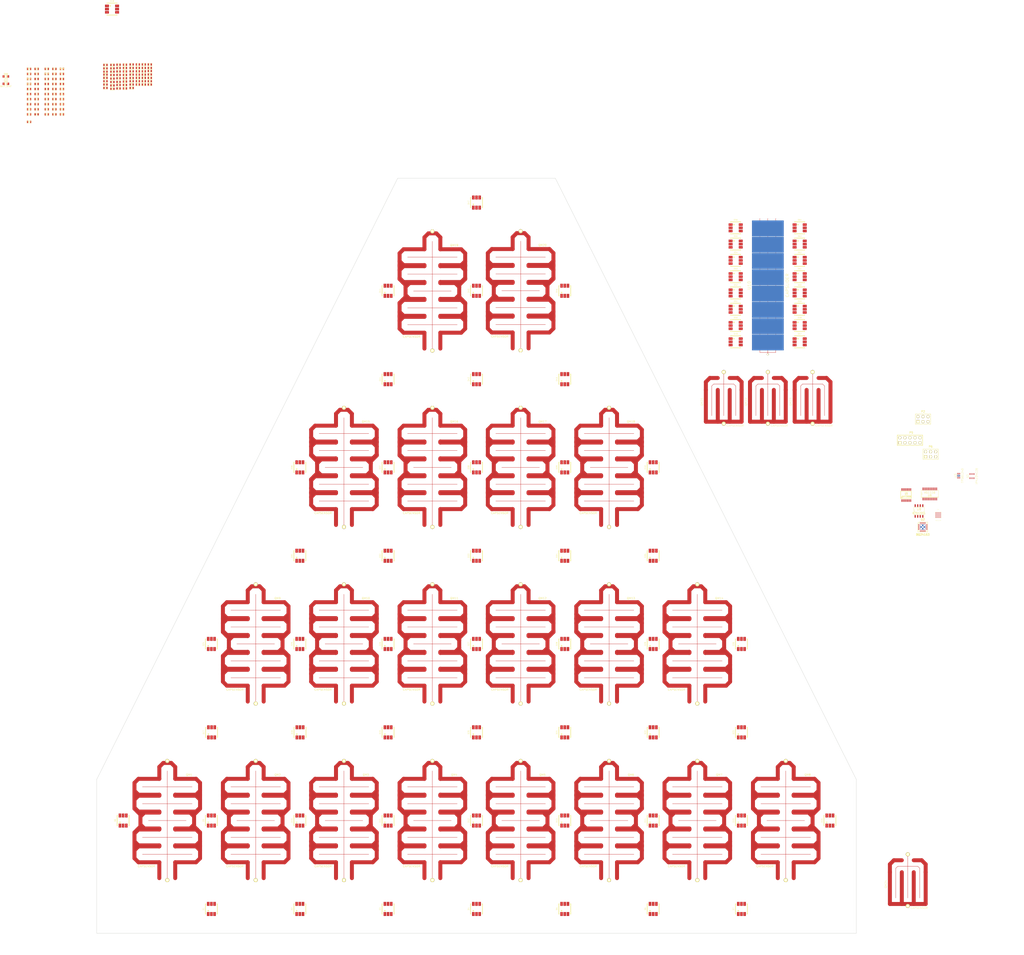
<source format=kicad_pcb>
(kicad_pcb (version 3) (host pcbnew "(2013-07-07 BZR 4022)-stable")
  (title_block (title Pong.0) (rev 1.0) (company "Projects and Stuff"))
  (layers (15 F.Cu signal) (0 B.Cu signal) (18 B.Paste user) (19 F.Paste user) (20 B.SilkS user) (21 F.SilkS user) (22 B.Mask user) (23 F.Mask user) (28 Edge.Cuts user))
  (net 0 "")
  (net 1 /Controller/CTRL_3_3V)
  (net 2 /Controller/CTRL_D+)
  (net 3 /Controller/CTRL_D-)
  (net 4 /Controller/CTRL_INT)
  (net 5 /Controller/CTRL_IRQ)
  (net 6 /Controller/CTRL_MISO_1)
  (net 7 /Controller/CTRL_MISO_2)
  (net 8 /Controller/CTRL_MOSI_1)
  (net 9 /Controller/CTRL_MOSI_2)
  (net 10 /Controller/CTRL_RSTN)
  (net 11 /Controller/CTRL_SCK_1)
  (net 12 /Controller/CTRL_SCK_2)
  (net 13 /Controller/CTRL_SCL_1)
  (net 14 /Controller/CTRL_SCL_2)
  (net 15 /Controller/CTRL_SDA_1)
  (net 16 /Controller/CTRL_SDA_2)
  (net 17 /Controller/CTRL_SMP)
  (net 18 /Controller/CTRL_X0)
  (net 19 /Controller/CTRL_X1)
  (net 20 /Controller/CTRL_X2)
  (net 21 /Controller/CTRL_X3)
  (net 22 /Controller/CTRL_X4)
  (net 23 /Controller/CTRL_X5)
  (net 24 /Controller/CTRL_X6)
  (net 25 /Controller/CTRL_X7)
  (net 26 /Controller/CTRL_Y0A)
  (net 27 /Controller/CTRL_Y0B)
  (net 28 /Controller/CTRL_Y1A)
  (net 29 /Controller/CTRL_Y1B)
  (net 30 /Controller/CTRL_Y2A)
  (net 31 /Controller/CTRL_Y2B)
  (net 32 /Controller/CTRL_Y3A)
  (net 33 /Controller/CTRL_Y3B)
  (net 34 /Controller/CTRL_~SS~_1)
  (net 35 /Controller/CTRL_~SS~_2)
  (net 36 /Controller/PDI_CLK)
  (net 37 /Controller/PDI_DATA)
  (net 38 /Controller/STATUS_LED)
  (net 39 /Controller/SW_TEST1)
  (net 40 /Controller/TCK)
  (net 41 /Controller/TDI)
  (net 42 /Controller/TDO)
  (net 43 /Controller/TMS)
  (net 44 /Controller/~HOLD)
  (net 45 /Controller/~WP)
  (net 46 /LED_Display/CS0)
  (net 47 /LED_Display/CS1)
  (net 48 /LED_Display/CS10)
  (net 49 /LED_Display/CS11)
  (net 50 /LED_Display/CS12)
  (net 51 /LED_Display/CS13)
  (net 52 /LED_Display/CS14)
  (net 53 /LED_Display/CS15)
  (net 54 /LED_Display/CS16)
  (net 55 /LED_Display/CS17)
  (net 56 /LED_Display/CS2)
  (net 57 /LED_Display/CS3)
  (net 58 /LED_Display/CS4)
  (net 59 /LED_Display/CS5)
  (net 60 /LED_Display/CS6)
  (net 61 /LED_Display/CS7)
  (net 62 /LED_Display/CS8)
  (net 63 /LED_Display/CS9)
  (net 64 /LED_Display_B/DIG0)
  (net 65 /LED_Display_B/DIG1)
  (net 66 /LED_Display_B/DIG2)
  (net 67 /LED_Display_B/DIG3)
  (net 68 /LED_Display_B/DIG4)
  (net 69 /LED_Display_B/DIG5)
  (net 70 /LED_Display_B/DISP_B_5V)
  (net 71 /LED_Display_B/SEGA)
  (net 72 /LED_Display_B/SEGB)
  (net 73 /LED_Display_B/SEGC)
  (net 74 /LED_Display_B/SEGD)
  (net 75 /LED_Display_B/SEGE)
  (net 76 /LED_Display_B/SEGF)
  (net 77 /LED_Display_B/SEGG)
  (net 78 /LED_Display_B/SEGH)
  (net 79 /PowerManagement/VDRV)
  (net 80 GND)
  (net 81 N-00000100)
  (net 82 N-00000101)
  (net 83 N-00000107)
  (net 84 N-00000114)
  (net 85 N-00000123)
  (net 86 N-00000126)
  (net 87 N-00000127)
  (net 88 N-00000128)
  (net 89 N-00000129)
  (net 90 N-00000130)
  (net 91 N-00000137)
  (net 92 N-0000060)
  (net 93 N-0000061)
  (net 94 N-0000062)
  (net 95 N-0000063)
  (net 96 N-0000064)
  (net 97 N-0000065)
  (net 98 N-0000066)
  (net 99 N-0000068)
  (net 100 N-0000069)
  (net 101 N-0000070)
  (net 102 N-0000073)
  (net 103 N-0000074)
  (net 104 N-0000075)
  (net 105 N-0000076)
  (net 106 N-0000077)
  (net 107 N-0000079)
  (net 108 N-0000081)
  (net 109 N-0000082)
  (net 110 N-0000083)
  (net 111 N-0000084)
  (net 112 N-0000085)
  (net 113 N-0000086)
  (net 114 N-0000087)
  (net 115 N-0000088)
  (net 116 N-0000089)
  (net 117 N-0000090)
  (net 118 N-0000091)
  (net 119 N-0000092)
  (net 120 N-0000093)
  (net 121 N-0000094)
  (net 122 N-0000095)
  (net 123 N-0000096)
  (net 124 N-0000097)
  (net 125 N-0000098)
  (net 126 N-0000099)
  (module SM0603 (layer F.Cu) (at 46.99 39.37)
    (fp_text reference R19 (at 0 0) (layer F.SilkS) (effects (font (size 0.508 0.4572) (thickness 0.1143))))
    (fp_text value 560 hide)
    (pad 1 smd rect (at -0.762 0) (size 0.635 1.143) (layers F.Cu F.Paste F.Mask) (net 90 N-00000130))
    (pad 2 smd rect (at 0.762 0) (size 0.635 1.143) (layers F.Cu F.Paste F.Mask) (net 88 N-00000128))
  )
  (module SM0603 (layer F.Cu) (at 39.37 34.29)
    (fp_text reference RX7 (at 0 0) (layer F.SilkS) (effects (font (size 0.508 0.4572) (thickness 0.1143))))
    (fp_text value 1k hide)
    (pad 1 smd rect (at -0.762 0) (size 0.635 1.143) (layers F.Cu F.Paste F.Mask) (net 25 /Controller/CTRL_X7))
    (pad 2 smd rect (at 0.762 0) (size 0.635 1.143) (layers F.Cu F.Paste F.Mask) (net 81 N-00000100))
  )
  (module SM0603 (layer F.Cu) (at 43.18 34.29)
    (fp_text reference RX6 (at 0 0) (layer F.SilkS) (effects (font (size 0.508 0.4572) (thickness 0.1143))))
    (fp_text value 1k hide)
    (pad 1 smd rect (at -0.762 0) (size 0.635 1.143) (layers F.Cu F.Paste F.Mask) (net 24 /Controller/CTRL_X6))
    (pad 2 smd rect (at 0.762 0) (size 0.635 1.143) (layers F.Cu F.Paste F.Mask) (net 126 N-0000099))
  )
  (module SM0603 (layer F.Cu) (at 46.99 34.29)
    (fp_text reference RX5 (at 0 0) (layer F.SilkS) (effects (font (size 0.508 0.4572) (thickness 0.1143))))
    (fp_text value 1k hide)
    (pad 1 smd rect (at -0.762 0) (size 0.635 1.143) (layers F.Cu F.Paste F.Mask) (net 23 /Controller/CTRL_X5))
    (pad 2 smd rect (at 0.762 0) (size 0.635 1.143) (layers F.Cu F.Paste F.Mask) (net 125 N-0000098))
  )
  (module SM0603 (layer F.Cu) (at 30.48 36.83)
    (fp_text reference RX4 (at 0 0) (layer F.SilkS) (effects (font (size 0.508 0.4572) (thickness 0.1143))))
    (fp_text value 1k hide)
    (pad 1 smd rect (at -0.762 0) (size 0.635 1.143) (layers F.Cu F.Paste F.Mask) (net 22 /Controller/CTRL_X4))
    (pad 2 smd rect (at 0.762 0) (size 0.635 1.143) (layers F.Cu F.Paste F.Mask) (net 124 N-0000097))
  )
  (module SM0603 (layer F.Cu) (at 34.29 36.83)
    (fp_text reference RX3 (at 0 0) (layer F.SilkS) (effects (font (size 0.508 0.4572) (thickness 0.1143))))
    (fp_text value 1k hide)
    (pad 1 smd rect (at -0.762 0) (size 0.635 1.143) (layers F.Cu F.Paste F.Mask) (net 21 /Controller/CTRL_X3))
    (pad 2 smd rect (at 0.762 0) (size 0.635 1.143) (layers F.Cu F.Paste F.Mask) (net 123 N-0000096))
  )
  (module SM0603 (layer F.Cu) (at 39.37 36.83)
    (fp_text reference RX2 (at 0 0) (layer F.SilkS) (effects (font (size 0.508 0.4572) (thickness 0.1143))))
    (fp_text value 1k hide)
    (pad 1 smd rect (at -0.762 0) (size 0.635 1.143) (layers F.Cu F.Paste F.Mask) (net 20 /Controller/CTRL_X2))
    (pad 2 smd rect (at 0.762 0) (size 0.635 1.143) (layers F.Cu F.Paste F.Mask) (net 122 N-0000095))
  )
  (module SM0603 (layer F.Cu) (at 43.18 36.83)
    (fp_text reference RX1 (at 0 0) (layer F.SilkS) (effects (font (size 0.508 0.4572) (thickness 0.1143))))
    (fp_text value 1k hide)
    (pad 1 smd rect (at -0.762 0) (size 0.635 1.143) (layers F.Cu F.Paste F.Mask) (net 19 /Controller/CTRL_X1))
    (pad 2 smd rect (at 0.762 0) (size 0.635 1.143) (layers F.Cu F.Paste F.Mask) (net 121 N-0000094))
  )
  (module SM0603 (layer F.Cu) (at 46.99 36.83)
    (fp_text reference RX0 (at 0 0) (layer F.SilkS) (effects (font (size 0.508 0.4572) (thickness 0.1143))))
    (fp_text value 1k hide)
    (pad 1 smd rect (at -0.762 0) (size 0.635 1.143) (layers F.Cu F.Paste F.Mask) (net 18 /Controller/CTRL_X0))
    (pad 2 smd rect (at 0.762 0) (size 0.635 1.143) (layers F.Cu F.Paste F.Mask) (net 120 N-0000093))
  )
  (module SM0603 (layer F.Cu) (at 30.48 39.37)
    (fp_text reference RS7 (at 0 0) (layer F.SilkS) (effects (font (size 0.508 0.4572) (thickness 0.1143))))
    (fp_text value 1k hide)
    (pad 1 smd rect (at -0.762 0) (size 0.635 1.143) (layers F.Cu F.Paste F.Mask) (net 126 N-0000099))
    (pad 2 smd rect (at 0.762 0) (size 0.635 1.143) (layers F.Cu F.Paste F.Mask) (net 81 N-00000100))
  )
  (module SM0603 (layer F.Cu) (at 34.29 39.37)
    (fp_text reference R17 (at 0 0) (layer F.SilkS) (effects (font (size 0.508 0.4572) (thickness 0.1143))))
    (fp_text value 200k hide)
    (pad 1 smd rect (at -0.762 0) (size 0.635 1.143) (layers F.Cu F.Paste F.Mask) (net 70 /LED_Display_B/DISP_B_5V))
    (pad 2 smd rect (at 0.762 0) (size 0.635 1.143) (layers F.Cu F.Paste F.Mask) (net 90 N-00000130))
  )
  (module SM0603 (layer F.Cu) (at 39.37 39.37)
    (fp_text reference RS6 (at 0 0) (layer F.SilkS) (effects (font (size 0.508 0.4572) (thickness 0.1143))))
    (fp_text value 1k hide)
    (pad 1 smd rect (at -0.762 0) (size 0.635 1.143) (layers F.Cu F.Paste F.Mask) (net 125 N-0000098))
    (pad 2 smd rect (at 0.762 0) (size 0.635 1.143) (layers F.Cu F.Paste F.Mask) (net 126 N-0000099))
  )
  (module SM0603 (layer F.Cu) (at 43.18 39.37)
    (fp_text reference R20 (at 0 0) (layer F.SilkS) (effects (font (size 0.508 0.4572) (thickness 0.1143))))
    (fp_text value 560 hide)
    (pad 1 smd rect (at -0.762 0) (size 0.635 1.143) (layers F.Cu F.Paste F.Mask) (net 90 N-00000130))
    (pad 2 smd rect (at 0.762 0) (size 0.635 1.143) (layers F.Cu F.Paste F.Mask) (net 87 N-00000127))
  )
  (module SM0603 (layer F.Cu) (at 34.29 34.29)
    (fp_text reference R23 (at 0 0) (layer F.SilkS) (effects (font (size 0.508 0.4572) (thickness 0.1143))))
    (fp_text value R hide)
    (pad 1 smd rect (at -0.762 0) (size 0.635 1.143) (layers F.Cu F.Paste F.Mask) (net 101 N-0000070))
    (pad 2 smd rect (at 0.762 0) (size 0.635 1.143) (layers F.Cu F.Paste F.Mask) (net 80 GND))
  )
  (module SM0603 (layer F.Cu) (at 30.48 41.91)
    (fp_text reference RY0 (at 0 0) (layer F.SilkS) (effects (font (size 0.508 0.4572) (thickness 0.1143))))
    (fp_text value 1k hide)
    (pad 1 smd rect (at -0.762 0) (size 0.635 1.143) (layers F.Cu F.Paste F.Mask) (net 118 N-0000091))
    (pad 2 smd rect (at 0.762 0) (size 0.635 1.143) (layers F.Cu F.Paste F.Mask) (net 26 /Controller/CTRL_Y0A))
  )
  (module SM0603 (layer F.Cu) (at 34.29 41.91)
    (fp_text reference R14 (at 0 0) (layer F.SilkS) (effects (font (size 0.508 0.4572) (thickness 0.1143))))
    (fp_text value 560 hide)
    (pad 1 smd rect (at -0.762 0) (size 0.635 1.143) (layers F.Cu F.Paste F.Mask) (net 1 /Controller/CTRL_3_3V))
    (pad 2 smd rect (at 0.762 0) (size 0.635 1.143) (layers F.Cu F.Paste F.Mask) (net 7 /Controller/CTRL_MISO_2))
  )
  (module SM0603 (layer F.Cu) (at 39.37 41.91)
    (fp_text reference R15 (at 0 0) (layer F.SilkS) (effects (font (size 0.508 0.4572) (thickness 0.1143))))
    (fp_text value 560 hide)
    (pad 1 smd rect (at -0.762 0) (size 0.635 1.143) (layers F.Cu F.Paste F.Mask) (net 1 /Controller/CTRL_3_3V))
    (pad 2 smd rect (at 0.762 0) (size 0.635 1.143) (layers F.Cu F.Paste F.Mask) (net 9 /Controller/CTRL_MOSI_2))
  )
  (module SM0603 (layer F.Cu) (at 43.18 41.91)
    (fp_text reference R18 (at 0 0) (layer F.SilkS) (effects (font (size 0.508 0.4572) (thickness 0.1143))))
    (fp_text value 560 hide)
    (pad 1 smd rect (at -0.762 0) (size 0.635 1.143) (layers F.Cu F.Paste F.Mask) (net 90 N-00000130))
    (pad 2 smd rect (at 0.762 0) (size 0.635 1.143) (layers F.Cu F.Paste F.Mask) (net 86 N-00000126))
  )
  (module SM0603 (layer F.Cu) (at 46.99 41.91)
    (fp_text reference RS1 (at 0 0) (layer F.SilkS) (effects (font (size 0.508 0.4572) (thickness 0.1143))))
    (fp_text value 1k hide)
    (pad 1 smd rect (at -0.762 0) (size 0.635 1.143) (layers F.Cu F.Paste F.Mask) (net 120 N-0000093))
    (pad 2 smd rect (at 0.762 0) (size 0.635 1.143) (layers F.Cu F.Paste F.Mask) (net 121 N-0000094))
  )
  (module SM0603 (layer F.Cu) (at 30.48 44.45)
    (fp_text reference R12 (at 0 0) (layer F.SilkS) (effects (font (size 0.508 0.4572) (thickness 0.1143))))
    (fp_text value 10k hide)
    (pad 1 smd rect (at -0.762 0) (size 0.635 1.143) (layers F.Cu F.Paste F.Mask))
    (pad 2 smd rect (at 0.762 0) (size 0.635 1.143) (layers F.Cu F.Paste F.Mask))
  )
  (module SM0603 (layer F.Cu) (at 34.29 44.45)
    (fp_text reference R9 (at 0 0) (layer F.SilkS) (effects (font (size 0.508 0.4572) (thickness 0.1143))))
    (fp_text value 10k hide)
    (pad 1 smd rect (at -0.762 0) (size 0.635 1.143) (layers F.Cu F.Paste F.Mask))
    (pad 2 smd rect (at 0.762 0) (size 0.635 1.143) (layers F.Cu F.Paste F.Mask))
  )
  (module SM0603 (layer F.Cu) (at 39.37 44.45)
    (fp_text reference R22 (at 0 0) (layer F.SilkS) (effects (font (size 0.508 0.4572) (thickness 0.1143))))
    (fp_text value 10k hide)
    (pad 1 smd rect (at -0.762 0) (size 0.635 1.143) (layers F.Cu F.Paste F.Mask))
    (pad 2 smd rect (at 0.762 0) (size 0.635 1.143) (layers F.Cu F.Paste F.Mask))
  )
  (module SM0603 (layer F.Cu) (at 43.18 44.45)
    (fp_text reference R10 (at 0 0) (layer F.SilkS) (effects (font (size 0.508 0.4572) (thickness 0.1143))))
    (fp_text value 10k hide)
    (pad 1 smd rect (at -0.762 0) (size 0.635 1.143) (layers F.Cu F.Paste F.Mask))
    (pad 2 smd rect (at 0.762 0) (size 0.635 1.143) (layers F.Cu F.Paste F.Mask))
  )
  (module SM0603 (layer F.Cu) (at 46.99 44.45)
    (fp_text reference RS2 (at 0 0) (layer F.SilkS) (effects (font (size 0.508 0.4572) (thickness 0.1143))))
    (fp_text value 1k hide)
    (pad 1 smd rect (at -0.762 0) (size 0.635 1.143) (layers F.Cu F.Paste F.Mask) (net 121 N-0000094))
    (pad 2 smd rect (at 0.762 0) (size 0.635 1.143) (layers F.Cu F.Paste F.Mask) (net 122 N-0000095))
  )
  (module SM0603 (layer F.Cu) (at 30.48 48.26)
    (fp_text reference RS3 (at 0 0) (layer F.SilkS) (effects (font (size 0.508 0.4572) (thickness 0.1143))))
    (fp_text value 1k hide)
    (pad 1 smd rect (at -0.762 0) (size 0.635 1.143) (layers F.Cu F.Paste F.Mask) (net 122 N-0000095))
    (pad 2 smd rect (at 0.762 0) (size 0.635 1.143) (layers F.Cu F.Paste F.Mask) (net 123 N-0000096))
  )
  (module SM0603 (layer F.Cu) (at 43.18 26.67)
    (fp_text reference R16 (at 0 0) (layer F.SilkS) (effects (font (size 0.508 0.4572) (thickness 0.1143))))
    (fp_text value 560 hide)
    (pad 1 smd rect (at -0.762 0) (size 0.635 1.143) (layers F.Cu F.Paste F.Mask) (net 1 /Controller/CTRL_3_3V))
    (pad 2 smd rect (at 0.762 0) (size 0.635 1.143) (layers F.Cu F.Paste F.Mask) (net 12 /Controller/CTRL_SCK_2))
  )
  (module SM0603 (layer F.Cu) (at 34.29 21.59)
    (fp_text reference RS5 (at 0 0) (layer F.SilkS) (effects (font (size 0.508 0.4572) (thickness 0.1143))))
    (fp_text value 1k hide)
    (pad 1 smd rect (at -0.762 0) (size 0.635 1.143) (layers F.Cu F.Paste F.Mask) (net 124 N-0000097))
    (pad 2 smd rect (at 0.762 0) (size 0.635 1.143) (layers F.Cu F.Paste F.Mask) (net 125 N-0000098))
  )
  (module SM0603 (layer F.Cu) (at 39.37 21.59)
    (fp_text reference RS4 (at 0 0) (layer F.SilkS) (effects (font (size 0.508 0.4572) (thickness 0.1143))))
    (fp_text value 1k hide)
    (pad 1 smd rect (at -0.762 0) (size 0.635 1.143) (layers F.Cu F.Paste F.Mask) (net 123 N-0000096))
    (pad 2 smd rect (at 0.762 0) (size 0.635 1.143) (layers F.Cu F.Paste F.Mask) (net 124 N-0000097))
  )
  (module SM0603 (layer F.Cu) (at 43.18 21.59)
    (fp_text reference R13 (at 0 0) (layer F.SilkS) (effects (font (size 0.508 0.4572) (thickness 0.1143))))
    (fp_text value 560 hide)
    (pad 1 smd rect (at -0.762 0) (size 0.635 1.143) (layers F.Cu F.Paste F.Mask) (net 1 /Controller/CTRL_3_3V))
    (pad 2 smd rect (at 0.762 0) (size 0.635 1.143) (layers F.Cu F.Paste F.Mask) (net 35 /Controller/CTRL_~SS~_2))
  )
  (module SM0603 (layer F.Cu) (at 46.99 21.59)
    (fp_text reference RSMP3 (at 0 0) (layer F.SilkS) (effects (font (size 0.508 0.4572) (thickness 0.1143))))
    (fp_text value 470k hide)
    (pad 1 smd rect (at -0.762 0) (size 0.635 1.143) (layers F.Cu F.Paste F.Mask) (net 33 /Controller/CTRL_Y3B))
    (pad 2 smd rect (at 0.762 0) (size 0.635 1.143) (layers F.Cu F.Paste F.Mask) (net 17 /Controller/CTRL_SMP))
  )
  (module SM0603 (layer F.Cu) (at 30.48 24.13)
    (fp_text reference RY3 (at 0 0) (layer F.SilkS) (effects (font (size 0.508 0.4572) (thickness 0.1143))))
    (fp_text value 1k hide)
    (pad 1 smd rect (at -0.762 0) (size 0.635 1.143) (layers F.Cu F.Paste F.Mask) (net 119 N-0000092))
    (pad 2 smd rect (at 0.762 0) (size 0.635 1.143) (layers F.Cu F.Paste F.Mask) (net 32 /Controller/CTRL_Y3A))
  )
  (module SM0603 (layer F.Cu) (at 34.29 24.13)
    (fp_text reference R25 (at 0 0) (layer F.SilkS) (effects (font (size 0.508 0.4572) (thickness 0.1143))))
    (fp_text value R_SMALL hide)
    (pad 1 smd rect (at -0.762 0) (size 0.635 1.143) (layers F.Cu F.Paste F.Mask))
    (pad 2 smd rect (at 0.762 0) (size 0.635 1.143) (layers F.Cu F.Paste F.Mask))
  )
  (module SM0603 (layer F.Cu) (at 39.37 24.13)
    (fp_text reference RSMP2 (at 0 0) (layer F.SilkS) (effects (font (size 0.508 0.4572) (thickness 0.1143))))
    (fp_text value 470k hide)
    (pad 1 smd rect (at -0.762 0) (size 0.635 1.143) (layers F.Cu F.Paste F.Mask) (net 31 /Controller/CTRL_Y2B))
    (pad 2 smd rect (at 0.762 0) (size 0.635 1.143) (layers F.Cu F.Paste F.Mask) (net 17 /Controller/CTRL_SMP))
  )
  (module SM0603 (layer F.Cu) (at 43.18 24.13)
    (fp_text reference R28 (at 0 0) (layer F.SilkS) (effects (font (size 0.508 0.4572) (thickness 0.1143))))
    (fp_text value 10k hide)
    (pad 1 smd rect (at -0.762 0) (size 0.635 1.143) (layers F.Cu F.Paste F.Mask))
    (pad 2 smd rect (at 0.762 0) (size 0.635 1.143) (layers F.Cu F.Paste F.Mask))
  )
  (module SM0603 (layer F.Cu) (at 46.99 24.13)
    (fp_text reference R24 (at 0 0) (layer F.SilkS) (effects (font (size 0.508 0.4572) (thickness 0.1143))))
    (fp_text value 10k hide)
    (pad 1 smd rect (at -0.762 0) (size 0.635 1.143) (layers F.Cu F.Paste F.Mask))
    (pad 2 smd rect (at 0.762 0) (size 0.635 1.143) (layers F.Cu F.Paste F.Mask))
  )
  (module SM0603 (layer F.Cu) (at 30.48 26.67)
    (fp_text reference RSMP1 (at 0 0) (layer F.SilkS) (effects (font (size 0.508 0.4572) (thickness 0.1143))))
    (fp_text value 470k hide)
    (pad 1 smd rect (at -0.762 0) (size 0.635 1.143) (layers F.Cu F.Paste F.Mask) (net 29 /Controller/CTRL_Y1B))
    (pad 2 smd rect (at 0.762 0) (size 0.635 1.143) (layers F.Cu F.Paste F.Mask) (net 17 /Controller/CTRL_SMP))
  )
  (module SM0603 (layer F.Cu) (at 34.29 26.67)
    (fp_text reference R2 (at 0 0) (layer F.SilkS) (effects (font (size 0.508 0.4572) (thickness 0.1143))))
    (fp_text value R hide)
    (pad 1 smd rect (at -0.762 0) (size 0.635 1.143) (layers F.Cu F.Paste F.Mask) (net 113 N-0000086))
    (pad 2 smd rect (at 0.762 0) (size 0.635 1.143) (layers F.Cu F.Paste F.Mask) (net 112 N-0000085))
  )
  (module SM0603 (layer F.Cu) (at 39.37 26.67)
    (fp_text reference R11 (at 0 0) (layer F.SilkS) (effects (font (size 0.508 0.4572) (thickness 0.1143))))
    (fp_text value 10k hide)
    (pad 1 smd rect (at -0.762 0) (size 0.635 1.143) (layers F.Cu F.Paste F.Mask))
    (pad 2 smd rect (at 0.762 0) (size 0.635 1.143) (layers F.Cu F.Paste F.Mask))
  )
  (module SM0603 (layer F.Cu) (at 30.48 21.59)
    (fp_text reference R21 (at 0 0) (layer F.SilkS) (effects (font (size 0.508 0.4572) (thickness 0.1143))))
    (fp_text value 560 hide)
    (pad 1 smd rect (at -0.762 0) (size 0.635 1.143) (layers F.Cu F.Paste F.Mask) (net 90 N-00000130))
    (pad 2 smd rect (at 0.762 0) (size 0.635 1.143) (layers F.Cu F.Paste F.Mask) (net 89 N-00000129))
  )
  (module SM0603 (layer F.Cu) (at 46.99 26.67)
    (fp_text reference R8 (at 0 0) (layer F.SilkS) (effects (font (size 0.508 0.4572) (thickness 0.1143))))
    (fp_text value 100k hide)
    (pad 1 smd rect (at -0.762 0) (size 0.635 1.143) (layers F.Cu F.Paste F.Mask) (net 106 N-0000077))
    (pad 2 smd rect (at 0.762 0) (size 0.635 1.143) (layers F.Cu F.Paste F.Mask) (net 4 /Controller/CTRL_INT))
  )
  (module SM0603 (layer F.Cu) (at 30.48 29.21)
    (fp_text reference RSMP0 (at 0 0) (layer F.SilkS) (effects (font (size 0.508 0.4572) (thickness 0.1143))))
    (fp_text value 470k hide)
    (pad 1 smd rect (at -0.762 0) (size 0.635 1.143) (layers F.Cu F.Paste F.Mask) (net 27 /Controller/CTRL_Y0B))
    (pad 2 smd rect (at 0.762 0) (size 0.635 1.143) (layers F.Cu F.Paste F.Mask) (net 17 /Controller/CTRL_SMP))
  )
  (module SM0603 (layer F.Cu) (at 34.29 29.21)
    (fp_text reference R3 (at 0 0) (layer F.SilkS) (effects (font (size 0.508 0.4572) (thickness 0.1143))))
    (fp_text value R_HI hide)
    (pad 1 smd rect (at -0.762 0) (size 0.635 1.143) (layers F.Cu F.Paste F.Mask) (net 79 /PowerManagement/VDRV))
    (pad 2 smd rect (at 0.762 0) (size 0.635 1.143) (layers F.Cu F.Paste F.Mask) (net 105 N-0000076))
  )
  (module SM0603 (layer F.Cu) (at 39.37 29.21)
    (fp_text reference R4 (at 0 0) (layer F.SilkS) (effects (font (size 0.508 0.4572) (thickness 0.1143))))
    (fp_text value R_LO hide)
    (pad 1 smd rect (at -0.762 0) (size 0.635 1.143) (layers F.Cu F.Paste F.Mask) (net 105 N-0000076))
    (pad 2 smd rect (at 0.762 0) (size 0.635 1.143) (layers F.Cu F.Paste F.Mask) (net 80 GND))
  )
  (module SM0603 (layer F.Cu) (at 43.18 29.21)
    (fp_text reference RY2 (at 0 0) (layer F.SilkS) (effects (font (size 0.508 0.4572) (thickness 0.1143))))
    (fp_text value 1k hide)
    (pad 1 smd rect (at -0.762 0) (size 0.635 1.143) (layers F.Cu F.Paste F.Mask) (net 82 N-00000101))
    (pad 2 smd rect (at 0.762 0) (size 0.635 1.143) (layers F.Cu F.Paste F.Mask) (net 30 /Controller/CTRL_Y2A))
  )
  (module SM0603 (layer F.Cu) (at 46.99 29.21)
    (fp_text reference R5 (at 0 0) (layer F.SilkS) (effects (font (size 0.508 0.4572) (thickness 0.1143))))
    (fp_text value 10k hide)
    (pad 1 smd rect (at -0.762 0) (size 0.635 1.143) (layers F.Cu F.Paste F.Mask) (net 1 /Controller/CTRL_3_3V))
    (pad 2 smd rect (at 0.762 0) (size 0.635 1.143) (layers F.Cu F.Paste F.Mask) (net 106 N-0000077))
  )
  (module SM0603 (layer F.Cu) (at 30.48 31.75)
    (fp_text reference R6 (at 0 0) (layer F.SilkS) (effects (font (size 0.508 0.4572) (thickness 0.1143))))
    (fp_text value 10k hide)
    (pad 1 smd rect (at -0.762 0) (size 0.635 1.143) (layers F.Cu F.Paste F.Mask) (net 1 /Controller/CTRL_3_3V))
    (pad 2 smd rect (at 0.762 0) (size 0.635 1.143) (layers F.Cu F.Paste F.Mask) (net 15 /Controller/CTRL_SDA_1))
  )
  (module SM0603 (layer F.Cu) (at 34.29 31.75)
    (fp_text reference R7 (at 0 0) (layer F.SilkS) (effects (font (size 0.508 0.4572) (thickness 0.1143))))
    (fp_text value 10k hide)
    (pad 1 smd rect (at -0.762 0) (size 0.635 1.143) (layers F.Cu F.Paste F.Mask) (net 1 /Controller/CTRL_3_3V))
    (pad 2 smd rect (at 0.762 0) (size 0.635 1.143) (layers F.Cu F.Paste F.Mask) (net 13 /Controller/CTRL_SCL_1))
  )
  (module SM0603 (layer F.Cu) (at 39.37 31.75)
    (fp_text reference R1 (at 0 0) (layer F.SilkS) (effects (font (size 0.508 0.4572) (thickness 0.1143))))
    (fp_text value 1M hide)
    (pad 1 smd rect (at -0.762 0) (size 0.635 1.143) (layers F.Cu F.Paste F.Mask) (net 102 N-0000073))
    (pad 2 smd rect (at 0.762 0) (size 0.635 1.143) (layers F.Cu F.Paste F.Mask) (net 80 GND))
  )
  (module SM0603 (layer F.Cu) (at 43.18 31.75)
    (fp_text reference R27 (at 0 0) (layer F.SilkS) (effects (font (size 0.508 0.4572) (thickness 0.1143))))
    (fp_text value 10k hide)
    (pad 1 smd rect (at -0.762 0) (size 0.635 1.143) (layers F.Cu F.Paste F.Mask))
    (pad 2 smd rect (at 0.762 0) (size 0.635 1.143) (layers F.Cu F.Paste F.Mask))
  )
  (module SM0603 (layer F.Cu) (at 46.99 31.75)
    (fp_text reference R26 (at 0 0) (layer F.SilkS) (effects (font (size 0.508 0.4572) (thickness 0.1143))))
    (fp_text value 10k hide)
    (pad 1 smd rect (at -0.762 0) (size 0.635 1.143) (layers F.Cu F.Paste F.Mask))
    (pad 2 smd rect (at 0.762 0) (size 0.635 1.143) (layers F.Cu F.Paste F.Mask))
  )
  (module SM0603 (layer F.Cu) (at 30.48 34.29)
    (fp_text reference RY1 (at 0 0) (layer F.SilkS) (effects (font (size 0.508 0.4572) (thickness 0.1143))))
    (fp_text value 1k hide)
    (pad 1 smd rect (at -0.762 0) (size 0.635 1.143) (layers F.Cu F.Paste F.Mask) (net 117 N-0000090))
    (pad 2 smd rect (at 0.762 0) (size 0.635 1.143) (layers F.Cu F.Paste F.Mask) (net 28 /Controller/CTRL_Y1A))
  )
  (module TSSOP16 (layer F.Cu) (at 471.8213 236.13494)
    (fp_text reference U5 (at 0 -0.7493) (layer F.SilkS) (effects (font (size 1.016 0.762) (thickness 0.1905))))
    (fp_text value NVT2006 (at 0.24892 0.7493) (layer F.SilkS) (effects (font (size 0.762 0.762) (thickness 0.1905))))
    (pad 1 smd rect (at -2.27584 2.79908) (size 0.381 1.27) (layers F.Cu F.Paste F.Mask) (net 12 /Controller/CTRL_SCK_2))
    (pad 2 smd rect (at -1.6256 2.79908) (size 0.381 1.27) (layers F.Cu F.Paste F.Mask) (net 9 /Controller/CTRL_MOSI_2))
    (pad 3 smd rect (at -0.97536 2.79908) (size 0.381 1.27) (layers F.Cu F.Paste F.Mask) (net 7 /Controller/CTRL_MISO_2))
    (pad 4 smd rect (at -0.32512 2.79908) (size 0.381 1.27) (layers F.Cu F.Paste F.Mask) (net 35 /Controller/CTRL_~SS~_2))
    (pad 5 smd rect (at 0.32512 2.79908) (size 0.381 1.27) (layers F.Cu F.Paste F.Mask) (net 80 GND))
    (pad 6 smd rect (at 0.97536 2.79908) (size 0.381 1.27) (layers F.Cu F.Paste F.Mask) (net 80 GND))
    (pad 7 smd rect (at 1.6256 2.79908) (size 0.381 1.27) (layers F.Cu F.Paste F.Mask) (net 80 GND))
    (pad 8 smd rect (at 2.27584 2.79908) (size 0.381 1.27) (layers F.Cu F.Paste F.Mask) (net 80 GND))
    (pad 9 smd rect (at 2.27584 -2.79908) (size 0.381 1.27) (layers F.Cu F.Paste F.Mask) (net 89 N-00000129))
    (pad 10 smd rect (at 1.6256 -2.79908) (size 0.381 1.27) (layers F.Cu F.Paste F.Mask) (net 87 N-00000127))
    (pad 11 smd rect (at 0.97536 -2.79908) (size 0.381 1.27) (layers F.Cu F.Paste F.Mask) (net 88 N-00000128))
    (pad 12 smd rect (at 0.32512 -2.79908) (size 0.381 1.27) (layers F.Cu F.Paste F.Mask) (net 86 N-00000126))
    (pad 13 smd rect (at -0.32512 -2.79908) (size 0.381 1.27) (layers F.Cu F.Paste F.Mask) (net 90 N-00000130))
    (pad 14 smd rect (at -0.97536 -2.79908) (size 0.381 1.27) (layers F.Cu F.Paste F.Mask) (net 90 N-00000130))
    (pad 15 smd rect (at -1.6256 -2.79908) (size 0.381 1.27) (layers F.Cu F.Paste F.Mask) (net 80 GND))
    (pad 16 smd rect (at -2.27584 -2.79908) (size 0.381 1.27) (layers F.Cu F.Paste F.Mask) (net 1 /Controller/CTRL_3_3V))
  )
  (module SSOP24 (layer F.Cu) (at 483.66786 235.57614)
    (fp_text reference U6 (at 0 0.6985) (layer F.SilkS) (effects (font (size 1.00076 1.00076) (thickness 0.1397))))
    (fp_text value AS1116 (at 0 -0.6985) (layer F.SilkS) (effects (font (size 1.00076 1.00076) (thickness 0.12954))))
    (pad 1 smd rect (at -3.4925 2.54) (size 0.35052 1.39954) (layers F.Cu F.Paste F.Mask) (net 88 N-00000128))
    (pad 2 smd rect (at -2.8575 2.54) (size 0.35052 1.39954) (layers F.Cu F.Paste F.Mask) (net 64 /LED_Display_B/DIG0))
    (pad 3 smd rect (at -2.2225 2.54) (size 0.35052 1.39954) (layers F.Cu F.Paste F.Mask) (net 65 /LED_Display_B/DIG1))
    (pad 4 smd rect (at -1.5875 2.54) (size 0.35052 1.39954) (layers F.Cu F.Paste F.Mask) (net 66 /LED_Display_B/DIG2))
    (pad 5 smd rect (at -0.9525 2.54) (size 0.35052 1.39954) (layers F.Cu F.Paste F.Mask) (net 67 /LED_Display_B/DIG3))
    (pad 6 smd rect (at -0.3175 2.54) (size 0.35052 1.39954) (layers F.Cu F.Paste F.Mask) (net 80 GND))
    (pad 7 smd rect (at 0.3175 2.54) (size 0.35052 1.39954) (layers F.Cu F.Paste F.Mask) (net 68 /LED_Display_B/DIG4))
    (pad 8 smd rect (at 0.9525 2.54) (size 0.35052 1.39954) (layers F.Cu F.Paste F.Mask) (net 69 /LED_Display_B/DIG5))
    (pad 9 smd rect (at 1.5875 2.54) (size 0.35052 1.39954) (layers F.Cu F.Paste F.Mask))
    (pad 10 smd rect (at 2.2225 2.54) (size 0.35052 1.39954) (layers F.Cu F.Paste F.Mask))
    (pad 11 smd rect (at 2.8575 2.54) (size 0.35052 1.39954) (layers F.Cu F.Paste F.Mask) (net 89 N-00000129))
    (pad 12 smd rect (at 3.4925 2.54) (size 0.35052 1.39954) (layers F.Cu F.Paste F.Mask))
    (pad 13 smd rect (at 3.4925 -2.54) (size 0.35052 1.39954) (layers F.Cu F.Paste F.Mask) (net 91 N-00000137))
    (pad 14 smd rect (at 2.8575 -2.54) (size 0.35052 1.39954) (layers F.Cu F.Paste F.Mask) (net 86 N-00000126))
    (pad 15 smd rect (at 2.2225 -2.54) (size 0.35052 1.39954) (layers F.Cu F.Paste F.Mask) (net 71 /LED_Display_B/SEGA))
    (pad 16 smd rect (at 1.5875 -2.54) (size 0.35052 1.39954) (layers F.Cu F.Paste F.Mask) (net 76 /LED_Display_B/SEGF))
    (pad 17 smd rect (at 0.9525 -2.54) (size 0.35052 1.39954) (layers F.Cu F.Paste F.Mask) (net 72 /LED_Display_B/SEGB))
    (pad 18 smd rect (at 0.3175 -2.54) (size 0.35052 1.39954) (layers F.Cu F.Paste F.Mask) (net 77 /LED_Display_B/SEGG))
    (pad 19 smd rect (at -0.3175 -2.54) (size 0.35052 1.39954) (layers F.Cu F.Paste F.Mask) (net 70 /LED_Display_B/DISP_B_5V))
    (pad 20 smd rect (at -0.9525 -2.54) (size 0.35052 1.39954) (layers F.Cu F.Paste F.Mask) (net 73 /LED_Display_B/SEGC))
    (pad 21 smd rect (at -1.5875 -2.54) (size 0.35052 1.39954) (layers F.Cu F.Paste F.Mask) (net 75 /LED_Display_B/SEGE))
    (pad 22 smd rect (at -2.2225 -2.54) (size 0.35052 1.39954) (layers F.Cu F.Paste F.Mask) (net 78 /LED_Display_B/SEGH))
    (pad 23 smd rect (at -2.8575 -2.54) (size 0.35052 1.39954) (layers F.Cu F.Paste F.Mask) (net 74 /LED_Display_B/SEGD))
    (pad 24 smd rect (at -3.4925 -2.54) (size 0.35052 1.39954) (layers F.Cu F.Paste F.Mask) (net 87 N-00000127))
  )
  (module SO8E (layer F.Cu) (at 478.23734 244.16388)
    (fp_text reference U8 (at 0 -0.889) (layer F.SilkS) (effects (font (size 1.143 1.143) (thickness 0.1524))))
    (fp_text value W25X20CL (at 0 1.016) (layer F.SilkS) (effects (font (size 0.889 0.889) (thickness 0.1524))))
    (pad 8 smd rect (at -1.905 -2.667) (size 0.59944 1.39954) (layers F.Cu F.Paste F.Mask) (net 1 /Controller/CTRL_3_3V))
    (pad 1 smd rect (at -1.905 2.667) (size 0.59944 1.39954) (layers F.Cu F.Paste F.Mask) (net 34 /Controller/CTRL_~SS~_1))
    (pad 7 smd rect (at -0.635 -2.667) (size 0.59944 1.39954) (layers F.Cu F.Paste F.Mask) (net 44 /Controller/~HOLD))
    (pad 6 smd rect (at 0.635 -2.667) (size 0.59944 1.39954) (layers F.Cu F.Paste F.Mask) (net 11 /Controller/CTRL_SCK_1))
    (pad 5 smd rect (at 1.905 -2.667) (size 0.59944 1.39954) (layers F.Cu F.Paste F.Mask) (net 8 /Controller/CTRL_MOSI_1))
    (pad 2 smd rect (at -0.635 2.667) (size 0.59944 1.39954) (layers F.Cu F.Paste F.Mask) (net 6 /Controller/CTRL_MISO_1))
    (pad 3 smd rect (at 0.635 2.667) (size 0.59944 1.39954) (layers F.Cu F.Paste F.Mask) (net 45 /Controller/~WP))
    (pad 4 smd rect (at 1.905 2.667) (size 0.59944 1.39954) (layers F.Cu F.Paste F.Mask) (net 80 GND))
  )
  (module SM0603 (layer F.Cu) (at 68.9 27.8)
    (fp_text reference C44 (at 0 0 90) (layer F.SilkS) (effects (font (size 0.508 0.4572) (thickness 0.1143))))
    (fp_text value 10uF hide)
    (pad 1 smd rect (at -0.762 0) (size 0.635 1.143) (layers F.Cu F.Paste F.Mask))
    (pad 2 smd rect (at 0.762 0) (size 0.635 1.143) (layers F.Cu F.Paste F.Mask))
  )
  (module SM0603 (layer F.Cu) (at 72.4 26.5)
    (fp_text reference C31 (at 0 0 90) (layer F.SilkS) (effects (font (size 0.508 0.4572) (thickness 0.1143))))
    (fp_text value 1nF hide)
    (pad 1 smd rect (at -0.762 0) (size 0.635 1.143) (layers F.Cu F.Paste F.Mask) (net 58 /LED_Display/CS4))
    (pad 2 smd rect (at 0.762 0) (size 0.635 1.143) (layers F.Cu F.Paste F.Mask) (net 80 GND))
  )
  (module SM0603 (layer F.Cu) (at 68.9 24.5)
    (fp_text reference C38 (at 0 0 90) (layer F.SilkS) (effects (font (size 0.508 0.4572) (thickness 0.1143))))
    (fp_text value 1nF hide)
    (pad 1 smd rect (at -0.762 0) (size 0.635 1.143) (layers F.Cu F.Paste F.Mask) (net 47 /LED_Display/CS1))
    (pad 2 smd rect (at 0.762 0) (size 0.635 1.143) (layers F.Cu F.Paste F.Mask) (net 80 GND))
  )
  (module SM0603 (layer F.Cu) (at 72.4 28.2)
    (fp_text reference C23 (at 0 0 90) (layer F.SilkS) (effects (font (size 0.508 0.4572) (thickness 0.1143))))
    (fp_text value 1nF hide)
    (pad 1 smd rect (at -0.762 0) (size 0.635 1.143) (layers F.Cu F.Paste F.Mask) (net 53 /LED_Display/CS15))
    (pad 2 smd rect (at 0.762 0) (size 0.635 1.143) (layers F.Cu F.Paste F.Mask) (net 80 GND))
  )
  (module SM0603 (layer F.Cu) (at 68.9 26.1)
    (fp_text reference C30 (at 0 0 90) (layer F.SilkS) (effects (font (size 0.508 0.4572) (thickness 0.1143))))
    (fp_text value 1nF hide)
    (pad 1 smd rect (at -0.762 0) (size 0.635 1.143) (layers F.Cu F.Paste F.Mask) (net 50 /LED_Display/CS12))
    (pad 2 smd rect (at 0.762 0) (size 0.635 1.143) (layers F.Cu F.Paste F.Mask) (net 80 GND))
  )
  (module SM0603 (layer F.Cu) (at 72.4 24.7)
    (fp_text reference C37 (at 0 0 90) (layer F.SilkS) (effects (font (size 0.508 0.4572) (thickness 0.1143))))
    (fp_text value 1nF hide)
    (pad 1 smd rect (at -0.762 0) (size 0.635 1.143) (layers F.Cu F.Paste F.Mask) (net 63 /LED_Display/CS9))
    (pad 2 smd rect (at 0.762 0) (size 0.635 1.143) (layers F.Cu F.Paste F.Mask) (net 80 GND))
  )
  (module SM0603 (layer F.Cu) (at 72.4 23)
    (fp_text reference C22 (at 0 0 90) (layer F.SilkS) (effects (font (size 0.508 0.4572) (thickness 0.1143))))
    (fp_text value 1nF hide)
    (pad 1 smd rect (at -0.762 0) (size 0.635 1.143) (layers F.Cu F.Paste F.Mask) (net 60 /LED_Display/CS6))
    (pad 2 smd rect (at 0.762 0) (size 0.635 1.143) (layers F.Cu F.Paste F.Mask) (net 80 GND))
  )
  (module SM0603 (layer F.Cu) (at 68.9 23)
    (fp_text reference C45 (at 0 0 90) (layer F.SilkS) (effects (font (size 0.508 0.4572) (thickness 0.1143))))
    (fp_text value 0.1uF hide)
    (pad 1 smd rect (at -0.762 0) (size 0.635 1.143) (layers F.Cu F.Paste F.Mask) (net 70 /LED_Display_B/DISP_B_5V))
    (pad 2 smd rect (at 0.762 0) (size 0.635 1.143) (layers F.Cu F.Paste F.Mask) (net 80 GND))
  )
  (module SM0603 (layer F.Cu) (at 75.5 22.9)
    (fp_text reference CS1 (at 0 0 90) (layer F.SilkS) (effects (font (size 0.508 0.4572) (thickness 0.1143))))
    (fp_text value 4.7nF hide)
    (pad 1 smd rect (at -0.762 0) (size 0.635 1.143) (layers F.Cu F.Paste F.Mask) (net 28 /Controller/CTRL_Y1A))
    (pad 2 smd rect (at 0.762 0) (size 0.635 1.143) (layers F.Cu F.Paste F.Mask) (net 29 /Controller/CTRL_Y1B))
  )
  (module SM0603 (layer F.Cu) (at 78.7 22.9)
    (fp_text reference C29 (at 0 0 90) (layer F.SilkS) (effects (font (size 0.508 0.4572) (thickness 0.1143))))
    (fp_text value 1nF hide)
    (pad 1 smd rect (at -0.762 0) (size 0.635 1.143) (layers F.Cu F.Paste F.Mask) (net 57 /LED_Display/CS3))
    (pad 2 smd rect (at 0.762 0) (size 0.635 1.143) (layers F.Cu F.Paste F.Mask) (net 80 GND))
  )
  (module SM0603 (layer F.Cu) (at 78.7 24.6)
    (fp_text reference C36 (at 0 0 90) (layer F.SilkS) (effects (font (size 0.508 0.4572) (thickness 0.1143))))
    (fp_text value 1nF hide)
    (pad 1 smd rect (at -0.762 0) (size 0.635 1.143) (layers F.Cu F.Paste F.Mask) (net 46 /LED_Display/CS0))
    (pad 2 smd rect (at 0.762 0) (size 0.635 1.143) (layers F.Cu F.Paste F.Mask) (net 80 GND))
  )
  (module SM0603 (layer F.Cu) (at 78.7 26.3)
    (fp_text reference C49 (at 0 0 90) (layer F.SilkS) (effects (font (size 0.508 0.4572) (thickness 0.1143))))
    (fp_text value 15pF hide)
    (pad 1 smd rect (at -0.762 0) (size 0.635 1.143) (layers F.Cu F.Paste F.Mask) (net 98 N-0000066))
    (pad 2 smd rect (at 0.762 0) (size 0.635 1.143) (layers F.Cu F.Paste F.Mask) (net 80 GND))
  )
  (module SM0603 (layer F.Cu) (at 78.7 28)
    (fp_text reference C50 (at 0 0 90) (layer F.SilkS) (effects (font (size 0.508 0.4572) (thickness 0.1143))))
    (fp_text value 15pF hide)
    (pad 1 smd rect (at -0.762 0) (size 0.635 1.143) (layers F.Cu F.Paste F.Mask) (net 99 N-0000068))
    (pad 2 smd rect (at 0.762 0) (size 0.635 1.143) (layers F.Cu F.Paste F.Mask) (net 80 GND))
  )
  (module SM0603 (layer F.Cu) (at 82.1 22.8)
    (fp_text reference C47 (at 0 0 90) (layer F.SilkS) (effects (font (size 0.508 0.4572) (thickness 0.1143))))
    (fp_text value 0.1uF hide)
    (pad 1 smd rect (at -0.762 0) (size 0.635 1.143) (layers F.Cu F.Paste F.Mask) (net 100 N-0000069))
    (pad 2 smd rect (at 0.762 0) (size 0.635 1.143) (layers F.Cu F.Paste F.Mask) (net 80 GND))
  )
  (module SM0603 (layer F.Cu) (at 82.1 24.5)
    (fp_text reference C48 (at 0 0 90) (layer F.SilkS) (effects (font (size 0.508 0.4572) (thickness 0.1143))))
    (fp_text value 1uF hide)
    (pad 1 smd rect (at -0.762 0) (size 0.635 1.143) (layers F.Cu F.Paste F.Mask) (net 1 /Controller/CTRL_3_3V))
    (pad 2 smd rect (at 0.762 0) (size 0.635 1.143) (layers F.Cu F.Paste F.Mask) (net 80 GND))
  )
  (module SM0603 (layer F.Cu) (at 75.5 24.6)
    (fp_text reference C46 (at 0 0 90) (layer F.SilkS) (effects (font (size 0.508 0.4572) (thickness 0.1143))))
    (fp_text value 0.1uF hide)
    (pad 1 smd rect (at -0.762 0) (size 0.635 1.143) (layers F.Cu F.Paste F.Mask) (net 1 /Controller/CTRL_3_3V))
    (pad 2 smd rect (at 0.762 0) (size 0.635 1.143) (layers F.Cu F.Paste F.Mask) (net 80 GND))
  )
  (module SM0603 (layer F.Cu) (at 75.5 26.3)
    (fp_text reference C33 (at 0 0 90) (layer F.SilkS) (effects (font (size 0.508 0.4572) (thickness 0.1143))))
    (fp_text value 1nF hide)
    (pad 1 smd rect (at -0.762 0) (size 0.635 1.143) (layers F.Cu F.Paste F.Mask) (net 59 /LED_Display/CS5))
    (pad 2 smd rect (at 0.762 0) (size 0.635 1.143) (layers F.Cu F.Paste F.Mask) (net 80 GND))
  )
  (module SM0603 (layer F.Cu) (at 75.5 28.1)
    (fp_text reference C13 (at 0 0 90) (layer F.SilkS) (effects (font (size 0.508 0.4572) (thickness 0.1143))))
    (fp_text value 10uF hide)
    (pad 1 smd rect (at -0.762 0) (size 0.635 1.143) (layers F.Cu F.Paste F.Mask))
    (pad 2 smd rect (at 0.762 0) (size 0.635 1.143) (layers F.Cu F.Paste F.Mask))
  )
  (module SM0603 (layer F.Cu) (at 82.1 26.2)
    (fp_text reference C15 (at 0 0 90) (layer F.SilkS) (effects (font (size 0.508 0.4572) (thickness 0.1143))))
    (fp_text value 10uF hide)
    (pad 1 smd rect (at -0.762 0) (size 0.635 1.143) (layers F.Cu F.Paste F.Mask))
    (pad 2 smd rect (at 0.762 0) (size 0.635 1.143) (layers F.Cu F.Paste F.Mask))
  )
  (module SM0603 (layer F.Cu) (at 82.1 27.8)
    (fp_text reference C17 (at 0 0 90) (layer F.SilkS) (effects (font (size 0.508 0.4572) (thickness 0.1143))))
    (fp_text value 10uF hide)
    (pad 1 smd rect (at -0.762 0) (size 0.635 1.143) (layers F.Cu F.Paste F.Mask))
    (pad 2 smd rect (at 0.762 0) (size 0.635 1.143) (layers F.Cu F.Paste F.Mask))
  )
  (module SM0603 (layer F.Cu) (at 85.2 22.8)
    (fp_text reference C43 (at 0 0 90) (layer F.SilkS) (effects (font (size 0.508 0.4572) (thickness 0.1143))))
    (fp_text value 0.1uF hide)
    (pad 1 smd rect (at -0.762 0) (size 0.635 1.143) (layers F.Cu F.Paste F.Mask) (net 90 N-00000130))
    (pad 2 smd rect (at 0.762 0) (size 0.635 1.143) (layers F.Cu F.Paste F.Mask) (net 80 GND))
  )
  (module SM0603 (layer F.Cu) (at 85.2 24.5)
    (fp_text reference C27 (at 0 0 90) (layer F.SilkS) (effects (font (size 0.508 0.4572) (thickness 0.1143))))
    (fp_text value 1nF hide)
    (pad 1 smd rect (at -0.762 0) (size 0.635 1.143) (layers F.Cu F.Paste F.Mask) (net 55 /LED_Display/CS17))
    (pad 2 smd rect (at 0.762 0) (size 0.635 1.143) (layers F.Cu F.Paste F.Mask) (net 80 GND))
  )
  (module SM0603 (layer F.Cu) (at 85.2 26.1)
    (fp_text reference C34 (at 0 0 90) (layer F.SilkS) (effects (font (size 0.508 0.4572) (thickness 0.1143))))
    (fp_text value 1nF hide)
    (pad 1 smd rect (at -0.762 0) (size 0.635 1.143) (layers F.Cu F.Paste F.Mask) (net 52 /LED_Display/CS14))
    (pad 2 smd rect (at 0.762 0) (size 0.635 1.143) (layers F.Cu F.Paste F.Mask) (net 80 GND))
  )
  (module SM0603 (layer F.Cu) (at 85.2 27.8)
    (fp_text reference C41 (at 0 0 90) (layer F.SilkS) (effects (font (size 0.508 0.4572) (thickness 0.1143))))
    (fp_text value 1nF hide)
    (pad 1 smd rect (at -0.762 0) (size 0.635 1.143) (layers F.Cu F.Paste F.Mask) (net 49 /LED_Display/CS11))
    (pad 2 smd rect (at 0.762 0) (size 0.635 1.143) (layers F.Cu F.Paste F.Mask) (net 80 GND))
  )
  (module SM0603 (layer F.Cu) (at 68.9 21.3)
    (fp_text reference C26 (at 0 0 90) (layer F.SilkS) (effects (font (size 0.508 0.4572) (thickness 0.1143))))
    (fp_text value 1nF hide)
    (pad 1 smd rect (at -0.762 0) (size 0.635 1.143) (layers F.Cu F.Paste F.Mask) (net 62 /LED_Display/CS8))
    (pad 2 smd rect (at 0.762 0) (size 0.635 1.143) (layers F.Cu F.Paste F.Mask) (net 80 GND))
  )
  (module SM0603 (layer F.Cu) (at 72.4 21.3)
    (fp_text reference CS0 (at 0 0 90) (layer F.SilkS) (effects (font (size 0.508 0.4572) (thickness 0.1143))))
    (fp_text value 4.7nF hide)
    (pad 1 smd rect (at -0.762 0) (size 0.635 1.143) (layers F.Cu F.Paste F.Mask) (net 26 /Controller/CTRL_Y0A))
    (pad 2 smd rect (at 0.762 0) (size 0.635 1.143) (layers F.Cu F.Paste F.Mask) (net 27 /Controller/CTRL_Y0B))
  )
  (module SM0603 (layer F.Cu) (at 75.5 21.2)
    (fp_text reference C40 (at 0 0 90) (layer F.SilkS) (effects (font (size 0.508 0.4572) (thickness 0.1143))))
    (fp_text value 1nF hide)
    (pad 1 smd rect (at -0.762 0) (size 0.635 1.143) (layers F.Cu F.Paste F.Mask) (net 56 /LED_Display/CS2))
    (pad 2 smd rect (at 0.762 0) (size 0.635 1.143) (layers F.Cu F.Paste F.Mask) (net 80 GND))
  )
  (module SM0603 (layer F.Cu) (at 78.7 21.2)
    (fp_text reference C25 (at 0 0 90) (layer F.SilkS) (effects (font (size 0.508 0.4572) (thickness 0.1143))))
    (fp_text value 1nF hide)
    (pad 1 smd rect (at -0.762 0) (size 0.635 1.143) (layers F.Cu F.Paste F.Mask) (net 54 /LED_Display/CS16))
    (pad 2 smd rect (at 0.762 0) (size 0.635 1.143) (layers F.Cu F.Paste F.Mask) (net 80 GND))
  )
  (module SM0603 (layer F.Cu) (at 82.1 21.1)
    (fp_text reference C32 (at 0 0 90) (layer F.SilkS) (effects (font (size 0.508 0.4572) (thickness 0.1143))))
    (fp_text value 1nF hide)
    (pad 1 smd rect (at -0.762 0) (size 0.635 1.143) (layers F.Cu F.Paste F.Mask) (net 51 /LED_Display/CS13))
    (pad 2 smd rect (at 0.762 0) (size 0.635 1.143) (layers F.Cu F.Paste F.Mask) (net 80 GND))
  )
  (module SM0603 (layer F.Cu) (at 85.2 21.1)
    (fp_text reference C39 (at 0 0 90) (layer F.SilkS) (effects (font (size 0.508 0.4572) (thickness 0.1143))))
    (fp_text value 1nF hide)
    (pad 1 smd rect (at -0.762 0) (size 0.635 1.143) (layers F.Cu F.Paste F.Mask) (net 48 /LED_Display/CS10))
    (pad 2 smd rect (at 0.762 0) (size 0.635 1.143) (layers F.Cu F.Paste F.Mask) (net 80 GND))
  )
  (module SM0603 (layer F.Cu) (at 68.9 19.6)
    (fp_text reference C24 (at 0 0 90) (layer F.SilkS) (effects (font (size 0.508 0.4572) (thickness 0.1143))))
    (fp_text value 1nF hide)
    (pad 1 smd rect (at -0.762 0) (size 0.635 1.143) (layers F.Cu F.Paste F.Mask) (net 61 /LED_Display/CS7))
    (pad 2 smd rect (at 0.762 0) (size 0.635 1.143) (layers F.Cu F.Paste F.Mask) (net 80 GND))
  )
  (module SM0603 (layer F.Cu) (at 72.4 19.6)
    (fp_text reference CS3 (at 0 0 90) (layer F.SilkS) (effects (font (size 0.508 0.4572) (thickness 0.1143))))
    (fp_text value 4.7nF hide)
    (pad 1 smd rect (at -0.762 0) (size 0.635 1.143) (layers F.Cu F.Paste F.Mask) (net 32 /Controller/CTRL_Y3A))
    (pad 2 smd rect (at 0.762 0) (size 0.635 1.143) (layers F.Cu F.Paste F.Mask) (net 33 /Controller/CTRL_Y3B))
  )
  (module SM0603 (layer F.Cu) (at 75.5 19.5)
    (fp_text reference CS2 (at 0 0 90) (layer F.SilkS) (effects (font (size 0.508 0.4572) (thickness 0.1143))))
    (fp_text value 4.7nF hide)
    (pad 1 smd rect (at -0.762 0) (size 0.635 1.143) (layers F.Cu F.Paste F.Mask) (net 30 /Controller/CTRL_Y2A))
    (pad 2 smd rect (at 0.762 0) (size 0.635 1.143) (layers F.Cu F.Paste F.Mask) (net 31 /Controller/CTRL_Y2B))
  )
  (module SM0603 (layer F.Cu) (at 78.7 19.5)
    (fp_text reference C57 (at 0 0 90) (layer F.SilkS) (effects (font (size 0.508 0.4572) (thickness 0.1143))))
    (fp_text value 0.1uF hide)
    (pad 1 smd rect (at -0.762 0) (size 0.635 1.143) (layers F.Cu F.Paste F.Mask) (net 85 N-00000123))
    (pad 2 smd rect (at 0.762 0) (size 0.635 1.143) (layers F.Cu F.Paste F.Mask) (net 80 GND))
  )
  (module SM0603 (layer F.Cu) (at 82.1 19.4)
    (fp_text reference C14 (at 0 0 90) (layer F.SilkS) (effects (font (size 0.508 0.4572) (thickness 0.1143))))
    (fp_text value 0.1uF hide)
    (pad 1 smd rect (at -0.762 0) (size 0.635 1.143) (layers F.Cu F.Paste F.Mask) (net 1 /Controller/CTRL_3_3V))
    (pad 2 smd rect (at 0.762 0) (size 0.635 1.143) (layers F.Cu F.Paste F.Mask) (net 80 GND))
  )
  (module SM0603 (layer F.Cu) (at 85.2 19.4)
    (fp_text reference C7 (at 0 0 90) (layer F.SilkS) (effects (font (size 0.508 0.4572) (thickness 0.1143))))
    (fp_text value 0.01uF hide)
    (pad 1 smd rect (at -0.762 0) (size 0.635 1.143) (layers F.Cu F.Paste F.Mask) (net 115 N-0000088))
    (pad 2 smd rect (at 0.762 0) (size 0.635 1.143) (layers F.Cu F.Paste F.Mask) (net 107 N-0000079))
  )
  (module SM0603 (layer F.Cu) (at 88.2 19.4)
    (fp_text reference C10 (at 0 0 90) (layer F.SilkS) (effects (font (size 0.508 0.4572) (thickness 0.1143))))
    (fp_text value CSMALL hide)
    (pad 1 smd rect (at -0.762 0) (size 0.635 1.143) (layers F.Cu F.Paste F.Mask) (net 1 /Controller/CTRL_3_3V))
    (pad 2 smd rect (at 0.762 0) (size 0.635 1.143) (layers F.Cu F.Paste F.Mask) (net 80 GND))
  )
  (module SM0603 (layer F.Cu) (at 88.2 21.1)
    (fp_text reference C4 (at 0 0 90) (layer F.SilkS) (effects (font (size 0.508 0.4572) (thickness 0.1143))))
    (fp_text value 4.7uF hide)
    (pad 1 smd rect (at -0.762 0) (size 0.635 1.143) (layers F.Cu F.Paste F.Mask) (net 116 N-0000089))
    (pad 2 smd rect (at 0.762 0) (size 0.635 1.143) (layers F.Cu F.Paste F.Mask) (net 80 GND))
  )
  (module SM0603 (layer F.Cu) (at 88.2 22.8)
    (fp_text reference C2 (at 0 0 90) (layer F.SilkS) (effects (font (size 0.508 0.4572) (thickness 0.1143))))
    (fp_text value 1uF hide)
    (pad 1 smd rect (at -0.762 0) (size 0.635 1.143) (layers F.Cu F.Paste F.Mask) (net 111 N-0000084))
    (pad 2 smd rect (at 0.762 0) (size 0.635 1.143) (layers F.Cu F.Paste F.Mask) (net 80 GND))
  )
  (module SM0603 (layer F.Cu) (at 88.2 24.5)
    (fp_text reference C51 (at 0 0 90) (layer F.SilkS) (effects (font (size 0.508 0.4572) (thickness 0.1143))))
    (fp_text value 10uF hide)
    (pad 1 smd rect (at -0.762 0) (size 0.635 1.143) (layers F.Cu F.Paste F.Mask))
    (pad 2 smd rect (at 0.762 0) (size 0.635 1.143) (layers F.Cu F.Paste F.Mask))
  )
  (module SM0603 (layer F.Cu) (at 88.2 26.1)
    (fp_text reference C5 (at 0 0 90) (layer F.SilkS) (effects (font (size 0.508 0.4572) (thickness 0.1143))))
    (fp_text value 4.7uF hide)
    (pad 1 smd rect (at -0.762 0) (size 0.635 1.143) (layers F.Cu F.Paste F.Mask) (net 104 N-0000075))
    (pad 2 smd rect (at 0.762 0) (size 0.635 1.143) (layers F.Cu F.Paste F.Mask) (net 80 GND))
  )
  (module SM0603 (layer F.Cu) (at 88.2 27.8)
    (fp_text reference C3 (at 0 0 90) (layer F.SilkS) (effects (font (size 0.508 0.4572) (thickness 0.1143))))
    (fp_text value 1uF hide)
    (pad 1 smd rect (at -0.762 0) (size 0.635 1.143) (layers F.Cu F.Paste F.Mask) (net 114 N-0000087))
    (pad 2 smd rect (at 0.762 0) (size 0.635 1.143) (layers F.Cu F.Paste F.Mask) (net 80 GND))
  )
  (module SM0603 (layer F.Cu) (at 91.2 19.4)
    (fp_text reference C6 (at 0 0 90) (layer F.SilkS) (effects (font (size 0.508 0.4572) (thickness 0.1143))))
    (fp_text value 1uF hide)
    (pad 1 smd rect (at -0.762 0) (size 0.635 1.143) (layers F.Cu F.Paste F.Mask) (net 79 /PowerManagement/VDRV))
    (pad 2 smd rect (at 0.762 0) (size 0.635 1.143) (layers F.Cu F.Paste F.Mask) (net 80 GND))
  )
  (module SM0603 (layer F.Cu) (at 91.2 21.1)
    (fp_text reference C9 (at 0 0 90) (layer F.SilkS) (effects (font (size 0.508 0.4572) (thickness 0.1143))))
    (fp_text value 1uF hide)
    (pad 1 smd rect (at -0.762 0) (size 0.635 1.143) (layers F.Cu F.Paste F.Mask) (net 103 N-0000074))
    (pad 2 smd rect (at 0.762 0) (size 0.635 1.143) (layers F.Cu F.Paste F.Mask) (net 80 GND))
  )
  (module SM0603 (layer F.Cu) (at 91.2 22.7)
    (fp_text reference C1 (at 0 0 90) (layer F.SilkS) (effects (font (size 0.508 0.4572) (thickness 0.1143))))
    (fp_text value 4.7nF hide)
    (pad 1 smd rect (at -0.762 0) (size 0.635 1.143) (layers F.Cu F.Paste F.Mask) (net 102 N-0000073))
    (pad 2 smd rect (at 0.762 0) (size 0.635 1.143) (layers F.Cu F.Paste F.Mask) (net 80 GND))
  )
  (module SM0603 (layer F.Cu) (at 91.2 24.4)
    (fp_text reference C59 (at 0 0 90) (layer F.SilkS) (effects (font (size 0.508 0.4572) (thickness 0.1143))))
    (fp_text value 0.1uF hide)
    (pad 1 smd rect (at -0.762 0) (size 0.635 1.143) (layers F.Cu F.Paste F.Mask) (net 39 /Controller/SW_TEST1))
    (pad 2 smd rect (at 0.762 0) (size 0.635 1.143) (layers F.Cu F.Paste F.Mask) (net 80 GND))
  )
  (module SM0603 (layer F.Cu) (at 91.2 26.1)
    (fp_text reference C11 (at 0 0 90) (layer F.SilkS) (effects (font (size 0.508 0.4572) (thickness 0.1143))))
    (fp_text value 4.7uF hide)
    (pad 1 smd rect (at -0.762 0) (size 0.635 1.143) (layers F.Cu F.Paste F.Mask) (net 1 /Controller/CTRL_3_3V))
    (pad 2 smd rect (at 0.762 0) (size 0.635 1.143) (layers F.Cu F.Paste F.Mask) (net 80 GND))
  )
  (module SM0603 (layer F.Cu) (at 91.2 27.8)
    (fp_text reference C12 (at 0 0 90) (layer F.SilkS) (effects (font (size 0.508 0.4572) (thickness 0.1143))))
    (fp_text value 4.7uF hide)
    (pad 1 smd rect (at -0.762 0) (size 0.635 1.143) (layers F.Cu F.Paste F.Mask) (net 70 /LED_Display_B/DISP_B_5V))
    (pad 2 smd rect (at 0.762 0) (size 0.635 1.143) (layers F.Cu F.Paste F.Mask) (net 80 GND))
  )
  (module SM0603 (layer F.Cu) (at 68.9 29.5)
    (fp_text reference C8 (at 0 0 90) (layer F.SilkS) (effects (font (size 0.508 0.4572) (thickness 0.1143))))
    (fp_text value 10uF hide)
    (pad 1 smd rect (at -0.762 0) (size 0.635 1.143) (layers F.Cu F.Paste F.Mask))
    (pad 2 smd rect (at 0.762 0) (size 0.635 1.143) (layers F.Cu F.Paste F.Mask))
  )
  (module SM0603 (layer F.Cu) (at 72.4 29.9)
    (fp_text reference C56 (at 0 0 90) (layer F.SilkS) (effects (font (size 0.508 0.4572) (thickness 0.1143))))
    (fp_text value 0.1uF hide)
    (pad 1 smd rect (at -0.762 0) (size 0.635 1.143) (layers F.Cu F.Paste F.Mask) (net 83 N-00000107))
    (pad 2 smd rect (at 0.762 0) (size 0.635 1.143) (layers F.Cu F.Paste F.Mask) (net 80 GND))
  )
  (module SM0603 (layer F.Cu) (at 75.5 29.7)
    (fp_text reference C16 (at 0 0 90) (layer F.SilkS) (effects (font (size 0.508 0.4572) (thickness 0.1143))))
    (fp_text value 0.1uF hide)
    (pad 1 smd rect (at -0.762 0) (size 0.635 1.143) (layers F.Cu F.Paste F.Mask) (net 1 /Controller/CTRL_3_3V))
    (pad 2 smd rect (at 0.762 0) (size 0.635 1.143) (layers F.Cu F.Paste F.Mask) (net 80 GND))
  )
  (module SM0603 (layer F.Cu) (at 78.7 29.7)
    (fp_text reference C58 (at 0 0 90) (layer F.SilkS) (effects (font (size 0.508 0.4572) (thickness 0.1143))))
    (fp_text value 10uF hide)
    (pad 1 smd rect (at -0.762 0) (size 0.635 1.143) (layers F.Cu F.Paste F.Mask) (net 85 N-00000123))
    (pad 2 smd rect (at 0.762 0) (size 0.635 1.143) (layers F.Cu F.Paste F.Mask) (net 80 GND))
  )
  (module SM0603 (layer F.Cu) (at 82.1 29.5)
    (fp_text reference C18 (at 0 0 90) (layer F.SilkS) (effects (font (size 0.508 0.4572) (thickness 0.1143))))
    (fp_text value 0.1uF hide)
    (pad 1 smd rect (at -0.762 0) (size 0.635 1.143) (layers F.Cu F.Paste F.Mask) (net 1 /Controller/CTRL_3_3V))
    (pad 2 smd rect (at 0.762 0) (size 0.635 1.143) (layers F.Cu F.Paste F.Mask) (net 80 GND))
  )
  (module SM0603 (layer F.Cu) (at 85.2 29.5)
    (fp_text reference C21 (at 0 0 90) (layer F.SilkS) (effects (font (size 0.508 0.4572) (thickness 0.1143))))
    (fp_text value 2.2uF hide)
    (pad 1 smd rect (at -0.762 0) (size 0.635 1.143) (layers F.Cu F.Paste F.Mask) (net 80 GND))
    (pad 2 smd rect (at 0.762 0) (size 0.635 1.143) (layers F.Cu F.Paste F.Mask) (net 96 N-0000064))
  )
  (module SM0603 (layer F.Cu) (at 88.2 29.5)
    (fp_text reference C54 (at 0 0 90) (layer F.SilkS) (effects (font (size 0.508 0.4572) (thickness 0.1143))))
    (fp_text value 0.1uF hide)
    (pad 1 smd rect (at -0.762 0) (size 0.635 1.143) (layers F.Cu F.Paste F.Mask) (net 83 N-00000107))
    (pad 2 smd rect (at 0.762 0) (size 0.635 1.143) (layers F.Cu F.Paste F.Mask) (net 80 GND))
  )
  (module SM0603 (layer F.Cu) (at 91.2 29.5)
    (fp_text reference C55 (at 0 0 90) (layer F.SilkS) (effects (font (size 0.508 0.4572) (thickness 0.1143))))
    (fp_text value 0.1uF hide)
    (pad 1 smd rect (at -0.762 0) (size 0.635 1.143) (layers F.Cu F.Paste F.Mask) (net 83 N-00000107))
    (pad 2 smd rect (at 0.762 0) (size 0.635 1.143) (layers F.Cu F.Paste F.Mask) (net 80 GND))
  )
  (module SM0603 (layer F.Cu) (at 68.9 31.2)
    (fp_text reference C20 (at 0 0 90) (layer F.SilkS) (effects (font (size 0.508 0.4572) (thickness 0.1143))))
    (fp_text value 1uF hide)
    (pad 1 smd rect (at -0.762 0) (size 0.635 1.143) (layers F.Cu F.Paste F.Mask) (net 93 N-0000061))
    (pad 2 smd rect (at 0.762 0) (size 0.635 1.143) (layers F.Cu F.Paste F.Mask) (net 92 N-0000060))
  )
  (module SM0603 (layer F.Cu) (at 72.4 31.6)
    (fp_text reference C60 (at 0 0 90) (layer F.SilkS) (effects (font (size 0.508 0.4572) (thickness 0.1143))))
    (fp_text value 0.1uF hide)
    (pad 1 smd rect (at -0.762 0) (size 0.635 1.143) (layers F.Cu F.Paste F.Mask) (net 1 /Controller/CTRL_3_3V))
    (pad 2 smd rect (at 0.762 0) (size 0.635 1.143) (layers F.Cu F.Paste F.Mask) (net 80 GND))
  )
  (module SM0603 (layer F.Cu) (at 75.5 31.4)
    (fp_text reference C19 (at 0 0 90) (layer F.SilkS) (effects (font (size 0.508 0.4572) (thickness 0.1143))))
    (fp_text value 1uF hide)
    (pad 1 smd rect (at -0.762 0) (size 0.635 1.143) (layers F.Cu F.Paste F.Mask) (net 95 N-0000063))
    (pad 2 smd rect (at 0.762 0) (size 0.635 1.143) (layers F.Cu F.Paste F.Mask) (net 94 N-0000062))
  )
  (module SM0603 (layer F.Cu) (at 78.7 31.4)
    (fp_text reference C53 (at 0 0 90) (layer F.SilkS) (effects (font (size 0.508 0.4572) (thickness 0.1143))))
    (fp_text value 0.1uF hide)
    (pad 1 smd rect (at -0.762 0) (size 0.635 1.143) (layers F.Cu F.Paste F.Mask) (net 83 N-00000107))
    (pad 2 smd rect (at 0.762 0) (size 0.635 1.143) (layers F.Cu F.Paste F.Mask) (net 80 GND))
  )
  (module SM0603 (layer F.Cu) (at 82.1 31.2)
    (fp_text reference C52 (at 0 0 90) (layer F.SilkS) (effects (font (size 0.508 0.4572) (thickness 0.1143))))
    (fp_text value 0.1uF hide)
    (pad 1 smd rect (at -0.762 0) (size 0.635 1.143) (layers F.Cu F.Paste F.Mask) (net 83 N-00000107))
    (pad 2 smd rect (at 0.762 0) (size 0.635 1.143) (layers F.Cu F.Paste F.Mask) (net 80 GND))
  )
  (module QFN24 (layer F.Cu) (at 480.14742 252.22838)
    (fp_text reference U2 (at 0 -3.81) (layer F.SilkS) (effects (font (size 1.00076 1.00076) (thickness 0.3048))))
    (fp_text value BQ24163 (at 0 3.81) (layer F.SilkS) (effects (font (size 1.00076 1.00076) (thickness 0.3048))))
    (pad "" smd rect (at 0 0 270) (size 2.49936 2.49936) (layers *.Cu F.Paste F.Mask))
    (pad 1 smd oval (at -1.99898 -1.24968) (size 0.8001 0.24892) (layers F.Cu F.Paste F.Mask) (net 3 /Controller/CTRL_D-))
    (pad 2 smd oval (at -1.99898 -0.7493) (size 0.8001 0.24892) (layers F.Cu F.Paste F.Mask) (net 2 /Controller/CTRL_D+))
    (pad 3 smd oval (at -1.99898 -0.24892) (size 0.8001 0.24892) (layers F.Cu F.Paste F.Mask) (net 13 /Controller/CTRL_SCL_1))
    (pad 4 smd oval (at -1.99898 0.24892) (size 0.8001 0.24892) (layers F.Cu F.Paste F.Mask) (net 15 /Controller/CTRL_SDA_1))
    (pad 5 smd oval (at -1.99898 0.7493) (size 0.8001 0.24892) (layers F.Cu F.Paste F.Mask) (net 80 GND))
    (pad 6 smd oval (at -1.99898 1.24968) (size 0.8001 0.24892) (layers F.Cu F.Paste F.Mask) (net 79 /PowerManagement/VDRV))
    (pad 7 smd oval (at -1.24968 1.99898 90) (size 0.8001 0.24892) (layers F.Cu F.Paste F.Mask) (net 106 N-0000077))
    (pad 8 smd oval (at -0.7493 1.99898 90) (size 0.8001 0.24892) (layers F.Cu F.Paste F.Mask) (net 112 N-0000085))
    (pad 9 smd oval (at -0.24892 1.99898 90) (size 0.8001 0.24892) (layers F.Cu F.Paste F.Mask) (net 105 N-0000076))
    (pad 10 smd oval (at 0.24892 1.99898 90) (size 0.8001 0.24892) (layers F.Cu F.Paste F.Mask))
    (pad 11 smd oval (at 0.7493 1.99898 90) (size 0.8001 0.24892) (layers F.Cu F.Paste F.Mask) (net 103 N-0000074))
    (pad 12 smd oval (at 1.24968 1.99898 90) (size 0.8001 0.24892) (layers F.Cu F.Paste F.Mask) (net 103 N-0000074))
    (pad 13 smd oval (at 1.99898 1.24968 180) (size 0.8001 0.24892) (layers F.Cu F.Paste F.Mask) (net 1 /Controller/CTRL_3_3V))
    (pad 14 smd oval (at 1.99898 0.7493 180) (size 0.8001 0.24892) (layers F.Cu F.Paste F.Mask) (net 1 /Controller/CTRL_3_3V))
    (pad 15 smd oval (at 1.99898 0.24892 180) (size 0.8001 0.24892) (layers F.Cu F.Paste F.Mask) (net 80 GND))
    (pad 16 smd oval (at 1.99898 -0.24892 180) (size 0.8001 0.24892) (layers F.Cu F.Paste F.Mask) (net 80 GND))
    (pad 17 smd oval (at 1.99898 -0.7493 180) (size 0.8001 0.24892) (layers F.Cu F.Paste F.Mask) (net 80 GND))
    (pad 18 smd oval (at 1.99898 -1.24968 180) (size 0.8001 0.24892) (layers F.Cu F.Paste F.Mask) (net 115 N-0000088))
    (pad 19 smd oval (at 1.24968 -1.99898 270) (size 0.8001 0.24892) (layers F.Cu F.Paste F.Mask) (net 107 N-0000079))
    (pad 20 smd oval (at 0.7493 -1.99898 270) (size 0.8001 0.24892) (layers F.Cu F.Paste F.Mask) (net 116 N-0000089))
    (pad 21 smd oval (at 0.24892 -1.99898 270) (size 0.8001 0.24892) (layers F.Cu F.Paste F.Mask) (net 111 N-0000084))
    (pad 22 smd oval (at -0.24892 -1.99898 270) (size 0.8001 0.24892) (layers F.Cu F.Paste F.Mask) (net 114 N-0000087))
    (pad 23 smd oval (at -0.7493 -1.99898 270) (size 0.8001 0.24892) (layers F.Cu F.Paste F.Mask) (net 104 N-0000075))
    (pad 24 smd oval (at -1.24968 -1.99898 270) (size 0.8001 0.24892) (layers F.Cu F.Paste F.Mask) (net 80 GND))
    (pad "" np_thru_hole circle (at 0 0 270) (size 0.8001 0.8001) (drill 0.8001) (layers *.Cu *.SilkS *.Mask))
    (pad "" np_thru_hole circle (at 0.762 -0.762 270) (size 0.8001 0.8001) (drill 0.8001) (layers *.Cu *.SilkS *.Mask))
    (pad "" np_thru_hole circle (at -0.762 -0.762 270) (size 0.8001 0.8001) (drill 0.8001) (layers *.Cu *.SilkS *.Mask))
    (pad "" np_thru_hole circle (at 0.762 0.762 270) (size 0.8001 0.8001) (drill 0.8001) (layers *.Cu *.SilkS *.Mask))
    (pad "" np_thru_hole circle (at -0.762 0.762 270) (size 0.8001 0.8001) (drill 0.8001) (layers *.Cu *.SilkS *.Mask))
  )
  (module PIN_ARRAY_5x2 (layer F.Cu) (at 473.68974 208.53478)
    (fp_text reference P5 (at 0.635 -3.81) (layer F.SilkS) (effects (font (size 1.016 1.016) (thickness 0.2032))))
    (fp_text value JTAG hide)
    (pad 1 thru_hole rect (at -5.08 1.27) (size 1.524 1.524) (drill 1.016) (layers *.Cu *.Mask F.SilkS) (net 40 /Controller/TCK))
    (pad 2 thru_hole circle (at -5.08 -1.27) (size 1.524 1.524) (drill 1.016) (layers *.Cu *.Mask F.SilkS) (net 80 GND))
    (pad 3 thru_hole circle (at -2.54 1.27) (size 1.524 1.524) (drill 1.016) (layers *.Cu *.Mask F.SilkS) (net 42 /Controller/TDO))
    (pad 4 thru_hole circle (at -2.54 -1.27) (size 1.524 1.524) (drill 1.016) (layers *.Cu *.Mask F.SilkS) (net 1 /Controller/CTRL_3_3V))
    (pad 5 thru_hole circle (at 0 1.27) (size 1.524 1.524) (drill 1.016) (layers *.Cu *.Mask F.SilkS) (net 43 /Controller/TMS))
    (pad 6 thru_hole circle (at 0 -1.27) (size 1.524 1.524) (drill 1.016) (layers *.Cu *.Mask F.SilkS) (net 36 /Controller/PDI_CLK))
    (pad 7 thru_hole circle (at 2.54 1.27) (size 1.524 1.524) (drill 1.016) (layers *.Cu *.Mask F.SilkS))
    (pad 8 thru_hole circle (at 2.54 -1.27) (size 1.524 1.524) (drill 1.016) (layers *.Cu *.Mask F.SilkS))
    (pad 9 thru_hole circle (at 5.08 1.27) (size 1.524 1.524) (drill 1.016) (layers *.Cu *.Mask F.SilkS) (net 41 /Controller/TDI))
    (pad 10 thru_hole circle (at 5.08 -1.27) (size 1.524 1.524) (drill 1.016) (layers *.Cu *.Mask F.SilkS) (net 80 GND))
  )
  (module pin_array_3x2 (layer F.Cu) (at 484.08342 215.57566)
    (fp_text reference P6 (at 0 -3.81) (layer F.SilkS) (effects (font (size 1.016 1.016) (thickness 0.2032))))
    (fp_text value PDI hide)
    (pad 1 thru_hole rect (at -2.54 1.27) (size 1.524 1.524) (drill 1.016) (layers *.Cu *.Mask F.SilkS) (net 37 /Controller/PDI_DATA))
    (pad 2 thru_hole circle (at -2.54 -1.27) (size 1.524 1.524) (drill 1.016) (layers *.Cu *.Mask F.SilkS) (net 1 /Controller/CTRL_3_3V))
    (pad 3 thru_hole circle (at 0 1.27) (size 1.524 1.524) (drill 1.016) (layers *.Cu *.Mask F.SilkS))
    (pad 4 thru_hole circle (at 0 -1.27) (size 1.524 1.524) (drill 1.016) (layers *.Cu *.Mask F.SilkS))
    (pad 5 thru_hole circle (at 2.54 1.27) (size 1.524 1.524) (drill 1.016) (layers *.Cu *.Mask F.SilkS) (net 36 /Controller/PDI_CLK))
    (pad 6 thru_hole circle (at 2.54 -1.27) (size 1.524 1.524) (drill 1.016) (layers *.Cu *.Mask F.SilkS) (net 80 GND))
  )
  (module pin_array_3x2 (layer F.Cu) (at 480.26834 197.91758)
    (fp_text reference P2 (at 0 -3.81) (layer F.SilkS) (effects (font (size 1.016 1.016) (thickness 0.2032))))
    (fp_text value ISP hide)
    (pad 1 thru_hole rect (at -2.54 1.27) (size 1.524 1.524) (drill 1.016) (layers *.Cu *.Mask F.SilkS) (net 6 /Controller/CTRL_MISO_1))
    (pad 2 thru_hole circle (at -2.54 -1.27) (size 1.524 1.524) (drill 1.016) (layers *.Cu *.Mask F.SilkS) (net 1 /Controller/CTRL_3_3V))
    (pad 3 thru_hole circle (at 0 1.27) (size 1.524 1.524) (drill 1.016) (layers *.Cu *.Mask F.SilkS) (net 11 /Controller/CTRL_SCK_1))
    (pad 4 thru_hole circle (at 0 -1.27) (size 1.524 1.524) (drill 1.016) (layers *.Cu *.Mask F.SilkS) (net 8 /Controller/CTRL_MOSI_1))
    (pad 5 thru_hole circle (at 2.54 1.27) (size 1.524 1.524) (drill 1.016) (layers *.Cu *.Mask F.SilkS) (net 34 /Controller/CTRL_~SS~_1))
    (pad 6 thru_hole circle (at 2.54 -1.27) (size 1.524 1.524) (drill 1.016) (layers *.Cu *.Mask F.SilkS) (net 80 GND))
  )
  (module PLCC-5050 (layer F.Cu) (at 166.7 311.1 90)
    (fp_text reference D25 (at 0 -4.0005 90) (layer F.SilkS) (effects (font (size 0.70104 0.70104) (thickness 0.09906))))
    (fp_text value RGB_LED_V2 hide)
    (pad 3 smd rect (at -2.55016 0 90) (size 1.99898 1.30048) (layers F.Cu F.Paste F.Mask) (net 63 /LED_Display/CS9))
    (pad 4 smd rect (at 2.55016 0 90) (size 1.99898 1.30048) (layers F.Cu F.Paste F.Mask) (net 51 /LED_Display/CS13))
    (pad 6 smd rect (at 2.55016 1.6002 90) (size 1.99898 1.30048) (layers F.Cu F.Paste F.Mask) (net 54 /LED_Display/CS16))
    (pad 2 smd rect (at 2.55016 -1.6002 90) (size 1.99898 1.30048) (layers F.Cu F.Paste F.Mask) (net 48 /LED_Display/CS10))
    (pad 1 smd rect (at -2.55016 -1.6002 90) (size 1.99898 1.30048) (layers F.Cu F.Paste F.Mask) (net 63 /LED_Display/CS9))
    (pad 5 smd rect (at -2.55016 1.6002 90) (size 1.99898 1.30048) (layers F.Cu F.Paste F.Mask) (net 63 /LED_Display/CS9))
  )
  (module PLCC-5050 (layer F.Cu) (at 211.1 444.5 90)
    (fp_text reference D3 (at 0 -4.0005 90) (layer F.SilkS) (effects (font (size 0.70104 0.70104) (thickness 0.09906))))
    (fp_text value RGB_LED_V2 hide)
    (pad 3 smd rect (at -2.55016 0 90) (size 1.99898 1.30048) (layers F.Cu F.Paste F.Mask) (net 56 /LED_Display/CS2))
    (pad 4 smd rect (at 2.55016 0 90) (size 1.99898 1.30048) (layers F.Cu F.Paste F.Mask) (net 57 /LED_Display/CS3))
    (pad 6 smd rect (at 2.55016 1.6002 90) (size 1.99898 1.30048) (layers F.Cu F.Paste F.Mask) (net 60 /LED_Display/CS6))
    (pad 2 smd rect (at 2.55016 -1.6002 90) (size 1.99898 1.30048) (layers F.Cu F.Paste F.Mask) (net 46 /LED_Display/CS0))
    (pad 1 smd rect (at -2.55016 -1.6002 90) (size 1.99898 1.30048) (layers F.Cu F.Paste F.Mask) (net 57 /LED_Display/CS3))
    (pad 5 smd rect (at -2.55016 1.6002 90) (size 1.99898 1.30048) (layers F.Cu F.Paste F.Mask) (net 56 /LED_Display/CS2))
  )
  (module PLCC-5050 (layer F.Cu) (at 166.7 444.5 90)
    (fp_text reference D2 (at 0 -4.0005 90) (layer F.SilkS) (effects (font (size 0.70104 0.70104) (thickness 0.09906))))
    (fp_text value RGB_LED_V2 hide)
    (pad 3 smd rect (at -2.55016 0 90) (size 1.99898 1.30048) (layers F.Cu F.Paste F.Mask) (net 47 /LED_Display/CS1))
    (pad 4 smd rect (at 2.55016 0 90) (size 1.99898 1.30048) (layers F.Cu F.Paste F.Mask) (net 57 /LED_Display/CS3))
    (pad 6 smd rect (at 2.55016 1.6002 90) (size 1.99898 1.30048) (layers F.Cu F.Paste F.Mask) (net 60 /LED_Display/CS6))
    (pad 2 smd rect (at 2.55016 -1.6002 90) (size 1.99898 1.30048) (layers F.Cu F.Paste F.Mask) (net 46 /LED_Display/CS0))
    (pad 1 smd rect (at -2.55016 -1.6002 90) (size 1.99898 1.30048) (layers F.Cu F.Paste F.Mask) (net 56 /LED_Display/CS2))
    (pad 5 smd rect (at -2.55016 1.6002 90) (size 1.99898 1.30048) (layers F.Cu F.Paste F.Mask) (net 47 /LED_Display/CS1))
  )
  (module PLCC-5050 (layer F.Cu) (at 122.2 444.5 90)
    (fp_text reference D1 (at 0 -4.0005 90) (layer F.SilkS) (effects (font (size 0.70104 0.70104) (thickness 0.09906))))
    (fp_text value RGB_LED_V2 hide)
    (pad 3 smd rect (at -2.55016 0 90) (size 1.99898 1.30048) (layers F.Cu F.Paste F.Mask) (net 46 /LED_Display/CS0))
    (pad 4 smd rect (at 2.55016 0 90) (size 1.99898 1.30048) (layers F.Cu F.Paste F.Mask) (net 57 /LED_Display/CS3))
    (pad 6 smd rect (at 2.55016 1.6002 90) (size 1.99898 1.30048) (layers F.Cu F.Paste F.Mask) (net 60 /LED_Display/CS6))
    (pad 2 smd rect (at 2.55016 -1.6002 90) (size 1.99898 1.30048) (layers F.Cu F.Paste F.Mask) (net 46 /LED_Display/CS0))
    (pad 1 smd rect (at -2.55016 -1.6002 90) (size 1.99898 1.30048) (layers F.Cu F.Paste F.Mask) (net 47 /LED_Display/CS1))
    (pad 5 smd rect (at -2.55016 1.6002 90) (size 1.99898 1.30048) (layers F.Cu F.Paste F.Mask) (net 46 /LED_Display/CS0))
  )
  (module PLCC-5050 (layer F.Cu) (at 211.1 266.7 90)
    (fp_text reference D32 (at 0 -4.0005 90) (layer F.SilkS) (effects (font (size 0.70104 0.70104) (thickness 0.09906))))
    (fp_text value RGB_LED_V2 hide)
    (pad 3 smd rect (at -2.55016 0 90) (size 1.99898 1.30048) (layers F.Cu F.Paste F.Mask) (net 55 /LED_Display/CS17))
    (pad 4 smd rect (at 2.55016 0 90) (size 1.99898 1.30048) (layers F.Cu F.Paste F.Mask) (net 51 /LED_Display/CS13))
    (pad 6 smd rect (at 2.55016 1.6002 90) (size 1.99898 1.30048) (layers F.Cu F.Paste F.Mask) (net 54 /LED_Display/CS16))
    (pad 2 smd rect (at 2.55016 -1.6002 90) (size 1.99898 1.30048) (layers F.Cu F.Paste F.Mask) (net 48 /LED_Display/CS10))
    (pad 1 smd rect (at -2.55016 -1.6002 90) (size 1.99898 1.30048) (layers F.Cu F.Paste F.Mask) (net 55 /LED_Display/CS17))
    (pad 5 smd rect (at -2.55016 1.6002 90) (size 1.99898 1.30048) (layers F.Cu F.Paste F.Mask) (net 55 /LED_Display/CS17))
  )
  (module PLCC-5050 (layer F.Cu) (at 166.7 266.7 90)
    (fp_text reference D31 (at 0 -4.0005 90) (layer F.SilkS) (effects (font (size 0.70104 0.70104) (thickness 0.09906))))
    (fp_text value RGB_LED_V2 hide)
    (pad 3 smd rect (at -2.55016 0 90) (size 1.99898 1.30048) (layers F.Cu F.Paste F.Mask) (net 54 /LED_Display/CS16))
    (pad 4 smd rect (at 2.55016 0 90) (size 1.99898 1.30048) (layers F.Cu F.Paste F.Mask) (net 51 /LED_Display/CS13))
    (pad 6 smd rect (at 2.55016 1.6002 90) (size 1.99898 1.30048) (layers F.Cu F.Paste F.Mask) (net 54 /LED_Display/CS16))
    (pad 2 smd rect (at 2.55016 -1.6002 90) (size 1.99898 1.30048) (layers F.Cu F.Paste F.Mask) (net 48 /LED_Display/CS10))
    (pad 1 smd rect (at -2.55016 -1.6002 90) (size 1.99898 1.30048) (layers F.Cu F.Paste F.Mask) (net 54 /LED_Display/CS16))
    (pad 5 smd rect (at -2.55016 1.6002 90) (size 1.99898 1.30048) (layers F.Cu F.Paste F.Mask) (net 53 /LED_Display/CS15))
  )
  (module PLCC-5050 (layer F.Cu) (at 388.9 311.1 90)
    (fp_text reference D30 (at 0 -4.0005 90) (layer F.SilkS) (effects (font (size 0.70104 0.70104) (thickness 0.09906))))
    (fp_text value RGB_LED_V2 hide)
    (pad 3 smd rect (at -2.55016 0 90) (size 1.99898 1.30048) (layers F.Cu F.Paste F.Mask) (net 53 /LED_Display/CS15))
    (pad 4 smd rect (at 2.55016 0 90) (size 1.99898 1.30048) (layers F.Cu F.Paste F.Mask) (net 51 /LED_Display/CS13))
    (pad 6 smd rect (at 2.55016 1.6002 90) (size 1.99898 1.30048) (layers F.Cu F.Paste F.Mask) (net 54 /LED_Display/CS16))
    (pad 2 smd rect (at 2.55016 -1.6002 90) (size 1.99898 1.30048) (layers F.Cu F.Paste F.Mask) (net 48 /LED_Display/CS10))
    (pad 1 smd rect (at -2.55016 -1.6002 90) (size 1.99898 1.30048) (layers F.Cu F.Paste F.Mask) (net 53 /LED_Display/CS15))
    (pad 5 smd rect (at -2.55016 1.6002 90) (size 1.99898 1.30048) (layers F.Cu F.Paste F.Mask) (net 52 /LED_Display/CS14))
  )
  (module PLCC-5050 (layer F.Cu) (at 344.5 311.1 90)
    (fp_text reference D29 (at 0 -4.0005 90) (layer F.SilkS) (effects (font (size 0.70104 0.70104) (thickness 0.09906))))
    (fp_text value RGB_LED_V2 hide)
    (pad 3 smd rect (at -2.55016 0 90) (size 1.99898 1.30048) (layers F.Cu F.Paste F.Mask) (net 52 /LED_Display/CS14))
    (pad 4 smd rect (at 2.55016 0 90) (size 1.99898 1.30048) (layers F.Cu F.Paste F.Mask) (net 51 /LED_Display/CS13))
    (pad 6 smd rect (at 2.55016 1.6002 90) (size 1.99898 1.30048) (layers F.Cu F.Paste F.Mask) (net 54 /LED_Display/CS16))
    (pad 2 smd rect (at 2.55016 -1.6002 90) (size 1.99898 1.30048) (layers F.Cu F.Paste F.Mask) (net 48 /LED_Display/CS10))
    (pad 1 smd rect (at -2.55016 -1.6002 90) (size 1.99898 1.30048) (layers F.Cu F.Paste F.Mask) (net 52 /LED_Display/CS14))
    (pad 5 smd rect (at -2.55016 1.6002 90) (size 1.99898 1.30048) (layers F.Cu F.Paste F.Mask) (net 51 /LED_Display/CS13))
  )
  (module PLCC-5050 (layer F.Cu) (at 300 311.1 90)
    (fp_text reference D28 (at 0 -4.0005 90) (layer F.SilkS) (effects (font (size 0.70104 0.70104) (thickness 0.09906))))
    (fp_text value RGB_LED_V2 hide)
    (pad 3 smd rect (at -2.55016 0 90) (size 1.99898 1.30048) (layers F.Cu F.Paste F.Mask) (net 50 /LED_Display/CS12))
    (pad 4 smd rect (at 2.55016 0 90) (size 1.99898 1.30048) (layers F.Cu F.Paste F.Mask) (net 51 /LED_Display/CS13))
    (pad 6 smd rect (at 2.55016 1.6002 90) (size 1.99898 1.30048) (layers F.Cu F.Paste F.Mask) (net 54 /LED_Display/CS16))
    (pad 2 smd rect (at 2.55016 -1.6002 90) (size 1.99898 1.30048) (layers F.Cu F.Paste F.Mask) (net 48 /LED_Display/CS10))
    (pad 1 smd rect (at -2.55016 -1.6002 90) (size 1.99898 1.30048) (layers F.Cu F.Paste F.Mask) (net 51 /LED_Display/CS13))
    (pad 5 smd rect (at -2.55016 1.6002 90) (size 1.99898 1.30048) (layers F.Cu F.Paste F.Mask) (net 50 /LED_Display/CS12))
  )
  (module PLCC-5050 (layer F.Cu) (at 255.6 311.1 90)
    (fp_text reference D27 (at 0 -4.0005 90) (layer F.SilkS) (effects (font (size 0.70104 0.70104) (thickness 0.09906))))
    (fp_text value RGB_LED_V2 hide)
    (pad 3 smd rect (at -2.55016 0 90) (size 1.99898 1.30048) (layers F.Cu F.Paste F.Mask) (net 49 /LED_Display/CS11))
    (pad 4 smd rect (at 2.55016 0 90) (size 1.99898 1.30048) (layers F.Cu F.Paste F.Mask) (net 51 /LED_Display/CS13))
    (pad 6 smd rect (at 2.55016 1.6002 90) (size 1.99898 1.30048) (layers F.Cu F.Paste F.Mask) (net 54 /LED_Display/CS16))
    (pad 2 smd rect (at 2.55016 -1.6002 90) (size 1.99898 1.30048) (layers F.Cu F.Paste F.Mask) (net 48 /LED_Display/CS10))
    (pad 1 smd rect (at -2.55016 -1.6002 90) (size 1.99898 1.30048) (layers F.Cu F.Paste F.Mask) (net 50 /LED_Display/CS12))
    (pad 5 smd rect (at -2.55016 1.6002 90) (size 1.99898 1.30048) (layers F.Cu F.Paste F.Mask) (net 49 /LED_Display/CS11))
  )
  (module PLCC-5050 (layer F.Cu) (at 211.1 311.1 90)
    (fp_text reference D26 (at 0 -4.0005 90) (layer F.SilkS) (effects (font (size 0.70104 0.70104) (thickness 0.09906))))
    (fp_text value RGB_LED_V2 hide)
    (pad 3 smd rect (at -2.55016 0 90) (size 1.99898 1.30048) (layers F.Cu F.Paste F.Mask) (net 48 /LED_Display/CS10))
    (pad 4 smd rect (at 2.55016 0 90) (size 1.99898 1.30048) (layers F.Cu F.Paste F.Mask) (net 51 /LED_Display/CS13))
    (pad 6 smd rect (at 2.55016 1.6002 90) (size 1.99898 1.30048) (layers F.Cu F.Paste F.Mask) (net 54 /LED_Display/CS16))
    (pad 2 smd rect (at 2.55016 -1.6002 90) (size 1.99898 1.30048) (layers F.Cu F.Paste F.Mask) (net 48 /LED_Display/CS10))
    (pad 1 smd rect (at -2.55016 -1.6002 90) (size 1.99898 1.30048) (layers F.Cu F.Paste F.Mask) (net 49 /LED_Display/CS11))
    (pad 5 smd rect (at -2.55016 1.6002 90) (size 1.99898 1.30048) (layers F.Cu F.Paste F.Mask) (net 48 /LED_Display/CS10))
  )
  (module PLCC-5050 (layer F.Cu) (at 255.6 444.5 90)
    (fp_text reference D4 (at 0 -4.0005 90) (layer F.SilkS) (effects (font (size 0.70104 0.70104) (thickness 0.09906))))
    (fp_text value RGB_LED_V2 hide)
    (pad 3 smd rect (at -2.55016 0 90) (size 1.99898 1.30048) (layers F.Cu F.Paste F.Mask) (net 58 /LED_Display/CS4))
    (pad 4 smd rect (at 2.55016 0 90) (size 1.99898 1.30048) (layers F.Cu F.Paste F.Mask) (net 57 /LED_Display/CS3))
    (pad 6 smd rect (at 2.55016 1.6002 90) (size 1.99898 1.30048) (layers F.Cu F.Paste F.Mask) (net 60 /LED_Display/CS6))
    (pad 2 smd rect (at 2.55016 -1.6002 90) (size 1.99898 1.30048) (layers F.Cu F.Paste F.Mask) (net 46 /LED_Display/CS0))
    (pad 1 smd rect (at -2.55016 -1.6002 90) (size 1.99898 1.30048) (layers F.Cu F.Paste F.Mask) (net 58 /LED_Display/CS4))
    (pad 5 smd rect (at -2.55016 1.6002 90) (size 1.99898 1.30048) (layers F.Cu F.Paste F.Mask) (net 57 /LED_Display/CS3))
  )
  (module PLCC-5050 (layer F.Cu) (at 122.2 311.1 90)
    (fp_text reference D24 (at 0 -4.0005 90) (layer F.SilkS) (effects (font (size 0.70104 0.70104) (thickness 0.09906))))
    (fp_text value RGB_LED_V2 hide)
    (pad 3 smd rect (at -2.55016 0 90) (size 1.99898 1.30048) (layers F.Cu F.Paste F.Mask) (net 62 /LED_Display/CS8))
    (pad 4 smd rect (at 2.55016 0 90) (size 1.99898 1.30048) (layers F.Cu F.Paste F.Mask) (net 58 /LED_Display/CS4))
    (pad 6 smd rect (at 2.55016 1.6002 90) (size 1.99898 1.30048) (layers F.Cu F.Paste F.Mask) (net 61 /LED_Display/CS7))
    (pad 2 smd rect (at 2.55016 -1.6002 90) (size 1.99898 1.30048) (layers F.Cu F.Paste F.Mask) (net 47 /LED_Display/CS1))
    (pad 1 smd rect (at -2.55016 -1.6002 90) (size 1.99898 1.30048) (layers F.Cu F.Paste F.Mask) (net 62 /LED_Display/CS8))
    (pad 5 smd rect (at -2.55016 1.6002 90) (size 1.99898 1.30048) (layers F.Cu F.Paste F.Mask) (net 62 /LED_Display/CS8))
  )
  (module PLCC-5050 (layer F.Cu) (at 388.9 355.6 90)
    (fp_text reference D23 (at 0 -4.0005 90) (layer F.SilkS) (effects (font (size 0.70104 0.70104) (thickness 0.09906))))
    (fp_text value RGB_LED_V2 hide)
    (pad 3 smd rect (at -2.55016 0 90) (size 1.99898 1.30048) (layers F.Cu F.Paste F.Mask) (net 61 /LED_Display/CS7))
    (pad 4 smd rect (at 2.55016 0 90) (size 1.99898 1.30048) (layers F.Cu F.Paste F.Mask) (net 58 /LED_Display/CS4))
    (pad 6 smd rect (at 2.55016 1.6002 90) (size 1.99898 1.30048) (layers F.Cu F.Paste F.Mask) (net 61 /LED_Display/CS7))
    (pad 2 smd rect (at 2.55016 -1.6002 90) (size 1.99898 1.30048) (layers F.Cu F.Paste F.Mask) (net 47 /LED_Display/CS1))
    (pad 1 smd rect (at -2.55016 -1.6002 90) (size 1.99898 1.30048) (layers F.Cu F.Paste F.Mask) (net 61 /LED_Display/CS7))
    (pad 5 smd rect (at -2.55016 1.6002 90) (size 1.99898 1.30048) (layers F.Cu F.Paste F.Mask) (net 60 /LED_Display/CS6))
  )
  (module PLCC-5050 (layer F.Cu) (at 344.5 355.6 90)
    (fp_text reference D22 (at 0 -4.0005 90) (layer F.SilkS) (effects (font (size 0.70104 0.70104) (thickness 0.09906))))
    (fp_text value RGB_LED_V2 hide)
    (pad 3 smd rect (at -2.55016 0 90) (size 1.99898 1.30048) (layers F.Cu F.Paste F.Mask) (net 60 /LED_Display/CS6))
    (pad 4 smd rect (at 2.55016 0 90) (size 1.99898 1.30048) (layers F.Cu F.Paste F.Mask) (net 58 /LED_Display/CS4))
    (pad 6 smd rect (at 2.55016 1.6002 90) (size 1.99898 1.30048) (layers F.Cu F.Paste F.Mask) (net 61 /LED_Display/CS7))
    (pad 2 smd rect (at 2.55016 -1.6002 90) (size 1.99898 1.30048) (layers F.Cu F.Paste F.Mask) (net 47 /LED_Display/CS1))
    (pad 1 smd rect (at -2.55016 -1.6002 90) (size 1.99898 1.30048) (layers F.Cu F.Paste F.Mask) (net 60 /LED_Display/CS6))
    (pad 5 smd rect (at -2.55016 1.6002 90) (size 1.99898 1.30048) (layers F.Cu F.Paste F.Mask) (net 59 /LED_Display/CS5))
  )
  (module PLCC-5050 (layer F.Cu) (at 300 355.6 90)
    (fp_text reference D21 (at 0 -4.0005 90) (layer F.SilkS) (effects (font (size 0.70104 0.70104) (thickness 0.09906))))
    (fp_text value RGB_LED_V2 hide)
    (pad 3 smd rect (at -2.55016 0 90) (size 1.99898 1.30048) (layers F.Cu F.Paste F.Mask) (net 59 /LED_Display/CS5))
    (pad 4 smd rect (at 2.55016 0 90) (size 1.99898 1.30048) (layers F.Cu F.Paste F.Mask) (net 58 /LED_Display/CS4))
    (pad 6 smd rect (at 2.55016 1.6002 90) (size 1.99898 1.30048) (layers F.Cu F.Paste F.Mask) (net 61 /LED_Display/CS7))
    (pad 2 smd rect (at 2.55016 -1.6002 90) (size 1.99898 1.30048) (layers F.Cu F.Paste F.Mask) (net 47 /LED_Display/CS1))
    (pad 1 smd rect (at -2.55016 -1.6002 90) (size 1.99898 1.30048) (layers F.Cu F.Paste F.Mask) (net 59 /LED_Display/CS5))
    (pad 5 smd rect (at -2.55016 1.6002 90) (size 1.99898 1.30048) (layers F.Cu F.Paste F.Mask) (net 58 /LED_Display/CS4))
  )
  (module PLCC-5050 (layer F.Cu) (at 255.6 355.6 90)
    (fp_text reference D20 (at 0 -4.0005 90) (layer F.SilkS) (effects (font (size 0.70104 0.70104) (thickness 0.09906))))
    (fp_text value RGB_LED_V2 hide)
    (pad 3 smd rect (at -2.55016 0 90) (size 1.99898 1.30048) (layers F.Cu F.Paste F.Mask) (net 57 /LED_Display/CS3))
    (pad 4 smd rect (at 2.55016 0 90) (size 1.99898 1.30048) (layers F.Cu F.Paste F.Mask) (net 58 /LED_Display/CS4))
    (pad 6 smd rect (at 2.55016 1.6002 90) (size 1.99898 1.30048) (layers F.Cu F.Paste F.Mask) (net 61 /LED_Display/CS7))
    (pad 2 smd rect (at 2.55016 -1.6002 90) (size 1.99898 1.30048) (layers F.Cu F.Paste F.Mask) (net 47 /LED_Display/CS1))
    (pad 1 smd rect (at -2.55016 -1.6002 90) (size 1.99898 1.30048) (layers F.Cu F.Paste F.Mask) (net 58 /LED_Display/CS4))
    (pad 5 smd rect (at -2.55016 1.6002 90) (size 1.99898 1.30048) (layers F.Cu F.Paste F.Mask) (net 57 /LED_Display/CS3))
  )
  (module PLCC-5050 (layer F.Cu) (at 211.1 355.6 90)
    (fp_text reference D19 (at 0 -4.0005 90) (layer F.SilkS) (effects (font (size 0.70104 0.70104) (thickness 0.09906))))
    (fp_text value RGB_LED_V2 hide)
    (pad 3 smd rect (at -2.55016 0 90) (size 1.99898 1.30048) (layers F.Cu F.Paste F.Mask) (net 56 /LED_Display/CS2))
    (pad 4 smd rect (at 2.55016 0 90) (size 1.99898 1.30048) (layers F.Cu F.Paste F.Mask) (net 58 /LED_Display/CS4))
    (pad 6 smd rect (at 2.55016 1.6002 90) (size 1.99898 1.30048) (layers F.Cu F.Paste F.Mask) (net 61 /LED_Display/CS7))
    (pad 2 smd rect (at 2.55016 -1.6002 90) (size 1.99898 1.30048) (layers F.Cu F.Paste F.Mask) (net 47 /LED_Display/CS1))
    (pad 1 smd rect (at -2.55016 -1.6002 90) (size 1.99898 1.30048) (layers F.Cu F.Paste F.Mask) (net 57 /LED_Display/CS3))
    (pad 5 smd rect (at -2.55016 1.6002 90) (size 1.99898 1.30048) (layers F.Cu F.Paste F.Mask) (net 56 /LED_Display/CS2))
  )
  (module PLCC-5050 (layer F.Cu) (at 166.8 355.6 90)
    (fp_text reference D18 (at 0 -4.0005 90) (layer F.SilkS) (effects (font (size 0.70104 0.70104) (thickness 0.09906))))
    (fp_text value RGB_LED_V2 hide)
    (pad 3 smd rect (at -2.55016 0 90) (size 1.99898 1.30048) (layers F.Cu F.Paste F.Mask) (net 47 /LED_Display/CS1))
    (pad 4 smd rect (at 2.55016 0 90) (size 1.99898 1.30048) (layers F.Cu F.Paste F.Mask) (net 58 /LED_Display/CS4))
    (pad 6 smd rect (at 2.55016 1.6002 90) (size 1.99898 1.30048) (layers F.Cu F.Paste F.Mask) (net 61 /LED_Display/CS7))
    (pad 2 smd rect (at 2.55016 -1.6002 90) (size 1.99898 1.30048) (layers F.Cu F.Paste F.Mask) (net 47 /LED_Display/CS1))
    (pad 1 smd rect (at -2.55016 -1.6002 90) (size 1.99898 1.30048) (layers F.Cu F.Paste F.Mask) (net 56 /LED_Display/CS2))
    (pad 5 smd rect (at -2.55016 1.6002 90) (size 1.99898 1.30048) (layers F.Cu F.Paste F.Mask) (net 47 /LED_Display/CS1))
  )
  (module PLCC-5050 (layer F.Cu) (at 122.3 355.6 90)
    (fp_text reference D17 (at 0 -4.0005 90) (layer F.SilkS) (effects (font (size 0.70104 0.70104) (thickness 0.09906))))
    (fp_text value RGB_LED_V2 hide)
    (pad 3 smd rect (at -2.55016 0 90) (size 1.99898 1.30048) (layers F.Cu F.Paste F.Mask) (net 46 /LED_Display/CS0))
    (pad 4 smd rect (at 2.55016 0 90) (size 1.99898 1.30048) (layers F.Cu F.Paste F.Mask) (net 58 /LED_Display/CS4))
    (pad 6 smd rect (at 2.55016 1.6002 90) (size 1.99898 1.30048) (layers F.Cu F.Paste F.Mask) (net 61 /LED_Display/CS7))
    (pad 2 smd rect (at 2.55016 -1.6002 90) (size 1.99898 1.30048) (layers F.Cu F.Paste F.Mask) (net 47 /LED_Display/CS1))
    (pad 1 smd rect (at -2.55016 -1.6002 90) (size 1.99898 1.30048) (layers F.Cu F.Paste F.Mask) (net 46 /LED_Display/CS0))
    (pad 5 smd rect (at -2.55016 1.6002 90) (size 1.99898 1.30048) (layers F.Cu F.Paste F.Mask) (net 46 /LED_Display/CS0))
  )
  (module PLCC-5050 (layer F.Cu) (at 300 400 90)
    (fp_text reference D13 (at 0 -4.0005 90) (layer F.SilkS) (effects (font (size 0.70104 0.70104) (thickness 0.09906))))
    (fp_text value RGB_LED_V2 hide)
    (pad 3 smd rect (at -2.55016 0 90) (size 1.99898 1.30048) (layers F.Cu F.Paste F.Mask) (net 52 /LED_Display/CS14))
    (pad 4 smd rect (at 2.55016 0 90) (size 1.99898 1.30048) (layers F.Cu F.Paste F.Mask) (net 50 /LED_Display/CS12))
    (pad 6 smd rect (at 2.55016 1.6002 90) (size 1.99898 1.30048) (layers F.Cu F.Paste F.Mask) (net 53 /LED_Display/CS15))
    (pad 2 smd rect (at 2.55016 -1.6002 90) (size 1.99898 1.30048) (layers F.Cu F.Paste F.Mask) (net 63 /LED_Display/CS9))
    (pad 1 smd rect (at -2.55016 -1.6002 90) (size 1.99898 1.30048) (layers F.Cu F.Paste F.Mask) (net 52 /LED_Display/CS14))
    (pad 5 smd rect (at -2.55016 1.6002 90) (size 1.99898 1.30048) (layers F.Cu F.Paste F.Mask) (net 51 /LED_Display/CS13))
  )
  (module PLCC-5050 (layer F.Cu) (at 255.6 222.2 90)
    (fp_text reference D38 (at 0 -4.0005 90) (layer F.SilkS) (effects (font (size 0.70104 0.70104) (thickness 0.09906))))
    (fp_text value RGB_LED_V2 hide)
    (pad 3 smd rect (at -2.55016 0 90) (size 1.99898 1.30048) (layers F.Cu F.Paste F.Mask) (net 60 /LED_Display/CS6))
    (pad 4 smd rect (at 2.55016 0 90) (size 1.99898 1.30048) (layers F.Cu F.Paste F.Mask) (net 59 /LED_Display/CS5))
    (pad 6 smd rect (at 2.55016 1.6002 90) (size 1.99898 1.30048) (layers F.Cu F.Paste F.Mask) (net 62 /LED_Display/CS8))
    (pad 2 smd rect (at 2.55016 -1.6002 90) (size 1.99898 1.30048) (layers F.Cu F.Paste F.Mask) (net 56 /LED_Display/CS2))
    (pad 1 smd rect (at -2.55016 -1.6002 90) (size 1.99898 1.30048) (layers F.Cu F.Paste F.Mask) (net 60 /LED_Display/CS6))
    (pad 5 smd rect (at -2.55016 1.6002 90) (size 1.99898 1.30048) (layers F.Cu F.Paste F.Mask) (net 59 /LED_Display/CS5))
  )
  (module PLCC-5050 (layer F.Cu) (at 211.1 222.2 90)
    (fp_text reference D37 (at 0 -4.0005 90) (layer F.SilkS) (effects (font (size 0.70104 0.70104) (thickness 0.09906))))
    (fp_text value RGB_LED_V2 hide)
    (pad 3 smd rect (at -2.55016 0 90) (size 1.99898 1.30048) (layers F.Cu F.Paste F.Mask) (net 58 /LED_Display/CS4))
    (pad 4 smd rect (at 2.55016 0 90) (size 1.99898 1.30048) (layers F.Cu F.Paste F.Mask) (net 59 /LED_Display/CS5))
    (pad 6 smd rect (at 2.55016 1.6002 90) (size 1.99898 1.30048) (layers F.Cu F.Paste F.Mask) (net 62 /LED_Display/CS8))
    (pad 2 smd rect (at 2.55016 -1.6002 90) (size 1.99898 1.30048) (layers F.Cu F.Paste F.Mask) (net 56 /LED_Display/CS2))
    (pad 1 smd rect (at -2.55016 -1.6002 90) (size 1.99898 1.30048) (layers F.Cu F.Paste F.Mask) (net 59 /LED_Display/CS5))
    (pad 5 smd rect (at -2.55016 1.6002 90) (size 1.99898 1.30048) (layers F.Cu F.Paste F.Mask) (net 58 /LED_Display/CS4))
  )
  (module PLCC-5050 (layer F.Cu) (at 166.7 222.2 90)
    (fp_text reference D36 (at 0 -4.0005 90) (layer F.SilkS) (effects (font (size 0.70104 0.70104) (thickness 0.09906))))
    (fp_text value RGB_LED_V2 hide)
    (pad 3 smd rect (at -2.55016 0 90) (size 1.99898 1.30048) (layers F.Cu F.Paste F.Mask) (net 57 /LED_Display/CS3))
    (pad 4 smd rect (at 2.55016 0 90) (size 1.99898 1.30048) (layers F.Cu F.Paste F.Mask) (net 59 /LED_Display/CS5))
    (pad 6 smd rect (at 2.55016 1.6002 90) (size 1.99898 1.30048) (layers F.Cu F.Paste F.Mask) (net 62 /LED_Display/CS8))
    (pad 2 smd rect (at 2.55016 -1.6002 90) (size 1.99898 1.30048) (layers F.Cu F.Paste F.Mask) (net 56 /LED_Display/CS2))
    (pad 1 smd rect (at -2.55016 -1.6002 90) (size 1.99898 1.30048) (layers F.Cu F.Paste F.Mask) (net 58 /LED_Display/CS4))
    (pad 5 smd rect (at -2.55016 1.6002 90) (size 1.99898 1.30048) (layers F.Cu F.Paste F.Mask) (net 57 /LED_Display/CS3))
  )
  (module PLCC-5050 (layer F.Cu) (at 344.5 266.7 90)
    (fp_text reference D35 (at 0 -4.0005 90) (layer F.SilkS) (effects (font (size 0.70104 0.70104) (thickness 0.09906))))
    (fp_text value RGB_LED_V2 hide)
    (pad 3 smd rect (at -2.55016 0 90) (size 1.99898 1.30048) (layers F.Cu F.Paste F.Mask) (net 56 /LED_Display/CS2))
    (pad 4 smd rect (at 2.55016 0 90) (size 1.99898 1.30048) (layers F.Cu F.Paste F.Mask) (net 59 /LED_Display/CS5))
    (pad 6 smd rect (at 2.55016 1.6002 90) (size 1.99898 1.30048) (layers F.Cu F.Paste F.Mask) (net 62 /LED_Display/CS8))
    (pad 2 smd rect (at 2.55016 -1.6002 90) (size 1.99898 1.30048) (layers F.Cu F.Paste F.Mask) (net 56 /LED_Display/CS2))
    (pad 1 smd rect (at -2.55016 -1.6002 90) (size 1.99898 1.30048) (layers F.Cu F.Paste F.Mask) (net 57 /LED_Display/CS3))
    (pad 5 smd rect (at -2.55016 1.6002 90) (size 1.99898 1.30048) (layers F.Cu F.Paste F.Mask) (net 56 /LED_Display/CS2))
  )
  (module PLCC-5050 (layer F.Cu) (at 300 266.7 90)
    (fp_text reference D34 (at 0 -4.0005 90) (layer F.SilkS) (effects (font (size 0.70104 0.70104) (thickness 0.09906))))
    (fp_text value RGB_LED_V2 hide)
    (pad 3 smd rect (at -2.55016 0 90) (size 1.99898 1.30048) (layers F.Cu F.Paste F.Mask) (net 47 /LED_Display/CS1))
    (pad 4 smd rect (at 2.55016 0 90) (size 1.99898 1.30048) (layers F.Cu F.Paste F.Mask) (net 59 /LED_Display/CS5))
    (pad 6 smd rect (at 2.55016 1.6002 90) (size 1.99898 1.30048) (layers F.Cu F.Paste F.Mask) (net 62 /LED_Display/CS8))
    (pad 2 smd rect (at 2.55016 -1.6002 90) (size 1.99898 1.30048) (layers F.Cu F.Paste F.Mask) (net 56 /LED_Display/CS2))
    (pad 1 smd rect (at -2.55016 -1.6002 90) (size 1.99898 1.30048) (layers F.Cu F.Paste F.Mask) (net 47 /LED_Display/CS1))
    (pad 5 smd rect (at -2.55016 1.6002 90) (size 1.99898 1.30048) (layers F.Cu F.Paste F.Mask) (net 47 /LED_Display/CS1))
  )
  (module PLCC-5050 (layer F.Cu) (at 255.6 266.7 90)
    (fp_text reference D33 (at 0 -4.0005 90) (layer F.SilkS) (effects (font (size 0.70104 0.70104) (thickness 0.09906))))
    (fp_text value RGB_LED_V2 hide)
    (pad 3 smd rect (at -2.55016 0 90) (size 1.99898 1.30048) (layers F.Cu F.Paste F.Mask) (net 46 /LED_Display/CS0))
    (pad 4 smd rect (at 2.55016 0 90) (size 1.99898 1.30048) (layers F.Cu F.Paste F.Mask) (net 59 /LED_Display/CS5))
    (pad 6 smd rect (at 2.55016 1.6002 90) (size 1.99898 1.30048) (layers F.Cu F.Paste F.Mask) (net 62 /LED_Display/CS8))
    (pad 2 smd rect (at 2.55016 -1.6002 90) (size 1.99898 1.30048) (layers F.Cu F.Paste F.Mask) (net 56 /LED_Display/CS2))
    (pad 1 smd rect (at -2.55016 -1.6002 90) (size 1.99898 1.30048) (layers F.Cu F.Paste F.Mask) (net 46 /LED_Display/CS0))
    (pad 5 smd rect (at -2.55016 1.6002 90) (size 1.99898 1.30048) (layers F.Cu F.Paste F.Mask) (net 46 /LED_Display/CS0))
  )
  (module PLCC-5050 (layer F.Cu) (at 433.4 400 90)
    (fp_text reference D16 (at 0 -4.0005 90) (layer F.SilkS) (effects (font (size 0.70104 0.70104) (thickness 0.09906))))
    (fp_text value RGB_LED_V2 hide)
    (pad 3 smd rect (at -2.55016 0 90) (size 1.99898 1.30048) (layers F.Cu F.Paste F.Mask) (net 55 /LED_Display/CS17))
    (pad 4 smd rect (at 2.55016 0 90) (size 1.99898 1.30048) (layers F.Cu F.Paste F.Mask) (net 50 /LED_Display/CS12))
    (pad 6 smd rect (at 2.55016 1.6002 90) (size 1.99898 1.30048) (layers F.Cu F.Paste F.Mask) (net 53 /LED_Display/CS15))
    (pad 2 smd rect (at 2.55016 -1.6002 90) (size 1.99898 1.30048) (layers F.Cu F.Paste F.Mask) (net 63 /LED_Display/CS9))
    (pad 1 smd rect (at -2.55016 -1.6002 90) (size 1.99898 1.30048) (layers F.Cu F.Paste F.Mask) (net 55 /LED_Display/CS17))
    (pad 5 smd rect (at -2.55016 1.6002 90) (size 1.99898 1.30048) (layers F.Cu F.Paste F.Mask) (net 55 /LED_Display/CS17))
  )
  (module PLCC-5050 (layer F.Cu) (at 388.9 400 90)
    (fp_text reference D15 (at 0 -4.0005 90) (layer F.SilkS) (effects (font (size 0.70104 0.70104) (thickness 0.09906))))
    (fp_text value RGB_LED_V2 hide)
    (pad 3 smd rect (at -2.55016 0 90) (size 1.99898 1.30048) (layers F.Cu F.Paste F.Mask) (net 54 /LED_Display/CS16))
    (pad 4 smd rect (at 2.55016 0 90) (size 1.99898 1.30048) (layers F.Cu F.Paste F.Mask) (net 50 /LED_Display/CS12))
    (pad 6 smd rect (at 2.55016 1.6002 90) (size 1.99898 1.30048) (layers F.Cu F.Paste F.Mask) (net 53 /LED_Display/CS15))
    (pad 2 smd rect (at 2.55016 -1.6002 90) (size 1.99898 1.30048) (layers F.Cu F.Paste F.Mask) (net 63 /LED_Display/CS9))
    (pad 1 smd rect (at -2.55016 -1.6002 90) (size 1.99898 1.30048) (layers F.Cu F.Paste F.Mask) (net 54 /LED_Display/CS16))
    (pad 5 smd rect (at -2.55016 1.6002 90) (size 1.99898 1.30048) (layers F.Cu F.Paste F.Mask) (net 54 /LED_Display/CS16))
  )
  (module PLCC-5050 (layer F.Cu) (at 344.5 400 90)
    (fp_text reference D14 (at 0 -4.0005 90) (layer F.SilkS) (effects (font (size 0.70104 0.70104) (thickness 0.09906))))
    (fp_text value RGB_LED_V2 hide)
    (pad 3 smd rect (at -2.55016 0 90) (size 1.99898 1.30048) (layers F.Cu F.Paste F.Mask) (net 53 /LED_Display/CS15))
    (pad 4 smd rect (at 2.55016 0 90) (size 1.99898 1.30048) (layers F.Cu F.Paste F.Mask) (net 50 /LED_Display/CS12))
    (pad 6 smd rect (at 2.55016 1.6002 90) (size 1.99898 1.30048) (layers F.Cu F.Paste F.Mask) (net 53 /LED_Display/CS15))
    (pad 2 smd rect (at 2.55016 -1.6002 90) (size 1.99898 1.30048) (layers F.Cu F.Paste F.Mask) (net 63 /LED_Display/CS9))
    (pad 1 smd rect (at -2.55016 -1.6002 90) (size 1.99898 1.30048) (layers F.Cu F.Paste F.Mask) (net 53 /LED_Display/CS15))
    (pad 5 smd rect (at -2.55016 1.6002 90) (size 1.99898 1.30048) (layers F.Cu F.Paste F.Mask) (net 52 /LED_Display/CS14))
  )
  (module PLCC-5050 (layer F.Cu) (at 344.5 222.2 90)
    (fp_text reference D40 (at 0 -4.0005 90) (layer F.SilkS) (effects (font (size 0.70104 0.70104) (thickness 0.09906))))
    (fp_text value RGB_LED_V2 hide)
    (pad 3 smd rect (at -2.55016 0 90) (size 1.99898 1.30048) (layers F.Cu F.Paste F.Mask) (net 62 /LED_Display/CS8))
    (pad 4 smd rect (at 2.55016 0 90) (size 1.99898 1.30048) (layers F.Cu F.Paste F.Mask) (net 59 /LED_Display/CS5))
    (pad 6 smd rect (at 2.55016 1.6002 90) (size 1.99898 1.30048) (layers F.Cu F.Paste F.Mask) (net 62 /LED_Display/CS8))
    (pad 2 smd rect (at 2.55016 -1.6002 90) (size 1.99898 1.30048) (layers F.Cu F.Paste F.Mask) (net 56 /LED_Display/CS2))
    (pad 1 smd rect (at -2.55016 -1.6002 90) (size 1.99898 1.30048) (layers F.Cu F.Paste F.Mask) (net 62 /LED_Display/CS8))
    (pad 5 smd rect (at -2.55016 1.6002 90) (size 1.99898 1.30048) (layers F.Cu F.Paste F.Mask) (net 61 /LED_Display/CS7))
  )
  (module PLCC-5050 (layer F.Cu) (at 255.6 400 90)
    (fp_text reference D12 (at 0 -4.0005 90) (layer F.SilkS) (effects (font (size 0.70104 0.70104) (thickness 0.09906))))
    (fp_text value RGB_LED_V2 hide)
    (pad 3 smd rect (at -2.55016 0 90) (size 1.99898 1.30048) (layers F.Cu F.Paste F.Mask) (net 51 /LED_Display/CS13))
    (pad 4 smd rect (at 2.55016 0 90) (size 1.99898 1.30048) (layers F.Cu F.Paste F.Mask) (net 50 /LED_Display/CS12))
    (pad 6 smd rect (at 2.55016 1.6002 90) (size 1.99898 1.30048) (layers F.Cu F.Paste F.Mask) (net 53 /LED_Display/CS15))
    (pad 2 smd rect (at 2.55016 -1.6002 90) (size 1.99898 1.30048) (layers F.Cu F.Paste F.Mask) (net 63 /LED_Display/CS9))
    (pad 1 smd rect (at -2.55016 -1.6002 90) (size 1.99898 1.30048) (layers F.Cu F.Paste F.Mask) (net 51 /LED_Display/CS13))
    (pad 5 smd rect (at -2.55016 1.6002 90) (size 1.99898 1.30048) (layers F.Cu F.Paste F.Mask) (net 50 /LED_Display/CS12))
  )
  (module PLCC-5050 (layer F.Cu) (at 211.1 400 90)
    (fp_text reference D11 (at 0 -4.0005 90) (layer F.SilkS) (effects (font (size 0.70104 0.70104) (thickness 0.09906))))
    (fp_text value RGB_LED_V2 hide)
    (pad 3 smd rect (at -2.55016 0 90) (size 1.99898 1.30048) (layers F.Cu F.Paste F.Mask) (net 49 /LED_Display/CS11))
    (pad 4 smd rect (at 2.55016 0 90) (size 1.99898 1.30048) (layers F.Cu F.Paste F.Mask) (net 50 /LED_Display/CS12))
    (pad 6 smd rect (at 2.55016 1.6002 90) (size 1.99898 1.30048) (layers F.Cu F.Paste F.Mask) (net 53 /LED_Display/CS15))
    (pad 2 smd rect (at 2.55016 -1.6002 90) (size 1.99898 1.30048) (layers F.Cu F.Paste F.Mask) (net 63 /LED_Display/CS9))
    (pad 1 smd rect (at -2.55016 -1.6002 90) (size 1.99898 1.30048) (layers F.Cu F.Paste F.Mask) (net 50 /LED_Display/CS12))
    (pad 5 smd rect (at -2.55016 1.6002 90) (size 1.99898 1.30048) (layers F.Cu F.Paste F.Mask) (net 49 /LED_Display/CS11))
  )
  (module PLCC-5050 (layer F.Cu) (at 166.7 400 90)
    (fp_text reference D10 (at 0 -4.0005 90) (layer F.SilkS) (effects (font (size 0.70104 0.70104) (thickness 0.09906))))
    (fp_text value RGB_LED_V2 hide)
    (pad 3 smd rect (at -2.55016 0 90) (size 1.99898 1.30048) (layers F.Cu F.Paste F.Mask) (net 48 /LED_Display/CS10))
    (pad 4 smd rect (at 2.55016 0 90) (size 1.99898 1.30048) (layers F.Cu F.Paste F.Mask) (net 50 /LED_Display/CS12))
    (pad 6 smd rect (at 2.55016 1.6002 90) (size 1.99898 1.30048) (layers F.Cu F.Paste F.Mask) (net 53 /LED_Display/CS15))
    (pad 2 smd rect (at 2.55016 -1.6002 90) (size 1.99898 1.30048) (layers F.Cu F.Paste F.Mask) (net 63 /LED_Display/CS9))
    (pad 1 smd rect (at -2.55016 -1.6002 90) (size 1.99898 1.30048) (layers F.Cu F.Paste F.Mask) (net 49 /LED_Display/CS11))
    (pad 5 smd rect (at -2.55016 1.6002 90) (size 1.99898 1.30048) (layers F.Cu F.Paste F.Mask) (net 48 /LED_Display/CS10))
  )
  (module PLCC-5050 (layer F.Cu) (at 122.2 400 90)
    (fp_text reference D9 (at 0 -4.0005 90) (layer F.SilkS) (effects (font (size 0.70104 0.70104) (thickness 0.09906))))
    (fp_text value RGB_LED_V2 hide)
    (pad 3 smd rect (at -2.55016 0 90) (size 1.99898 1.30048) (layers F.Cu F.Paste F.Mask) (net 63 /LED_Display/CS9))
    (pad 4 smd rect (at 2.55016 0 90) (size 1.99898 1.30048) (layers F.Cu F.Paste F.Mask) (net 50 /LED_Display/CS12))
    (pad 6 smd rect (at 2.55016 1.6002 90) (size 1.99898 1.30048) (layers F.Cu F.Paste F.Mask) (net 53 /LED_Display/CS15))
    (pad 2 smd rect (at 2.55016 -1.6002 90) (size 1.99898 1.30048) (layers F.Cu F.Paste F.Mask) (net 63 /LED_Display/CS9))
    (pad 1 smd rect (at -2.55016 -1.6002 90) (size 1.99898 1.30048) (layers F.Cu F.Paste F.Mask) (net 48 /LED_Display/CS10))
    (pad 5 smd rect (at -2.55016 1.6002 90) (size 1.99898 1.30048) (layers F.Cu F.Paste F.Mask) (net 63 /LED_Display/CS9))
  )
  (module PLCC-5050 (layer F.Cu) (at 77.8 400 90)
    (fp_text reference D8 (at 0 -4.0005 90) (layer F.SilkS) (effects (font (size 0.70104 0.70104) (thickness 0.09906))))
    (fp_text value RGB_LED_V2 hide)
    (pad 3 smd rect (at -2.55016 0 90) (size 1.99898 1.30048) (layers F.Cu F.Paste F.Mask) (net 62 /LED_Display/CS8))
    (pad 4 smd rect (at 2.55016 0 90) (size 1.99898 1.30048) (layers F.Cu F.Paste F.Mask) (net 57 /LED_Display/CS3))
    (pad 6 smd rect (at 2.55016 1.6002 90) (size 1.99898 1.30048) (layers F.Cu F.Paste F.Mask) (net 60 /LED_Display/CS6))
    (pad 2 smd rect (at 2.55016 -1.6002 90) (size 1.99898 1.30048) (layers F.Cu F.Paste F.Mask) (net 46 /LED_Display/CS0))
    (pad 1 smd rect (at -2.55016 -1.6002 90) (size 1.99898 1.30048) (layers F.Cu F.Paste F.Mask) (net 62 /LED_Display/CS8))
    (pad 5 smd rect (at -2.55016 1.6002 90) (size 1.99898 1.30048) (layers F.Cu F.Paste F.Mask) (net 62 /LED_Display/CS8))
  )
  (module PLCC-5050 (layer F.Cu) (at 388.9 444.5 90)
    (fp_text reference D7 (at 0 -4.0005 90) (layer F.SilkS) (effects (font (size 0.70104 0.70104) (thickness 0.09906))))
    (fp_text value RGB_LED_V2 hide)
    (pad 3 smd rect (at -2.55016 0 90) (size 1.99898 1.30048) (layers F.Cu F.Paste F.Mask) (net 61 /LED_Display/CS7))
    (pad 4 smd rect (at 2.55016 0 90) (size 1.99898 1.30048) (layers F.Cu F.Paste F.Mask) (net 57 /LED_Display/CS3))
    (pad 6 smd rect (at 2.55016 1.6002 90) (size 1.99898 1.30048) (layers F.Cu F.Paste F.Mask) (net 60 /LED_Display/CS6))
    (pad 2 smd rect (at 2.55016 -1.6002 90) (size 1.99898 1.30048) (layers F.Cu F.Paste F.Mask) (net 46 /LED_Display/CS0))
    (pad 1 smd rect (at -2.55016 -1.6002 90) (size 1.99898 1.30048) (layers F.Cu F.Paste F.Mask) (net 61 /LED_Display/CS7))
    (pad 5 smd rect (at -2.55016 1.6002 90) (size 1.99898 1.30048) (layers F.Cu F.Paste F.Mask) (net 61 /LED_Display/CS7))
  )
  (module PLCC-5050 (layer F.Cu) (at 344.5 444.5 90)
    (fp_text reference D6 (at 0 -4.0005 90) (layer F.SilkS) (effects (font (size 0.70104 0.70104) (thickness 0.09906))))
    (fp_text value RGB_LED_V2 hide)
    (pad 3 smd rect (at -2.55016 0 90) (size 1.99898 1.30048) (layers F.Cu F.Paste F.Mask) (net 60 /LED_Display/CS6))
    (pad 4 smd rect (at 2.55016 0 90) (size 1.99898 1.30048) (layers F.Cu F.Paste F.Mask) (net 57 /LED_Display/CS3))
    (pad 6 smd rect (at 2.55016 1.6002 90) (size 1.99898 1.30048) (layers F.Cu F.Paste F.Mask) (net 60 /LED_Display/CS6))
    (pad 2 smd rect (at 2.55016 -1.6002 90) (size 1.99898 1.30048) (layers F.Cu F.Paste F.Mask) (net 46 /LED_Display/CS0))
    (pad 1 smd rect (at -2.55016 -1.6002 90) (size 1.99898 1.30048) (layers F.Cu F.Paste F.Mask) (net 60 /LED_Display/CS6))
    (pad 5 smd rect (at -2.55016 1.6002 90) (size 1.99898 1.30048) (layers F.Cu F.Paste F.Mask) (net 59 /LED_Display/CS5))
  )
  (module PLCC-5050 (layer F.Cu) (at 300 444.5 90)
    (fp_text reference D5 (at 0 -4.0005 90) (layer F.SilkS) (effects (font (size 0.70104 0.70104) (thickness 0.09906))))
    (fp_text value RGB_LED_V2 hide)
    (pad 3 smd rect (at -2.55016 0 90) (size 1.99898 1.30048) (layers F.Cu F.Paste F.Mask) (net 59 /LED_Display/CS5))
    (pad 4 smd rect (at 2.55016 0 90) (size 1.99898 1.30048) (layers F.Cu F.Paste F.Mask) (net 57 /LED_Display/CS3))
    (pad 6 smd rect (at 2.55016 1.6002 90) (size 1.99898 1.30048) (layers F.Cu F.Paste F.Mask) (net 60 /LED_Display/CS6))
    (pad 2 smd rect (at 2.55016 -1.6002 90) (size 1.99898 1.30048) (layers F.Cu F.Paste F.Mask) (net 46 /LED_Display/CS0))
    (pad 1 smd rect (at -2.55016 -1.6002 90) (size 1.99898 1.30048) (layers F.Cu F.Paste F.Mask) (net 59 /LED_Display/CS5))
    (pad 5 smd rect (at -2.55016 1.6002 90) (size 1.99898 1.30048) (layers F.Cu F.Paste F.Mask) (net 58 /LED_Display/CS4))
  )
  (module PLCC-5050 (layer F.Cu) (at 300 222.2 90)
    (fp_text reference D39 (at 0 -4.0005 90) (layer F.SilkS) (effects (font (size 0.70104 0.70104) (thickness 0.09906))))
    (fp_text value RGB_LED_V2 hide)
    (pad 3 smd rect (at -2.55016 0 90) (size 1.99898 1.30048) (layers F.Cu F.Paste F.Mask) (net 61 /LED_Display/CS7))
    (pad 4 smd rect (at 2.55016 0 90) (size 1.99898 1.30048) (layers F.Cu F.Paste F.Mask) (net 59 /LED_Display/CS5))
    (pad 6 smd rect (at 2.55016 1.6002 90) (size 1.99898 1.30048) (layers F.Cu F.Paste F.Mask) (net 62 /LED_Display/CS8))
    (pad 2 smd rect (at 2.55016 -1.6002 90) (size 1.99898 1.30048) (layers F.Cu F.Paste F.Mask) (net 56 /LED_Display/CS2))
    (pad 1 smd rect (at -2.55016 -1.6002 90) (size 1.99898 1.30048) (layers F.Cu F.Paste F.Mask) (net 61 /LED_Display/CS7))
    (pad 5 smd rect (at -2.55016 1.6002 90) (size 1.99898 1.30048) (layers F.Cu F.Paste F.Mask) (net 60 /LED_Display/CS6))
  )
  (module PLCC-5050 (layer F.Cu) (at 418.2 101.6)
    (fp_text reference D64 (at 0 -4.0005) (layer F.SilkS) (effects (font (size 0.70104 0.70104) (thickness 0.09906))))
    (fp_text value RGB_LED_V2 hide)
    (pad 3 smd rect (at -2.55016 0) (size 1.99898 1.30048) (layers F.Cu F.Paste F.Mask) (net 78 /LED_Display_B/SEGH))
    (pad 4 smd rect (at 2.55016 0) (size 1.99898 1.30048) (layers F.Cu F.Paste F.Mask) (net 67 /LED_Display_B/DIG3))
    (pad 6 smd rect (at 2.55016 1.6002) (size 1.99898 1.30048) (layers F.Cu F.Paste F.Mask) (net 69 /LED_Display_B/DIG5))
    (pad 2 smd rect (at 2.55016 -1.6002) (size 1.99898 1.30048) (layers F.Cu F.Paste F.Mask) (net 65 /LED_Display_B/DIG1))
    (pad 1 smd rect (at -2.55016 -1.6002) (size 1.99898 1.30048) (layers F.Cu F.Paste F.Mask) (net 78 /LED_Display_B/SEGH))
    (pad 5 smd rect (at -2.55016 1.6002) (size 1.99898 1.30048) (layers F.Cu F.Paste F.Mask) (net 78 /LED_Display_B/SEGH))
  )
  (module PLCC-5050 (layer F.Cu) (at 418.2 109.8)
    (fp_text reference D63 (at 0 -4.0005) (layer F.SilkS) (effects (font (size 0.70104 0.70104) (thickness 0.09906))))
    (fp_text value RGB_LED_V2 hide)
    (pad 3 smd rect (at -2.55016 0) (size 1.99898 1.30048) (layers F.Cu F.Paste F.Mask) (net 77 /LED_Display_B/SEGG))
    (pad 4 smd rect (at 2.55016 0) (size 1.99898 1.30048) (layers F.Cu F.Paste F.Mask) (net 67 /LED_Display_B/DIG3))
    (pad 6 smd rect (at 2.55016 1.6002) (size 1.99898 1.30048) (layers F.Cu F.Paste F.Mask) (net 69 /LED_Display_B/DIG5))
    (pad 2 smd rect (at 2.55016 -1.6002) (size 1.99898 1.30048) (layers F.Cu F.Paste F.Mask) (net 65 /LED_Display_B/DIG1))
    (pad 1 smd rect (at -2.55016 -1.6002) (size 1.99898 1.30048) (layers F.Cu F.Paste F.Mask) (net 77 /LED_Display_B/SEGG))
    (pad 5 smd rect (at -2.55016 1.6002) (size 1.99898 1.30048) (layers F.Cu F.Paste F.Mask) (net 77 /LED_Display_B/SEGG))
  )
  (module PLCC-5050 (layer F.Cu) (at 418.2 118)
    (fp_text reference D62 (at 0 -4.0005) (layer F.SilkS) (effects (font (size 0.70104 0.70104) (thickness 0.09906))))
    (fp_text value RGB_LED_V2 hide)
    (pad 3 smd rect (at -2.55016 0) (size 1.99898 1.30048) (layers F.Cu F.Paste F.Mask) (net 76 /LED_Display_B/SEGF))
    (pad 4 smd rect (at 2.55016 0) (size 1.99898 1.30048) (layers F.Cu F.Paste F.Mask) (net 67 /LED_Display_B/DIG3))
    (pad 6 smd rect (at 2.55016 1.6002) (size 1.99898 1.30048) (layers F.Cu F.Paste F.Mask) (net 69 /LED_Display_B/DIG5))
    (pad 2 smd rect (at 2.55016 -1.6002) (size 1.99898 1.30048) (layers F.Cu F.Paste F.Mask) (net 65 /LED_Display_B/DIG1))
    (pad 1 smd rect (at -2.55016 -1.6002) (size 1.99898 1.30048) (layers F.Cu F.Paste F.Mask) (net 76 /LED_Display_B/SEGF))
    (pad 5 smd rect (at -2.55016 1.6002) (size 1.99898 1.30048) (layers F.Cu F.Paste F.Mask) (net 76 /LED_Display_B/SEGF))
  )
  (module PLCC-5050 (layer F.Cu) (at 418.2 126.2)
    (fp_text reference D61 (at 0 -4.0005) (layer F.SilkS) (effects (font (size 0.70104 0.70104) (thickness 0.09906))))
    (fp_text value RGB_LED_V2 hide)
    (pad 3 smd rect (at -2.55016 0) (size 1.99898 1.30048) (layers F.Cu F.Paste F.Mask) (net 75 /LED_Display_B/SEGE))
    (pad 4 smd rect (at 2.55016 0) (size 1.99898 1.30048) (layers F.Cu F.Paste F.Mask) (net 67 /LED_Display_B/DIG3))
    (pad 6 smd rect (at 2.55016 1.6002) (size 1.99898 1.30048) (layers F.Cu F.Paste F.Mask) (net 69 /LED_Display_B/DIG5))
    (pad 2 smd rect (at 2.55016 -1.6002) (size 1.99898 1.30048) (layers F.Cu F.Paste F.Mask) (net 65 /LED_Display_B/DIG1))
    (pad 1 smd rect (at -2.55016 -1.6002) (size 1.99898 1.30048) (layers F.Cu F.Paste F.Mask) (net 75 /LED_Display_B/SEGE))
    (pad 5 smd rect (at -2.55016 1.6002) (size 1.99898 1.30048) (layers F.Cu F.Paste F.Mask) (net 75 /LED_Display_B/SEGE))
  )
  (module PLCC-5050 (layer F.Cu) (at 418.2 134.4)
    (fp_text reference D60 (at 0 -4.0005) (layer F.SilkS) (effects (font (size 0.70104 0.70104) (thickness 0.09906))))
    (fp_text value RGB_LED_V2 hide)
    (pad 3 smd rect (at -2.55016 0) (size 1.99898 1.30048) (layers F.Cu F.Paste F.Mask) (net 74 /LED_Display_B/SEGD))
    (pad 4 smd rect (at 2.55016 0) (size 1.99898 1.30048) (layers F.Cu F.Paste F.Mask) (net 67 /LED_Display_B/DIG3))
    (pad 6 smd rect (at 2.55016 1.6002) (size 1.99898 1.30048) (layers F.Cu F.Paste F.Mask) (net 69 /LED_Display_B/DIG5))
    (pad 2 smd rect (at 2.55016 -1.6002) (size 1.99898 1.30048) (layers F.Cu F.Paste F.Mask) (net 65 /LED_Display_B/DIG1))
    (pad 1 smd rect (at -2.55016 -1.6002) (size 1.99898 1.30048) (layers F.Cu F.Paste F.Mask) (net 74 /LED_Display_B/SEGD))
    (pad 5 smd rect (at -2.55016 1.6002) (size 1.99898 1.30048) (layers F.Cu F.Paste F.Mask) (net 74 /LED_Display_B/SEGD))
  )
  (module PLCC-5050 (layer F.Cu) (at 418.2 142.6)
    (fp_text reference D59 (at 0 -4.0005) (layer F.SilkS) (effects (font (size 0.70104 0.70104) (thickness 0.09906))))
    (fp_text value RGB_LED_V2 hide)
    (pad 3 smd rect (at -2.55016 0) (size 1.99898 1.30048) (layers F.Cu F.Paste F.Mask) (net 73 /LED_Display_B/SEGC))
    (pad 4 smd rect (at 2.55016 0) (size 1.99898 1.30048) (layers F.Cu F.Paste F.Mask) (net 67 /LED_Display_B/DIG3))
    (pad 6 smd rect (at 2.55016 1.6002) (size 1.99898 1.30048) (layers F.Cu F.Paste F.Mask) (net 69 /LED_Display_B/DIG5))
    (pad 2 smd rect (at 2.55016 -1.6002) (size 1.99898 1.30048) (layers F.Cu F.Paste F.Mask) (net 65 /LED_Display_B/DIG1))
    (pad 1 smd rect (at -2.55016 -1.6002) (size 1.99898 1.30048) (layers F.Cu F.Paste F.Mask) (net 73 /LED_Display_B/SEGC))
    (pad 5 smd rect (at -2.55016 1.6002) (size 1.99898 1.30048) (layers F.Cu F.Paste F.Mask) (net 73 /LED_Display_B/SEGC))
  )
  (module PLCC-5050 (layer F.Cu) (at 418.2 150.8)
    (fp_text reference D58 (at 0 -4.0005) (layer F.SilkS) (effects (font (size 0.70104 0.70104) (thickness 0.09906))))
    (fp_text value RGB_LED_V2 hide)
    (pad 3 smd rect (at -2.55016 0) (size 1.99898 1.30048) (layers F.Cu F.Paste F.Mask) (net 72 /LED_Display_B/SEGB))
    (pad 4 smd rect (at 2.55016 0) (size 1.99898 1.30048) (layers F.Cu F.Paste F.Mask) (net 67 /LED_Display_B/DIG3))
    (pad 6 smd rect (at 2.55016 1.6002) (size 1.99898 1.30048) (layers F.Cu F.Paste F.Mask) (net 69 /LED_Display_B/DIG5))
    (pad 2 smd rect (at 2.55016 -1.6002) (size 1.99898 1.30048) (layers F.Cu F.Paste F.Mask) (net 65 /LED_Display_B/DIG1))
    (pad 1 smd rect (at -2.55016 -1.6002) (size 1.99898 1.30048) (layers F.Cu F.Paste F.Mask) (net 72 /LED_Display_B/SEGB))
    (pad 5 smd rect (at -2.55016 1.6002) (size 1.99898 1.30048) (layers F.Cu F.Paste F.Mask) (net 72 /LED_Display_B/SEGB))
  )
  (module PLCC-5050 (layer F.Cu) (at 418.2 159)
    (fp_text reference D57 (at 0 -4.0005) (layer F.SilkS) (effects (font (size 0.70104 0.70104) (thickness 0.09906))))
    (fp_text value RGB_LED_V2 hide)
    (pad 3 smd rect (at -2.55016 0) (size 1.99898 1.30048) (layers F.Cu F.Paste F.Mask) (net 71 /LED_Display_B/SEGA))
    (pad 4 smd rect (at 2.55016 0) (size 1.99898 1.30048) (layers F.Cu F.Paste F.Mask) (net 67 /LED_Display_B/DIG3))
    (pad 6 smd rect (at 2.55016 1.6002) (size 1.99898 1.30048) (layers F.Cu F.Paste F.Mask) (net 69 /LED_Display_B/DIG5))
    (pad 2 smd rect (at 2.55016 -1.6002) (size 1.99898 1.30048) (layers F.Cu F.Paste F.Mask) (net 65 /LED_Display_B/DIG1))
    (pad 1 smd rect (at -2.55016 -1.6002) (size 1.99898 1.30048) (layers F.Cu F.Paste F.Mask) (net 71 /LED_Display_B/SEGA))
    (pad 5 smd rect (at -2.55016 1.6002) (size 1.99898 1.30048) (layers F.Cu F.Paste F.Mask) (net 71 /LED_Display_B/SEGA))
  )
  (module PLCC-5050 (layer F.Cu) (at 386 101.6)
    (fp_text reference D56 (at 0 -4.0005) (layer F.SilkS) (effects (font (size 0.70104 0.70104) (thickness 0.09906))))
    (fp_text value RGB_LED_V2 hide)
    (pad 3 smd rect (at -2.55016 0) (size 1.99898 1.30048) (layers F.Cu F.Paste F.Mask) (net 78 /LED_Display_B/SEGH))
    (pad 4 smd rect (at 2.55016 0) (size 1.99898 1.30048) (layers F.Cu F.Paste F.Mask) (net 66 /LED_Display_B/DIG2))
    (pad 6 smd rect (at 2.55016 1.6002) (size 1.99898 1.30048) (layers F.Cu F.Paste F.Mask) (net 68 /LED_Display_B/DIG4))
    (pad 2 smd rect (at 2.55016 -1.6002) (size 1.99898 1.30048) (layers F.Cu F.Paste F.Mask) (net 64 /LED_Display_B/DIG0))
    (pad 1 smd rect (at -2.55016 -1.6002) (size 1.99898 1.30048) (layers F.Cu F.Paste F.Mask) (net 78 /LED_Display_B/SEGH))
    (pad 5 smd rect (at -2.55016 1.6002) (size 1.99898 1.30048) (layers F.Cu F.Paste F.Mask) (net 78 /LED_Display_B/SEGH))
  )
  (module PLCC-5050 (layer F.Cu) (at 386 109.8)
    (fp_text reference D55 (at 0 -4.0005) (layer F.SilkS) (effects (font (size 0.70104 0.70104) (thickness 0.09906))))
    (fp_text value RGB_LED_V2 hide)
    (pad 3 smd rect (at -2.55016 0) (size 1.99898 1.30048) (layers F.Cu F.Paste F.Mask) (net 77 /LED_Display_B/SEGG))
    (pad 4 smd rect (at 2.55016 0) (size 1.99898 1.30048) (layers F.Cu F.Paste F.Mask) (net 66 /LED_Display_B/DIG2))
    (pad 6 smd rect (at 2.55016 1.6002) (size 1.99898 1.30048) (layers F.Cu F.Paste F.Mask) (net 68 /LED_Display_B/DIG4))
    (pad 2 smd rect (at 2.55016 -1.6002) (size 1.99898 1.30048) (layers F.Cu F.Paste F.Mask) (net 64 /LED_Display_B/DIG0))
    (pad 1 smd rect (at -2.55016 -1.6002) (size 1.99898 1.30048) (layers F.Cu F.Paste F.Mask) (net 77 /LED_Display_B/SEGG))
    (pad 5 smd rect (at -2.55016 1.6002) (size 1.99898 1.30048) (layers F.Cu F.Paste F.Mask) (net 77 /LED_Display_B/SEGG))
  )
  (module PLCC-5050 (layer F.Cu) (at 386 118)
    (fp_text reference D54 (at 0 -4.0005) (layer F.SilkS) (effects (font (size 0.70104 0.70104) (thickness 0.09906))))
    (fp_text value RGB_LED_V2 hide)
    (pad 3 smd rect (at -2.55016 0) (size 1.99898 1.30048) (layers F.Cu F.Paste F.Mask) (net 76 /LED_Display_B/SEGF))
    (pad 4 smd rect (at 2.55016 0) (size 1.99898 1.30048) (layers F.Cu F.Paste F.Mask) (net 66 /LED_Display_B/DIG2))
    (pad 6 smd rect (at 2.55016 1.6002) (size 1.99898 1.30048) (layers F.Cu F.Paste F.Mask) (net 68 /LED_Display_B/DIG4))
    (pad 2 smd rect (at 2.55016 -1.6002) (size 1.99898 1.30048) (layers F.Cu F.Paste F.Mask) (net 64 /LED_Display_B/DIG0))
    (pad 1 smd rect (at -2.55016 -1.6002) (size 1.99898 1.30048) (layers F.Cu F.Paste F.Mask) (net 76 /LED_Display_B/SEGF))
    (pad 5 smd rect (at -2.55016 1.6002) (size 1.99898 1.30048) (layers F.Cu F.Paste F.Mask) (net 76 /LED_Display_B/SEGF))
  )
  (module PLCC-5050 (layer F.Cu) (at 386 126.2)
    (fp_text reference D53 (at 0 -4.0005) (layer F.SilkS) (effects (font (size 0.70104 0.70104) (thickness 0.09906))))
    (fp_text value RGB_LED_V2 hide)
    (pad 3 smd rect (at -2.55016 0) (size 1.99898 1.30048) (layers F.Cu F.Paste F.Mask) (net 75 /LED_Display_B/SEGE))
    (pad 4 smd rect (at 2.55016 0) (size 1.99898 1.30048) (layers F.Cu F.Paste F.Mask) (net 66 /LED_Display_B/DIG2))
    (pad 6 smd rect (at 2.55016 1.6002) (size 1.99898 1.30048) (layers F.Cu F.Paste F.Mask) (net 68 /LED_Display_B/DIG4))
    (pad 2 smd rect (at 2.55016 -1.6002) (size 1.99898 1.30048) (layers F.Cu F.Paste F.Mask) (net 64 /LED_Display_B/DIG0))
    (pad 1 smd rect (at -2.55016 -1.6002) (size 1.99898 1.30048) (layers F.Cu F.Paste F.Mask) (net 75 /LED_Display_B/SEGE))
    (pad 5 smd rect (at -2.55016 1.6002) (size 1.99898 1.30048) (layers F.Cu F.Paste F.Mask) (net 75 /LED_Display_B/SEGE))
  )
  (module PLCC-5050 (layer F.Cu) (at 386 134.4)
    (fp_text reference D52 (at 0 -4.0005) (layer F.SilkS) (effects (font (size 0.70104 0.70104) (thickness 0.09906))))
    (fp_text value RGB_LED_V2 hide)
    (pad 3 smd rect (at -2.55016 0) (size 1.99898 1.30048) (layers F.Cu F.Paste F.Mask) (net 74 /LED_Display_B/SEGD))
    (pad 4 smd rect (at 2.55016 0) (size 1.99898 1.30048) (layers F.Cu F.Paste F.Mask) (net 66 /LED_Display_B/DIG2))
    (pad 6 smd rect (at 2.55016 1.6002) (size 1.99898 1.30048) (layers F.Cu F.Paste F.Mask) (net 68 /LED_Display_B/DIG4))
    (pad 2 smd rect (at 2.55016 -1.6002) (size 1.99898 1.30048) (layers F.Cu F.Paste F.Mask) (net 64 /LED_Display_B/DIG0))
    (pad 1 smd rect (at -2.55016 -1.6002) (size 1.99898 1.30048) (layers F.Cu F.Paste F.Mask) (net 74 /LED_Display_B/SEGD))
    (pad 5 smd rect (at -2.55016 1.6002) (size 1.99898 1.30048) (layers F.Cu F.Paste F.Mask) (net 74 /LED_Display_B/SEGD))
  )
  (module PLCC-5050 (layer F.Cu) (at 386 150.8)
    (fp_text reference D50 (at 0 -4.0005) (layer F.SilkS) (effects (font (size 0.70104 0.70104) (thickness 0.09906))))
    (fp_text value RGB_LED_V2 hide)
    (pad 3 smd rect (at -2.55016 0) (size 1.99898 1.30048) (layers F.Cu F.Paste F.Mask) (net 72 /LED_Display_B/SEGB))
    (pad 4 smd rect (at 2.55016 0) (size 1.99898 1.30048) (layers F.Cu F.Paste F.Mask) (net 66 /LED_Display_B/DIG2))
    (pad 6 smd rect (at 2.55016 1.6002) (size 1.99898 1.30048) (layers F.Cu F.Paste F.Mask) (net 68 /LED_Display_B/DIG4))
    (pad 2 smd rect (at 2.55016 -1.6002) (size 1.99898 1.30048) (layers F.Cu F.Paste F.Mask) (net 64 /LED_Display_B/DIG0))
    (pad 1 smd rect (at -2.55016 -1.6002) (size 1.99898 1.30048) (layers F.Cu F.Paste F.Mask) (net 72 /LED_Display_B/SEGB))
    (pad 5 smd rect (at -2.55016 1.6002) (size 1.99898 1.30048) (layers F.Cu F.Paste F.Mask) (net 72 /LED_Display_B/SEGB))
  )
  (module PLCC-5050 (layer F.Cu) (at 386 159)
    (fp_text reference D49 (at 0 -4.0005) (layer F.SilkS) (effects (font (size 0.70104 0.70104) (thickness 0.09906))))
    (fp_text value RGB_LED_V2 hide)
    (pad 3 smd rect (at -2.55016 0) (size 1.99898 1.30048) (layers F.Cu F.Paste F.Mask) (net 71 /LED_Display_B/SEGA))
    (pad 4 smd rect (at 2.55016 0) (size 1.99898 1.30048) (layers F.Cu F.Paste F.Mask) (net 66 /LED_Display_B/DIG2))
    (pad 6 smd rect (at 2.55016 1.6002) (size 1.99898 1.30048) (layers F.Cu F.Paste F.Mask) (net 68 /LED_Display_B/DIG4))
    (pad 2 smd rect (at 2.55016 -1.6002) (size 1.99898 1.30048) (layers F.Cu F.Paste F.Mask) (net 64 /LED_Display_B/DIG0))
    (pad 1 smd rect (at -2.55016 -1.6002) (size 1.99898 1.30048) (layers F.Cu F.Paste F.Mask) (net 71 /LED_Display_B/SEGA))
    (pad 5 smd rect (at -2.55016 1.6002) (size 1.99898 1.30048) (layers F.Cu F.Paste F.Mask) (net 71 /LED_Display_B/SEGA))
  )
  (module PLCC-5050 (layer F.Cu) (at 386 142.6)
    (fp_text reference D51 (at 0 -4.0005) (layer F.SilkS) (effects (font (size 0.70104 0.70104) (thickness 0.09906))))
    (fp_text value RGB_LED_V2 hide)
    (pad 3 smd rect (at -2.55016 0) (size 1.99898 1.30048) (layers F.Cu F.Paste F.Mask) (net 73 /LED_Display_B/SEGC))
    (pad 4 smd rect (at 2.55016 0) (size 1.99898 1.30048) (layers F.Cu F.Paste F.Mask) (net 66 /LED_Display_B/DIG2))
    (pad 6 smd rect (at 2.55016 1.6002) (size 1.99898 1.30048) (layers F.Cu F.Paste F.Mask) (net 68 /LED_Display_B/DIG4))
    (pad 2 smd rect (at 2.55016 -1.6002) (size 1.99898 1.30048) (layers F.Cu F.Paste F.Mask) (net 64 /LED_Display_B/DIG0))
    (pad 1 smd rect (at -2.55016 -1.6002) (size 1.99898 1.30048) (layers F.Cu F.Paste F.Mask) (net 73 /LED_Display_B/SEGC))
    (pad 5 smd rect (at -2.55016 1.6002) (size 1.99898 1.30048) (layers F.Cu F.Paste F.Mask) (net 73 /LED_Display_B/SEGC))
  )
  (module PLCC-5050 (layer F.Cu) (at 72.2 -8.5)
    (fp_text reference D48 (at 0 -4.0005) (layer F.SilkS) (effects (font (size 0.70104 0.70104) (thickness 0.09906))))
    (fp_text value RGB_LED_V2 hide)
    (pad 3 smd rect (at -2.55016 0) (size 1.99898 1.30048) (layers F.Cu F.Paste F.Mask) (net 55 /LED_Display/CS17))
    (pad 4 smd rect (at 2.55016 0) (size 1.99898 1.30048) (layers F.Cu F.Paste F.Mask) (net 52 /LED_Display/CS14))
    (pad 6 smd rect (at 2.55016 1.6002) (size 1.99898 1.30048) (layers F.Cu F.Paste F.Mask) (net 55 /LED_Display/CS17))
    (pad 2 smd rect (at 2.55016 -1.6002) (size 1.99898 1.30048) (layers F.Cu F.Paste F.Mask) (net 49 /LED_Display/CS11))
    (pad 1 smd rect (at -2.55016 -1.6002) (size 1.99898 1.30048) (layers F.Cu F.Paste F.Mask) (net 55 /LED_Display/CS17))
    (pad 5 smd rect (at -2.55016 1.6002) (size 1.99898 1.30048) (layers F.Cu F.Paste F.Mask) (net 54 /LED_Display/CS16))
  )
  (module PLCC-5050 (layer F.Cu) (at 255.6 88.9 90)
    (fp_text reference D47 (at 0 -4.0005 90) (layer F.SilkS) (effects (font (size 0.70104 0.70104) (thickness 0.09906))))
    (fp_text value RGB_LED_V2 hide)
    (pad 3 smd rect (at -2.55016 0 90) (size 1.99898 1.30048) (layers F.Cu F.Paste F.Mask) (net 54 /LED_Display/CS16))
    (pad 4 smd rect (at 2.55016 0 90) (size 1.99898 1.30048) (layers F.Cu F.Paste F.Mask) (net 52 /LED_Display/CS14))
    (pad 6 smd rect (at 2.55016 1.6002 90) (size 1.99898 1.30048) (layers F.Cu F.Paste F.Mask) (net 55 /LED_Display/CS17))
    (pad 2 smd rect (at 2.55016 -1.6002 90) (size 1.99898 1.30048) (layers F.Cu F.Paste F.Mask) (net 49 /LED_Display/CS11))
    (pad 1 smd rect (at -2.55016 -1.6002 90) (size 1.99898 1.30048) (layers F.Cu F.Paste F.Mask) (net 54 /LED_Display/CS16))
    (pad 5 smd rect (at -2.55016 1.6002 90) (size 1.99898 1.30048) (layers F.Cu F.Paste F.Mask) (net 53 /LED_Display/CS15))
  )
  (module PLCC-5050 (layer F.Cu) (at 300 133.3 90)
    (fp_text reference D46 (at 0 -4.0005 90) (layer F.SilkS) (effects (font (size 0.70104 0.70104) (thickness 0.09906))))
    (fp_text value RGB_LED_V2 hide)
    (pad 3 smd rect (at -2.55016 0 90) (size 1.99898 1.30048) (layers F.Cu F.Paste F.Mask) (net 53 /LED_Display/CS15))
    (pad 4 smd rect (at 2.55016 0 90) (size 1.99898 1.30048) (layers F.Cu F.Paste F.Mask) (net 52 /LED_Display/CS14))
    (pad 6 smd rect (at 2.55016 1.6002 90) (size 1.99898 1.30048) (layers F.Cu F.Paste F.Mask) (net 55 /LED_Display/CS17))
    (pad 2 smd rect (at 2.55016 -1.6002 90) (size 1.99898 1.30048) (layers F.Cu F.Paste F.Mask) (net 49 /LED_Display/CS11))
    (pad 1 smd rect (at -2.55016 -1.6002 90) (size 1.99898 1.30048) (layers F.Cu F.Paste F.Mask) (net 53 /LED_Display/CS15))
    (pad 5 smd rect (at -2.55016 1.6002 90) (size 1.99898 1.30048) (layers F.Cu F.Paste F.Mask) (net 52 /LED_Display/CS14))
  )
  (module PLCC-5050 (layer F.Cu) (at 255.6 133.3 90)
    (fp_text reference D45 (at 0 -4.0005 90) (layer F.SilkS) (effects (font (size 0.70104 0.70104) (thickness 0.09906))))
    (fp_text value RGB_LED_V2 hide)
    (pad 3 smd rect (at -2.55016 0 90) (size 1.99898 1.30048) (layers F.Cu F.Paste F.Mask) (net 51 /LED_Display/CS13))
    (pad 4 smd rect (at 2.55016 0 90) (size 1.99898 1.30048) (layers F.Cu F.Paste F.Mask) (net 52 /LED_Display/CS14))
    (pad 6 smd rect (at 2.55016 1.6002 90) (size 1.99898 1.30048) (layers F.Cu F.Paste F.Mask) (net 55 /LED_Display/CS17))
    (pad 2 smd rect (at 2.55016 -1.6002 90) (size 1.99898 1.30048) (layers F.Cu F.Paste F.Mask) (net 49 /LED_Display/CS11))
    (pad 1 smd rect (at -2.55016 -1.6002 90) (size 1.99898 1.30048) (layers F.Cu F.Paste F.Mask) (net 52 /LED_Display/CS14))
    (pad 5 smd rect (at -2.55016 1.6002 90) (size 1.99898 1.30048) (layers F.Cu F.Paste F.Mask) (net 51 /LED_Display/CS13))
  )
  (module PLCC-5050 (layer F.Cu) (at 211.1 133.3 90)
    (fp_text reference D44 (at 0 -4.0005 90) (layer F.SilkS) (effects (font (size 0.70104 0.70104) (thickness 0.09906))))
    (fp_text value RGB_LED_V2 hide)
    (pad 3 smd rect (at -2.55016 0 90) (size 1.99898 1.30048) (layers F.Cu F.Paste F.Mask) (net 50 /LED_Display/CS12))
    (pad 4 smd rect (at 2.55016 0 90) (size 1.99898 1.30048) (layers F.Cu F.Paste F.Mask) (net 52 /LED_Display/CS14))
    (pad 6 smd rect (at 2.55016 1.6002 90) (size 1.99898 1.30048) (layers F.Cu F.Paste F.Mask) (net 55 /LED_Display/CS17))
    (pad 2 smd rect (at 2.55016 -1.6002 90) (size 1.99898 1.30048) (layers F.Cu F.Paste F.Mask) (net 49 /LED_Display/CS11))
    (pad 1 smd rect (at -2.55016 -1.6002 90) (size 1.99898 1.30048) (layers F.Cu F.Paste F.Mask) (net 51 /LED_Display/CS13))
    (pad 5 smd rect (at -2.55016 1.6002 90) (size 1.99898 1.30048) (layers F.Cu F.Paste F.Mask) (net 50 /LED_Display/CS12))
  )
  (module PLCC-5050 (layer F.Cu) (at 300 177.8 90)
    (fp_text reference D43 (at 0 -4.0005 90) (layer F.SilkS) (effects (font (size 0.70104 0.70104) (thickness 0.09906))))
    (fp_text value RGB_LED_V2 hide)
    (pad 3 smd rect (at -2.55016 0 90) (size 1.99898 1.30048) (layers F.Cu F.Paste F.Mask) (net 49 /LED_Display/CS11))
    (pad 4 smd rect (at 2.55016 0 90) (size 1.99898 1.30048) (layers F.Cu F.Paste F.Mask) (net 52 /LED_Display/CS14))
    (pad 6 smd rect (at 2.55016 1.6002 90) (size 1.99898 1.30048) (layers F.Cu F.Paste F.Mask) (net 55 /LED_Display/CS17))
    (pad 2 smd rect (at 2.55016 -1.6002 90) (size 1.99898 1.30048) (layers F.Cu F.Paste F.Mask) (net 49 /LED_Display/CS11))
    (pad 1 smd rect (at -2.55016 -1.6002 90) (size 1.99898 1.30048) (layers F.Cu F.Paste F.Mask) (net 50 /LED_Display/CS12))
    (pad 5 smd rect (at -2.55016 1.6002 90) (size 1.99898 1.30048) (layers F.Cu F.Paste F.Mask) (net 49 /LED_Display/CS11))
  )
  (module PLCC-5050 (layer F.Cu) (at 255.6 177.8 90)
    (fp_text reference D42 (at 0 -4.0005 90) (layer F.SilkS) (effects (font (size 0.70104 0.70104) (thickness 0.09906))))
    (fp_text value RGB_LED_V2 hide)
    (pad 3 smd rect (at -2.55016 0 90) (size 1.99898 1.30048) (layers F.Cu F.Paste F.Mask) (net 48 /LED_Display/CS10))
    (pad 4 smd rect (at 2.55016 0 90) (size 1.99898 1.30048) (layers F.Cu F.Paste F.Mask) (net 52 /LED_Display/CS14))
    (pad 6 smd rect (at 2.55016 1.6002 90) (size 1.99898 1.30048) (layers F.Cu F.Paste F.Mask) (net 55 /LED_Display/CS17))
    (pad 2 smd rect (at 2.55016 -1.6002 90) (size 1.99898 1.30048) (layers F.Cu F.Paste F.Mask) (net 49 /LED_Display/CS11))
    (pad 1 smd rect (at -2.55016 -1.6002 90) (size 1.99898 1.30048) (layers F.Cu F.Paste F.Mask) (net 48 /LED_Display/CS10))
    (pad 5 smd rect (at -2.55016 1.6002 90) (size 1.99898 1.30048) (layers F.Cu F.Paste F.Mask) (net 48 /LED_Display/CS10))
  )
  (module PLCC-5050 (layer F.Cu) (at 211.1 177.8 90)
    (fp_text reference D41 (at 0 -4.0005 90) (layer F.SilkS) (effects (font (size 0.70104 0.70104) (thickness 0.09906))))
    (fp_text value RGB_LED_V2 hide)
    (pad 3 smd rect (at -2.55016 0 90) (size 1.99898 1.30048) (layers F.Cu F.Paste F.Mask) (net 63 /LED_Display/CS9))
    (pad 4 smd rect (at 2.55016 0 90) (size 1.99898 1.30048) (layers F.Cu F.Paste F.Mask) (net 52 /LED_Display/CS14))
    (pad 6 smd rect (at 2.55016 1.6002 90) (size 1.99898 1.30048) (layers F.Cu F.Paste F.Mask) (net 55 /LED_Display/CS17))
    (pad 2 smd rect (at 2.55016 -1.6002 90) (size 1.99898 1.30048) (layers F.Cu F.Paste F.Mask) (net 49 /LED_Display/CS11))
    (pad 1 smd rect (at -2.55016 -1.6002 90) (size 1.99898 1.30048) (layers F.Cu F.Paste F.Mask) (net 63 /LED_Display/CS9))
    (pad 5 smd rect (at -2.55016 1.6002 90) (size 1.99898 1.30048) (layers F.Cu F.Paste F.Mask) (net 63 /LED_Display/CS9))
  )
  (module LED-0805 (layer F.Cu) (at 18.8 25.4)
    (fp_text reference D66 (at 0 -1.27) (layer F.SilkS) (effects (font (size 0.762 0.762) (thickness 0.127))))
    (fp_text value LED (at 0 1.27) (layer F.SilkS) (effects (font (size 0.762 0.762) (thickness 0.127))))
    (pad 1 smd rect (at -1.04902 0) (size 1.19888 1.19888) (layers F.Cu F.Paste F.Mask) (net 38 /Controller/STATUS_LED))
    (pad 2 smd rect (at 1.04902 0) (size 1.19888 1.19888) (layers F.Cu F.Paste F.Mask) (net 84 N-00000114))
  )
  (module LED-0805 (layer F.Cu) (at 18.8 29.1)
    (fp_text reference D65 (at 0 -1.27) (layer F.SilkS) (effects (font (size 0.762 0.762) (thickness 0.127))))
    (fp_text value BATT_STAT (at 0 1.27) (layer F.SilkS) (effects (font (size 0.762 0.762) (thickness 0.127))))
    (pad 1 smd rect (at -1.04902 0) (size 1.19888 1.19888) (layers F.Cu F.Paste F.Mask) (net 79 /PowerManagement/VDRV))
    (pad 2 smd rect (at 1.04902 0) (size 1.19888 1.19888) (layers F.Cu F.Paste F.Mask) (net 113 N-0000086))
  )
  (module Capsensor_35mm_x_60mm (layer F.Cu) (at 100 400)
    (fp_text reference QM1 (at 11 -23) (layer F.SilkS))
    (fp_text value CAPSENSOR (at -10.5 23) (layer F.SilkS))
    (fp_line (start -2 -29) (end 2 -29) (layer F.Cu) (width 2))
    (fp_line (start -4 -27) (end -4 -21) (layer F.Cu) (width 2))
    (fp_line (start 4 -27) (end 4 -21) (layer F.Cu) (width 2))
    (fp_line (start 16.5 -10.5) (end 14.5 -12.5) (layer F.Cu) (width 2))
    (fp_line (start 16.5 -15) (end 14.5 -13) (layer F.Cu) (width 2))
    (fp_line (start -16.5 -15) (end -14.5 -13) (layer F.Cu) (width 2))
    (fp_line (start -16.5 -10.5) (end -14.5 -12.5) (layer F.Cu) (width 2))
    (fp_line (start -16.5 10.5) (end -14.5 12.5) (layer F.Cu) (width 2))
    (fp_line (start -16.5 15) (end -14.5 13) (layer F.Cu) (width 2))
    (fp_line (start 16.5 15) (end 14.5 13) (layer F.Cu) (width 2))
    (fp_line (start 16.5 10.5) (end 14.5 12.5) (layer F.Cu) (width 2))
    (fp_line (start -16.5 6.5) (end -14.5 4.5) (layer F.Cu) (width 2))
    (fp_line (start 16.5 6.5) (end 14.5 4.5) (layer F.Cu) (width 2))
    (fp_line (start -16.5 -6.5) (end -14.5 -4.5) (layer F.Cu) (width 2))
    (fp_line (start 16.5 -6.5) (end 14.5 -4.5) (layer F.Cu) (width 2))
    (fp_line (start 13.5 -2) (end 11.5 -4) (layer F.Cu) (width 2))
    (fp_line (start 13.5 2) (end 11.5 4) (layer F.Cu) (width 2))
    (fp_line (start -13.5 2) (end -11.5 4) (layer F.Cu) (width 2))
    (fp_line (start -13.5 -2) (end -11.5 -4) (layer F.Cu) (width 2))
    (fp_line (start 16.5 19) (end 16.5 6) (layer F.Cu) (width 2))
    (fp_line (start 4 21) (end 14.5 21) (layer F.Cu) (width 2))
    (fp_line (start -14.5 21) (end -4 21) (layer F.Cu) (width 2))
    (fp_line (start -16.5 6) (end -16.5 19) (layer F.Cu) (width 2))
    (fp_line (start -16.5 19) (end -14.5 21) (layer F.Cu) (width 2))
    (fp_line (start 16.5 19) (end 14.5 21) (layer F.Cu) (width 2))
    (fp_line (start 16.5 -19) (end 16.5 -6) (layer F.Cu) (width 2))
    (fp_line (start 14.5 -21) (end 4 -21) (layer F.Cu) (width 2))
    (fp_line (start -14.5 -21) (end -4 -21) (layer F.Cu) (width 2))
    (fp_line (start -16.5 -6) (end -16.5 -19) (layer F.Cu) (width 2))
    (fp_line (start -16.5 -19) (end -14.5 -21) (layer F.Cu) (width 2))
    (fp_line (start 16.5 -19) (end 14.5 -21) (layer F.Cu) (width 2))
    (fp_line (start 0 0) (end -9.5 0) (layer F.Cu) (width 0.15))
    (fp_line (start 0 0) (end 9.5 0) (layer F.Cu) (width 0.15))
    (fp_line (start 0 17) (end 12.5 17) (layer F.Cu) (width 0.15))
    (fp_line (start 0 8.5) (end 12.5 8.5) (layer F.Cu) (width 0.15))
    (fp_line (start 0 -8.5) (end 12.5 -8.5) (layer F.Cu) (width 0.15))
    (fp_line (start 0 -17) (end 12.5 -17) (layer F.Cu) (width 0.15))
    (fp_line (start 0 17) (end -12.5 17) (layer F.Cu) (width 0.15))
    (fp_line (start 0 8.5) (end -12.5 8.5) (layer F.Cu) (width 0.15))
    (fp_line (start 0 -8.5) (end -12.5 -8.5) (layer F.Cu) (width 0.15))
    (fp_line (start 0 -17) (end -12.5 -17) (layer F.Cu) (width 0.15))
    (fp_line (start -15 -4.5) (end -4 -4.5) (layer F.Cu) (width 2))
    (fp_line (start -4 -4.5) (end -4 -4) (layer F.Cu) (width 2))
    (fp_line (start -4 -4) (end -14 -4) (layer F.Cu) (width 2))
    (fp_line (start -15 4.5) (end -4 4.5) (layer F.Cu) (width 2))
    (fp_line (start -4 4.5) (end -4 4) (layer F.Cu) (width 2))
    (fp_line (start -4 4) (end -14 4) (layer F.Cu) (width 2))
    (fp_line (start -16.5 13) (end -4 13) (layer F.Cu) (width 2))
    (fp_line (start -4 13) (end -4 12.5) (layer F.Cu) (width 2))
    (fp_line (start -4 12.5) (end -16.5 12.5) (layer F.Cu) (width 2))
    (fp_line (start -16.5 -13) (end -4 -13) (layer F.Cu) (width 2))
    (fp_line (start -4 -13) (end -4 -12.5) (layer F.Cu) (width 2))
    (fp_line (start -4 -12.5) (end -16.5 -12.5) (layer F.Cu) (width 2))
    (fp_line (start 14 4) (end 4 4) (layer F.Cu) (width 2))
    (fp_line (start 4 4) (end 4 4.5) (layer F.Cu) (width 2))
    (fp_line (start 4 4.5) (end 15 4.5) (layer F.Cu) (width 2))
    (fp_line (start 14 -4) (end 4 -4) (layer F.Cu) (width 2))
    (fp_line (start 4 -4) (end 4 -4.5) (layer F.Cu) (width 2))
    (fp_line (start 4 -4.5) (end 14.5 -4.5) (layer F.Cu) (width 2))
    (fp_line (start 16.5 -13) (end 4 -13) (layer F.Cu) (width 2))
    (fp_line (start 4 -13) (end 4 -12.5) (layer F.Cu) (width 2))
    (fp_line (start 4 -12.5) (end 16.5 -12.5) (layer F.Cu) (width 2))
    (fp_line (start 16.5 12.5) (end 4 12.5) (layer F.Cu) (width 2))
    (fp_line (start 4 12.5) (end 4 13) (layer F.Cu) (width 2))
    (fp_line (start 4 13) (end 16.5 13) (layer F.Cu) (width 2))
    (fp_line (start 16.5 -6) (end 13.5 -3) (layer F.Cu) (width 2))
    (fp_line (start 13.5 -3) (end 13.5 3) (layer F.Cu) (width 2))
    (fp_line (start 13.5 3) (end 16.5 6) (layer F.Cu) (width 2))
    (fp_line (start 2 -29) (end 4 -27) (layer F.Cu) (width 2))
    (fp_line (start -2 -29) (end -4 -27) (layer F.Cu) (width 2))
    (fp_line (start -4 21) (end -4 29) (layer F.Cu) (width 2))
    (fp_line (start 4 21) (end 4 29) (layer F.Cu) (width 2))
    (fp_line (start -13.5 -3) (end -16.5 -6) (layer F.Cu) (width 2))
    (fp_line (start -13.5 3) (end -16.5 6) (layer F.Cu) (width 2))
    (fp_line (start -13.5 -3) (end -13.5 3) (layer F.Cu) (width 2))
    (fp_line (start 0 30) (end 0 -25) (layer F.Cu) (width 0.15))
    (pad Y thru_hole circle (at 0 30) (size 2 2) (drill 1) (layers *.Cu *.Mask F.SilkS) (net 118 N-0000091))
    (pad X thru_hole circle (at 0 -30) (size 2 2) (drill 1) (layers *.Cu *.Mask F.SilkS) (net 120 N-0000093))
  )
  (module Capsensor_35mm_x_60mm (layer F.Cu) (at 233.4 400)
    (fp_text reference QM4 (at 11 -23) (layer F.SilkS))
    (fp_text value CAPSENSOR (at -10.5 23) (layer F.SilkS))
    (fp_line (start -2 -29) (end 2 -29) (layer F.Cu) (width 2))
    (fp_line (start -4 -27) (end -4 -21) (layer F.Cu) (width 2))
    (fp_line (start 4 -27) (end 4 -21) (layer F.Cu) (width 2))
    (fp_line (start 16.5 -10.5) (end 14.5 -12.5) (layer F.Cu) (width 2))
    (fp_line (start 16.5 -15) (end 14.5 -13) (layer F.Cu) (width 2))
    (fp_line (start -16.5 -15) (end -14.5 -13) (layer F.Cu) (width 2))
    (fp_line (start -16.5 -10.5) (end -14.5 -12.5) (layer F.Cu) (width 2))
    (fp_line (start -16.5 10.5) (end -14.5 12.5) (layer F.Cu) (width 2))
    (fp_line (start -16.5 15) (end -14.5 13) (layer F.Cu) (width 2))
    (fp_line (start 16.5 15) (end 14.5 13) (layer F.Cu) (width 2))
    (fp_line (start 16.5 10.5) (end 14.5 12.5) (layer F.Cu) (width 2))
    (fp_line (start -16.5 6.5) (end -14.5 4.5) (layer F.Cu) (width 2))
    (fp_line (start 16.5 6.5) (end 14.5 4.5) (layer F.Cu) (width 2))
    (fp_line (start -16.5 -6.5) (end -14.5 -4.5) (layer F.Cu) (width 2))
    (fp_line (start 16.5 -6.5) (end 14.5 -4.5) (layer F.Cu) (width 2))
    (fp_line (start 13.5 -2) (end 11.5 -4) (layer F.Cu) (width 2))
    (fp_line (start 13.5 2) (end 11.5 4) (layer F.Cu) (width 2))
    (fp_line (start -13.5 2) (end -11.5 4) (layer F.Cu) (width 2))
    (fp_line (start -13.5 -2) (end -11.5 -4) (layer F.Cu) (width 2))
    (fp_line (start 16.5 19) (end 16.5 6) (layer F.Cu) (width 2))
    (fp_line (start 4 21) (end 14.5 21) (layer F.Cu) (width 2))
    (fp_line (start -14.5 21) (end -4 21) (layer F.Cu) (width 2))
    (fp_line (start -16.5 6) (end -16.5 19) (layer F.Cu) (width 2))
    (fp_line (start -16.5 19) (end -14.5 21) (layer F.Cu) (width 2))
    (fp_line (start 16.5 19) (end 14.5 21) (layer F.Cu) (width 2))
    (fp_line (start 16.5 -19) (end 16.5 -6) (layer F.Cu) (width 2))
    (fp_line (start 14.5 -21) (end 4 -21) (layer F.Cu) (width 2))
    (fp_line (start -14.5 -21) (end -4 -21) (layer F.Cu) (width 2))
    (fp_line (start -16.5 -6) (end -16.5 -19) (layer F.Cu) (width 2))
    (fp_line (start -16.5 -19) (end -14.5 -21) (layer F.Cu) (width 2))
    (fp_line (start 16.5 -19) (end 14.5 -21) (layer F.Cu) (width 2))
    (fp_line (start 0 0) (end -9.5 0) (layer F.Cu) (width 0.15))
    (fp_line (start 0 0) (end 9.5 0) (layer F.Cu) (width 0.15))
    (fp_line (start 0 17) (end 12.5 17) (layer F.Cu) (width 0.15))
    (fp_line (start 0 8.5) (end 12.5 8.5) (layer F.Cu) (width 0.15))
    (fp_line (start 0 -8.5) (end 12.5 -8.5) (layer F.Cu) (width 0.15))
    (fp_line (start 0 -17) (end 12.5 -17) (layer F.Cu) (width 0.15))
    (fp_line (start 0 17) (end -12.5 17) (layer F.Cu) (width 0.15))
    (fp_line (start 0 8.5) (end -12.5 8.5) (layer F.Cu) (width 0.15))
    (fp_line (start 0 -8.5) (end -12.5 -8.5) (layer F.Cu) (width 0.15))
    (fp_line (start 0 -17) (end -12.5 -17) (layer F.Cu) (width 0.15))
    (fp_line (start -15 -4.5) (end -4 -4.5) (layer F.Cu) (width 2))
    (fp_line (start -4 -4.5) (end -4 -4) (layer F.Cu) (width 2))
    (fp_line (start -4 -4) (end -14 -4) (layer F.Cu) (width 2))
    (fp_line (start -15 4.5) (end -4 4.5) (layer F.Cu) (width 2))
    (fp_line (start -4 4.5) (end -4 4) (layer F.Cu) (width 2))
    (fp_line (start -4 4) (end -14 4) (layer F.Cu) (width 2))
    (fp_line (start -16.5 13) (end -4 13) (layer F.Cu) (width 2))
    (fp_line (start -4 13) (end -4 12.5) (layer F.Cu) (width 2))
    (fp_line (start -4 12.5) (end -16.5 12.5) (layer F.Cu) (width 2))
    (fp_line (start -16.5 -13) (end -4 -13) (layer F.Cu) (width 2))
    (fp_line (start -4 -13) (end -4 -12.5) (layer F.Cu) (width 2))
    (fp_line (start -4 -12.5) (end -16.5 -12.5) (layer F.Cu) (width 2))
    (fp_line (start 14 4) (end 4 4) (layer F.Cu) (width 2))
    (fp_line (start 4 4) (end 4 4.5) (layer F.Cu) (width 2))
    (fp_line (start 4 4.5) (end 15 4.5) (layer F.Cu) (width 2))
    (fp_line (start 14 -4) (end 4 -4) (layer F.Cu) (width 2))
    (fp_line (start 4 -4) (end 4 -4.5) (layer F.Cu) (width 2))
    (fp_line (start 4 -4.5) (end 14.5 -4.5) (layer F.Cu) (width 2))
    (fp_line (start 16.5 -13) (end 4 -13) (layer F.Cu) (width 2))
    (fp_line (start 4 -13) (end 4 -12.5) (layer F.Cu) (width 2))
    (fp_line (start 4 -12.5) (end 16.5 -12.5) (layer F.Cu) (width 2))
    (fp_line (start 16.5 12.5) (end 4 12.5) (layer F.Cu) (width 2))
    (fp_line (start 4 12.5) (end 4 13) (layer F.Cu) (width 2))
    (fp_line (start 4 13) (end 16.5 13) (layer F.Cu) (width 2))
    (fp_line (start 16.5 -6) (end 13.5 -3) (layer F.Cu) (width 2))
    (fp_line (start 13.5 -3) (end 13.5 3) (layer F.Cu) (width 2))
    (fp_line (start 13.5 3) (end 16.5 6) (layer F.Cu) (width 2))
    (fp_line (start 2 -29) (end 4 -27) (layer F.Cu) (width 2))
    (fp_line (start -2 -29) (end -4 -27) (layer F.Cu) (width 2))
    (fp_line (start -4 21) (end -4 29) (layer F.Cu) (width 2))
    (fp_line (start 4 21) (end 4 29) (layer F.Cu) (width 2))
    (fp_line (start -13.5 -3) (end -16.5 -6) (layer F.Cu) (width 2))
    (fp_line (start -13.5 3) (end -16.5 6) (layer F.Cu) (width 2))
    (fp_line (start -13.5 -3) (end -13.5 3) (layer F.Cu) (width 2))
    (fp_line (start 0 30) (end 0 -25) (layer F.Cu) (width 0.15))
    (pad Y thru_hole circle (at 0 30) (size 2 2) (drill 1) (layers *.Cu *.Mask F.SilkS) (net 118 N-0000091))
    (pad X thru_hole circle (at 0 -30) (size 2 2) (drill 1) (layers *.Cu *.Mask F.SilkS) (net 123 N-0000096))
  )
  (module Capsensor_35mm_x_60mm (layer F.Cu) (at 188.9 222.2)
    (fp_text reference QM15 (at 11 -23) (layer F.SilkS))
    (fp_text value CAPSENSOR (at -10.5 23) (layer F.SilkS))
    (fp_line (start -2 -29) (end 2 -29) (layer F.Cu) (width 2))
    (fp_line (start -4 -27) (end -4 -21) (layer F.Cu) (width 2))
    (fp_line (start 4 -27) (end 4 -21) (layer F.Cu) (width 2))
    (fp_line (start 16.5 -10.5) (end 14.5 -12.5) (layer F.Cu) (width 2))
    (fp_line (start 16.5 -15) (end 14.5 -13) (layer F.Cu) (width 2))
    (fp_line (start -16.5 -15) (end -14.5 -13) (layer F.Cu) (width 2))
    (fp_line (start -16.5 -10.5) (end -14.5 -12.5) (layer F.Cu) (width 2))
    (fp_line (start -16.5 10.5) (end -14.5 12.5) (layer F.Cu) (width 2))
    (fp_line (start -16.5 15) (end -14.5 13) (layer F.Cu) (width 2))
    (fp_line (start 16.5 15) (end 14.5 13) (layer F.Cu) (width 2))
    (fp_line (start 16.5 10.5) (end 14.5 12.5) (layer F.Cu) (width 2))
    (fp_line (start -16.5 6.5) (end -14.5 4.5) (layer F.Cu) (width 2))
    (fp_line (start 16.5 6.5) (end 14.5 4.5) (layer F.Cu) (width 2))
    (fp_line (start -16.5 -6.5) (end -14.5 -4.5) (layer F.Cu) (width 2))
    (fp_line (start 16.5 -6.5) (end 14.5 -4.5) (layer F.Cu) (width 2))
    (fp_line (start 13.5 -2) (end 11.5 -4) (layer F.Cu) (width 2))
    (fp_line (start 13.5 2) (end 11.5 4) (layer F.Cu) (width 2))
    (fp_line (start -13.5 2) (end -11.5 4) (layer F.Cu) (width 2))
    (fp_line (start -13.5 -2) (end -11.5 -4) (layer F.Cu) (width 2))
    (fp_line (start 16.5 19) (end 16.5 6) (layer F.Cu) (width 2))
    (fp_line (start 4 21) (end 14.5 21) (layer F.Cu) (width 2))
    (fp_line (start -14.5 21) (end -4 21) (layer F.Cu) (width 2))
    (fp_line (start -16.5 6) (end -16.5 19) (layer F.Cu) (width 2))
    (fp_line (start -16.5 19) (end -14.5 21) (layer F.Cu) (width 2))
    (fp_line (start 16.5 19) (end 14.5 21) (layer F.Cu) (width 2))
    (fp_line (start 16.5 -19) (end 16.5 -6) (layer F.Cu) (width 2))
    (fp_line (start 14.5 -21) (end 4 -21) (layer F.Cu) (width 2))
    (fp_line (start -14.5 -21) (end -4 -21) (layer F.Cu) (width 2))
    (fp_line (start -16.5 -6) (end -16.5 -19) (layer F.Cu) (width 2))
    (fp_line (start -16.5 -19) (end -14.5 -21) (layer F.Cu) (width 2))
    (fp_line (start 16.5 -19) (end 14.5 -21) (layer F.Cu) (width 2))
    (fp_line (start 0 0) (end -9.5 0) (layer F.Cu) (width 0.15))
    (fp_line (start 0 0) (end 9.5 0) (layer F.Cu) (width 0.15))
    (fp_line (start 0 17) (end 12.5 17) (layer F.Cu) (width 0.15))
    (fp_line (start 0 8.5) (end 12.5 8.5) (layer F.Cu) (width 0.15))
    (fp_line (start 0 -8.5) (end 12.5 -8.5) (layer F.Cu) (width 0.15))
    (fp_line (start 0 -17) (end 12.5 -17) (layer F.Cu) (width 0.15))
    (fp_line (start 0 17) (end -12.5 17) (layer F.Cu) (width 0.15))
    (fp_line (start 0 8.5) (end -12.5 8.5) (layer F.Cu) (width 0.15))
    (fp_line (start 0 -8.5) (end -12.5 -8.5) (layer F.Cu) (width 0.15))
    (fp_line (start 0 -17) (end -12.5 -17) (layer F.Cu) (width 0.15))
    (fp_line (start -15 -4.5) (end -4 -4.5) (layer F.Cu) (width 2))
    (fp_line (start -4 -4.5) (end -4 -4) (layer F.Cu) (width 2))
    (fp_line (start -4 -4) (end -14 -4) (layer F.Cu) (width 2))
    (fp_line (start -15 4.5) (end -4 4.5) (layer F.Cu) (width 2))
    (fp_line (start -4 4.5) (end -4 4) (layer F.Cu) (width 2))
    (fp_line (start -4 4) (end -14 4) (layer F.Cu) (width 2))
    (fp_line (start -16.5 13) (end -4 13) (layer F.Cu) (width 2))
    (fp_line (start -4 13) (end -4 12.5) (layer F.Cu) (width 2))
    (fp_line (start -4 12.5) (end -16.5 12.5) (layer F.Cu) (width 2))
    (fp_line (start -16.5 -13) (end -4 -13) (layer F.Cu) (width 2))
    (fp_line (start -4 -13) (end -4 -12.5) (layer F.Cu) (width 2))
    (fp_line (start -4 -12.5) (end -16.5 -12.5) (layer F.Cu) (width 2))
    (fp_line (start 14 4) (end 4 4) (layer F.Cu) (width 2))
    (fp_line (start 4 4) (end 4 4.5) (layer F.Cu) (width 2))
    (fp_line (start 4 4.5) (end 15 4.5) (layer F.Cu) (width 2))
    (fp_line (start 14 -4) (end 4 -4) (layer F.Cu) (width 2))
    (fp_line (start 4 -4) (end 4 -4.5) (layer F.Cu) (width 2))
    (fp_line (start 4 -4.5) (end 14.5 -4.5) (layer F.Cu) (width 2))
    (fp_line (start 16.5 -13) (end 4 -13) (layer F.Cu) (width 2))
    (fp_line (start 4 -13) (end 4 -12.5) (layer F.Cu) (width 2))
    (fp_line (start 4 -12.5) (end 16.5 -12.5) (layer F.Cu) (width 2))
    (fp_line (start 16.5 12.5) (end 4 12.5) (layer F.Cu) (width 2))
    (fp_line (start 4 12.5) (end 4 13) (layer F.Cu) (width 2))
    (fp_line (start 4 13) (end 16.5 13) (layer F.Cu) (width 2))
    (fp_line (start 16.5 -6) (end 13.5 -3) (layer F.Cu) (width 2))
    (fp_line (start 13.5 -3) (end 13.5 3) (layer F.Cu) (width 2))
    (fp_line (start 13.5 3) (end 16.5 6) (layer F.Cu) (width 2))
    (fp_line (start 2 -29) (end 4 -27) (layer F.Cu) (width 2))
    (fp_line (start -2 -29) (end -4 -27) (layer F.Cu) (width 2))
    (fp_line (start -4 21) (end -4 29) (layer F.Cu) (width 2))
    (fp_line (start 4 21) (end 4 29) (layer F.Cu) (width 2))
    (fp_line (start -13.5 -3) (end -16.5 -6) (layer F.Cu) (width 2))
    (fp_line (start -13.5 3) (end -16.5 6) (layer F.Cu) (width 2))
    (fp_line (start -13.5 -3) (end -13.5 3) (layer F.Cu) (width 2))
    (fp_line (start 0 30) (end 0 -25) (layer F.Cu) (width 0.15))
    (pad Y thru_hole circle (at 0 30) (size 2 2) (drill 1) (layers *.Cu *.Mask F.SilkS) (net 117 N-0000090))
    (pad X thru_hole circle (at 0 -30) (size 2 2) (drill 1) (layers *.Cu *.Mask F.SilkS) (net 126 N-0000099))
  )
  (module Capsensor_35mm_x_60mm (layer F.Cu) (at 411.2 400)
    (fp_text reference QM8 (at 11 -23) (layer F.SilkS))
    (fp_text value CAPSENSOR (at -10.5 23) (layer F.SilkS))
    (fp_line (start -2 -29) (end 2 -29) (layer F.Cu) (width 2))
    (fp_line (start -4 -27) (end -4 -21) (layer F.Cu) (width 2))
    (fp_line (start 4 -27) (end 4 -21) (layer F.Cu) (width 2))
    (fp_line (start 16.5 -10.5) (end 14.5 -12.5) (layer F.Cu) (width 2))
    (fp_line (start 16.5 -15) (end 14.5 -13) (layer F.Cu) (width 2))
    (fp_line (start -16.5 -15) (end -14.5 -13) (layer F.Cu) (width 2))
    (fp_line (start -16.5 -10.5) (end -14.5 -12.5) (layer F.Cu) (width 2))
    (fp_line (start -16.5 10.5) (end -14.5 12.5) (layer F.Cu) (width 2))
    (fp_line (start -16.5 15) (end -14.5 13) (layer F.Cu) (width 2))
    (fp_line (start 16.5 15) (end 14.5 13) (layer F.Cu) (width 2))
    (fp_line (start 16.5 10.5) (end 14.5 12.5) (layer F.Cu) (width 2))
    (fp_line (start -16.5 6.5) (end -14.5 4.5) (layer F.Cu) (width 2))
    (fp_line (start 16.5 6.5) (end 14.5 4.5) (layer F.Cu) (width 2))
    (fp_line (start -16.5 -6.5) (end -14.5 -4.5) (layer F.Cu) (width 2))
    (fp_line (start 16.5 -6.5) (end 14.5 -4.5) (layer F.Cu) (width 2))
    (fp_line (start 13.5 -2) (end 11.5 -4) (layer F.Cu) (width 2))
    (fp_line (start 13.5 2) (end 11.5 4) (layer F.Cu) (width 2))
    (fp_line (start -13.5 2) (end -11.5 4) (layer F.Cu) (width 2))
    (fp_line (start -13.5 -2) (end -11.5 -4) (layer F.Cu) (width 2))
    (fp_line (start 16.5 19) (end 16.5 6) (layer F.Cu) (width 2))
    (fp_line (start 4 21) (end 14.5 21) (layer F.Cu) (width 2))
    (fp_line (start -14.5 21) (end -4 21) (layer F.Cu) (width 2))
    (fp_line (start -16.5 6) (end -16.5 19) (layer F.Cu) (width 2))
    (fp_line (start -16.5 19) (end -14.5 21) (layer F.Cu) (width 2))
    (fp_line (start 16.5 19) (end 14.5 21) (layer F.Cu) (width 2))
    (fp_line (start 16.5 -19) (end 16.5 -6) (layer F.Cu) (width 2))
    (fp_line (start 14.5 -21) (end 4 -21) (layer F.Cu) (width 2))
    (fp_line (start -14.5 -21) (end -4 -21) (layer F.Cu) (width 2))
    (fp_line (start -16.5 -6) (end -16.5 -19) (layer F.Cu) (width 2))
    (fp_line (start -16.5 -19) (end -14.5 -21) (layer F.Cu) (width 2))
    (fp_line (start 16.5 -19) (end 14.5 -21) (layer F.Cu) (width 2))
    (fp_line (start 0 0) (end -9.5 0) (layer F.Cu) (width 0.15))
    (fp_line (start 0 0) (end 9.5 0) (layer F.Cu) (width 0.15))
    (fp_line (start 0 17) (end 12.5 17) (layer F.Cu) (width 0.15))
    (fp_line (start 0 8.5) (end 12.5 8.5) (layer F.Cu) (width 0.15))
    (fp_line (start 0 -8.5) (end 12.5 -8.5) (layer F.Cu) (width 0.15))
    (fp_line (start 0 -17) (end 12.5 -17) (layer F.Cu) (width 0.15))
    (fp_line (start 0 17) (end -12.5 17) (layer F.Cu) (width 0.15))
    (fp_line (start 0 8.5) (end -12.5 8.5) (layer F.Cu) (width 0.15))
    (fp_line (start 0 -8.5) (end -12.5 -8.5) (layer F.Cu) (width 0.15))
    (fp_line (start 0 -17) (end -12.5 -17) (layer F.Cu) (width 0.15))
    (fp_line (start -15 -4.5) (end -4 -4.5) (layer F.Cu) (width 2))
    (fp_line (start -4 -4.5) (end -4 -4) (layer F.Cu) (width 2))
    (fp_line (start -4 -4) (end -14 -4) (layer F.Cu) (width 2))
    (fp_line (start -15 4.5) (end -4 4.5) (layer F.Cu) (width 2))
    (fp_line (start -4 4.5) (end -4 4) (layer F.Cu) (width 2))
    (fp_line (start -4 4) (end -14 4) (layer F.Cu) (width 2))
    (fp_line (start -16.5 13) (end -4 13) (layer F.Cu) (width 2))
    (fp_line (start -4 13) (end -4 12.5) (layer F.Cu) (width 2))
    (fp_line (start -4 12.5) (end -16.5 12.5) (layer F.Cu) (width 2))
    (fp_line (start -16.5 -13) (end -4 -13) (layer F.Cu) (width 2))
    (fp_line (start -4 -13) (end -4 -12.5) (layer F.Cu) (width 2))
    (fp_line (start -4 -12.5) (end -16.5 -12.5) (layer F.Cu) (width 2))
    (fp_line (start 14 4) (end 4 4) (layer F.Cu) (width 2))
    (fp_line (start 4 4) (end 4 4.5) (layer F.Cu) (width 2))
    (fp_line (start 4 4.5) (end 15 4.5) (layer F.Cu) (width 2))
    (fp_line (start 14 -4) (end 4 -4) (layer F.Cu) (width 2))
    (fp_line (start 4 -4) (end 4 -4.5) (layer F.Cu) (width 2))
    (fp_line (start 4 -4.5) (end 14.5 -4.5) (layer F.Cu) (width 2))
    (fp_line (start 16.5 -13) (end 4 -13) (layer F.Cu) (width 2))
    (fp_line (start 4 -13) (end 4 -12.5) (layer F.Cu) (width 2))
    (fp_line (start 4 -12.5) (end 16.5 -12.5) (layer F.Cu) (width 2))
    (fp_line (start 16.5 12.5) (end 4 12.5) (layer F.Cu) (width 2))
    (fp_line (start 4 12.5) (end 4 13) (layer F.Cu) (width 2))
    (fp_line (start 4 13) (end 16.5 13) (layer F.Cu) (width 2))
    (fp_line (start 16.5 -6) (end 13.5 -3) (layer F.Cu) (width 2))
    (fp_line (start 13.5 -3) (end 13.5 3) (layer F.Cu) (width 2))
    (fp_line (start 13.5 3) (end 16.5 6) (layer F.Cu) (width 2))
    (fp_line (start 2 -29) (end 4 -27) (layer F.Cu) (width 2))
    (fp_line (start -2 -29) (end -4 -27) (layer F.Cu) (width 2))
    (fp_line (start -4 21) (end -4 29) (layer F.Cu) (width 2))
    (fp_line (start 4 21) (end 4 29) (layer F.Cu) (width 2))
    (fp_line (start -13.5 -3) (end -16.5 -6) (layer F.Cu) (width 2))
    (fp_line (start -13.5 3) (end -16.5 6) (layer F.Cu) (width 2))
    (fp_line (start -13.5 -3) (end -13.5 3) (layer F.Cu) (width 2))
    (fp_line (start 0 30) (end 0 -25) (layer F.Cu) (width 0.15))
    (pad Y thru_hole circle (at 0 30) (size 2 2) (drill 1) (layers *.Cu *.Mask F.SilkS) (net 118 N-0000091))
    (pad X thru_hole circle (at 0 -30) (size 2 2) (drill 1) (layers *.Cu *.Mask F.SilkS) (net 81 N-00000100))
  )
  (module Capsensor_35mm_x_60mm (layer F.Cu) (at 366.7 400)
    (fp_text reference QM7 (at 11 -23) (layer F.SilkS))
    (fp_text value CAPSENSOR (at -10.5 23) (layer F.SilkS))
    (fp_line (start -2 -29) (end 2 -29) (layer F.Cu) (width 2))
    (fp_line (start -4 -27) (end -4 -21) (layer F.Cu) (width 2))
    (fp_line (start 4 -27) (end 4 -21) (layer F.Cu) (width 2))
    (fp_line (start 16.5 -10.5) (end 14.5 -12.5) (layer F.Cu) (width 2))
    (fp_line (start 16.5 -15) (end 14.5 -13) (layer F.Cu) (width 2))
    (fp_line (start -16.5 -15) (end -14.5 -13) (layer F.Cu) (width 2))
    (fp_line (start -16.5 -10.5) (end -14.5 -12.5) (layer F.Cu) (width 2))
    (fp_line (start -16.5 10.5) (end -14.5 12.5) (layer F.Cu) (width 2))
    (fp_line (start -16.5 15) (end -14.5 13) (layer F.Cu) (width 2))
    (fp_line (start 16.5 15) (end 14.5 13) (layer F.Cu) (width 2))
    (fp_line (start 16.5 10.5) (end 14.5 12.5) (layer F.Cu) (width 2))
    (fp_line (start -16.5 6.5) (end -14.5 4.5) (layer F.Cu) (width 2))
    (fp_line (start 16.5 6.5) (end 14.5 4.5) (layer F.Cu) (width 2))
    (fp_line (start -16.5 -6.5) (end -14.5 -4.5) (layer F.Cu) (width 2))
    (fp_line (start 16.5 -6.5) (end 14.5 -4.5) (layer F.Cu) (width 2))
    (fp_line (start 13.5 -2) (end 11.5 -4) (layer F.Cu) (width 2))
    (fp_line (start 13.5 2) (end 11.5 4) (layer F.Cu) (width 2))
    (fp_line (start -13.5 2) (end -11.5 4) (layer F.Cu) (width 2))
    (fp_line (start -13.5 -2) (end -11.5 -4) (layer F.Cu) (width 2))
    (fp_line (start 16.5 19) (end 16.5 6) (layer F.Cu) (width 2))
    (fp_line (start 4 21) (end 14.5 21) (layer F.Cu) (width 2))
    (fp_line (start -14.5 21) (end -4 21) (layer F.Cu) (width 2))
    (fp_line (start -16.5 6) (end -16.5 19) (layer F.Cu) (width 2))
    (fp_line (start -16.5 19) (end -14.5 21) (layer F.Cu) (width 2))
    (fp_line (start 16.5 19) (end 14.5 21) (layer F.Cu) (width 2))
    (fp_line (start 16.5 -19) (end 16.5 -6) (layer F.Cu) (width 2))
    (fp_line (start 14.5 -21) (end 4 -21) (layer F.Cu) (width 2))
    (fp_line (start -14.5 -21) (end -4 -21) (layer F.Cu) (width 2))
    (fp_line (start -16.5 -6) (end -16.5 -19) (layer F.Cu) (width 2))
    (fp_line (start -16.5 -19) (end -14.5 -21) (layer F.Cu) (width 2))
    (fp_line (start 16.5 -19) (end 14.5 -21) (layer F.Cu) (width 2))
    (fp_line (start 0 0) (end -9.5 0) (layer F.Cu) (width 0.15))
    (fp_line (start 0 0) (end 9.5 0) (layer F.Cu) (width 0.15))
    (fp_line (start 0 17) (end 12.5 17) (layer F.Cu) (width 0.15))
    (fp_line (start 0 8.5) (end 12.5 8.5) (layer F.Cu) (width 0.15))
    (fp_line (start 0 -8.5) (end 12.5 -8.5) (layer F.Cu) (width 0.15))
    (fp_line (start 0 -17) (end 12.5 -17) (layer F.Cu) (width 0.15))
    (fp_line (start 0 17) (end -12.5 17) (layer F.Cu) (width 0.15))
    (fp_line (start 0 8.5) (end -12.5 8.5) (layer F.Cu) (width 0.15))
    (fp_line (start 0 -8.5) (end -12.5 -8.5) (layer F.Cu) (width 0.15))
    (fp_line (start 0 -17) (end -12.5 -17) (layer F.Cu) (width 0.15))
    (fp_line (start -15 -4.5) (end -4 -4.5) (layer F.Cu) (width 2))
    (fp_line (start -4 -4.5) (end -4 -4) (layer F.Cu) (width 2))
    (fp_line (start -4 -4) (end -14 -4) (layer F.Cu) (width 2))
    (fp_line (start -15 4.5) (end -4 4.5) (layer F.Cu) (width 2))
    (fp_line (start -4 4.5) (end -4 4) (layer F.Cu) (width 2))
    (fp_line (start -4 4) (end -14 4) (layer F.Cu) (width 2))
    (fp_line (start -16.5 13) (end -4 13) (layer F.Cu) (width 2))
    (fp_line (start -4 13) (end -4 12.5) (layer F.Cu) (width 2))
    (fp_line (start -4 12.5) (end -16.5 12.5) (layer F.Cu) (width 2))
    (fp_line (start -16.5 -13) (end -4 -13) (layer F.Cu) (width 2))
    (fp_line (start -4 -13) (end -4 -12.5) (layer F.Cu) (width 2))
    (fp_line (start -4 -12.5) (end -16.5 -12.5) (layer F.Cu) (width 2))
    (fp_line (start 14 4) (end 4 4) (layer F.Cu) (width 2))
    (fp_line (start 4 4) (end 4 4.5) (layer F.Cu) (width 2))
    (fp_line (start 4 4.5) (end 15 4.5) (layer F.Cu) (width 2))
    (fp_line (start 14 -4) (end 4 -4) (layer F.Cu) (width 2))
    (fp_line (start 4 -4) (end 4 -4.5) (layer F.Cu) (width 2))
    (fp_line (start 4 -4.5) (end 14.5 -4.5) (layer F.Cu) (width 2))
    (fp_line (start 16.5 -13) (end 4 -13) (layer F.Cu) (width 2))
    (fp_line (start 4 -13) (end 4 -12.5) (layer F.Cu) (width 2))
    (fp_line (start 4 -12.5) (end 16.5 -12.5) (layer F.Cu) (width 2))
    (fp_line (start 16.5 12.5) (end 4 12.5) (layer F.Cu) (width 2))
    (fp_line (start 4 12.5) (end 4 13) (layer F.Cu) (width 2))
    (fp_line (start 4 13) (end 16.5 13) (layer F.Cu) (width 2))
    (fp_line (start 16.5 -6) (end 13.5 -3) (layer F.Cu) (width 2))
    (fp_line (start 13.5 -3) (end 13.5 3) (layer F.Cu) (width 2))
    (fp_line (start 13.5 3) (end 16.5 6) (layer F.Cu) (width 2))
    (fp_line (start 2 -29) (end 4 -27) (layer F.Cu) (width 2))
    (fp_line (start -2 -29) (end -4 -27) (layer F.Cu) (width 2))
    (fp_line (start -4 21) (end -4 29) (layer F.Cu) (width 2))
    (fp_line (start 4 21) (end 4 29) (layer F.Cu) (width 2))
    (fp_line (start -13.5 -3) (end -16.5 -6) (layer F.Cu) (width 2))
    (fp_line (start -13.5 3) (end -16.5 6) (layer F.Cu) (width 2))
    (fp_line (start -13.5 -3) (end -13.5 3) (layer F.Cu) (width 2))
    (fp_line (start 0 30) (end 0 -25) (layer F.Cu) (width 0.15))
    (pad Y thru_hole circle (at 0 30) (size 2 2) (drill 1) (layers *.Cu *.Mask F.SilkS) (net 118 N-0000091))
    (pad X thru_hole circle (at 0 -30) (size 2 2) (drill 1) (layers *.Cu *.Mask F.SilkS) (net 126 N-0000099))
  )
  (module Capsensor_35mm_x_60mm (layer F.Cu) (at 233.4 222.2)
    (fp_text reference QM16 (at 11 -23) (layer F.SilkS))
    (fp_text value CAPSENSOR (at -10.5 23) (layer F.SilkS))
    (fp_line (start -2 -29) (end 2 -29) (layer F.Cu) (width 2))
    (fp_line (start -4 -27) (end -4 -21) (layer F.Cu) (width 2))
    (fp_line (start 4 -27) (end 4 -21) (layer F.Cu) (width 2))
    (fp_line (start 16.5 -10.5) (end 14.5 -12.5) (layer F.Cu) (width 2))
    (fp_line (start 16.5 -15) (end 14.5 -13) (layer F.Cu) (width 2))
    (fp_line (start -16.5 -15) (end -14.5 -13) (layer F.Cu) (width 2))
    (fp_line (start -16.5 -10.5) (end -14.5 -12.5) (layer F.Cu) (width 2))
    (fp_line (start -16.5 10.5) (end -14.5 12.5) (layer F.Cu) (width 2))
    (fp_line (start -16.5 15) (end -14.5 13) (layer F.Cu) (width 2))
    (fp_line (start 16.5 15) (end 14.5 13) (layer F.Cu) (width 2))
    (fp_line (start 16.5 10.5) (end 14.5 12.5) (layer F.Cu) (width 2))
    (fp_line (start -16.5 6.5) (end -14.5 4.5) (layer F.Cu) (width 2))
    (fp_line (start 16.5 6.5) (end 14.5 4.5) (layer F.Cu) (width 2))
    (fp_line (start -16.5 -6.5) (end -14.5 -4.5) (layer F.Cu) (width 2))
    (fp_line (start 16.5 -6.5) (end 14.5 -4.5) (layer F.Cu) (width 2))
    (fp_line (start 13.5 -2) (end 11.5 -4) (layer F.Cu) (width 2))
    (fp_line (start 13.5 2) (end 11.5 4) (layer F.Cu) (width 2))
    (fp_line (start -13.5 2) (end -11.5 4) (layer F.Cu) (width 2))
    (fp_line (start -13.5 -2) (end -11.5 -4) (layer F.Cu) (width 2))
    (fp_line (start 16.5 19) (end 16.5 6) (layer F.Cu) (width 2))
    (fp_line (start 4 21) (end 14.5 21) (layer F.Cu) (width 2))
    (fp_line (start -14.5 21) (end -4 21) (layer F.Cu) (width 2))
    (fp_line (start -16.5 6) (end -16.5 19) (layer F.Cu) (width 2))
    (fp_line (start -16.5 19) (end -14.5 21) (layer F.Cu) (width 2))
    (fp_line (start 16.5 19) (end 14.5 21) (layer F.Cu) (width 2))
    (fp_line (start 16.5 -19) (end 16.5 -6) (layer F.Cu) (width 2))
    (fp_line (start 14.5 -21) (end 4 -21) (layer F.Cu) (width 2))
    (fp_line (start -14.5 -21) (end -4 -21) (layer F.Cu) (width 2))
    (fp_line (start -16.5 -6) (end -16.5 -19) (layer F.Cu) (width 2))
    (fp_line (start -16.5 -19) (end -14.5 -21) (layer F.Cu) (width 2))
    (fp_line (start 16.5 -19) (end 14.5 -21) (layer F.Cu) (width 2))
    (fp_line (start 0 0) (end -9.5 0) (layer F.Cu) (width 0.15))
    (fp_line (start 0 0) (end 9.5 0) (layer F.Cu) (width 0.15))
    (fp_line (start 0 17) (end 12.5 17) (layer F.Cu) (width 0.15))
    (fp_line (start 0 8.5) (end 12.5 8.5) (layer F.Cu) (width 0.15))
    (fp_line (start 0 -8.5) (end 12.5 -8.5) (layer F.Cu) (width 0.15))
    (fp_line (start 0 -17) (end 12.5 -17) (layer F.Cu) (width 0.15))
    (fp_line (start 0 17) (end -12.5 17) (layer F.Cu) (width 0.15))
    (fp_line (start 0 8.5) (end -12.5 8.5) (layer F.Cu) (width 0.15))
    (fp_line (start 0 -8.5) (end -12.5 -8.5) (layer F.Cu) (width 0.15))
    (fp_line (start 0 -17) (end -12.5 -17) (layer F.Cu) (width 0.15))
    (fp_line (start -15 -4.5) (end -4 -4.5) (layer F.Cu) (width 2))
    (fp_line (start -4 -4.5) (end -4 -4) (layer F.Cu) (width 2))
    (fp_line (start -4 -4) (end -14 -4) (layer F.Cu) (width 2))
    (fp_line (start -15 4.5) (end -4 4.5) (layer F.Cu) (width 2))
    (fp_line (start -4 4.5) (end -4 4) (layer F.Cu) (width 2))
    (fp_line (start -4 4) (end -14 4) (layer F.Cu) (width 2))
    (fp_line (start -16.5 13) (end -4 13) (layer F.Cu) (width 2))
    (fp_line (start -4 13) (end -4 12.5) (layer F.Cu) (width 2))
    (fp_line (start -4 12.5) (end -16.5 12.5) (layer F.Cu) (width 2))
    (fp_line (start -16.5 -13) (end -4 -13) (layer F.Cu) (width 2))
    (fp_line (start -4 -13) (end -4 -12.5) (layer F.Cu) (width 2))
    (fp_line (start -4 -12.5) (end -16.5 -12.5) (layer F.Cu) (width 2))
    (fp_line (start 14 4) (end 4 4) (layer F.Cu) (width 2))
    (fp_line (start 4 4) (end 4 4.5) (layer F.Cu) (width 2))
    (fp_line (start 4 4.5) (end 15 4.5) (layer F.Cu) (width 2))
    (fp_line (start 14 -4) (end 4 -4) (layer F.Cu) (width 2))
    (fp_line (start 4 -4) (end 4 -4.5) (layer F.Cu) (width 2))
    (fp_line (start 4 -4.5) (end 14.5 -4.5) (layer F.Cu) (width 2))
    (fp_line (start 16.5 -13) (end 4 -13) (layer F.Cu) (width 2))
    (fp_line (start 4 -13) (end 4 -12.5) (layer F.Cu) (width 2))
    (fp_line (start 4 -12.5) (end 16.5 -12.5) (layer F.Cu) (width 2))
    (fp_line (start 16.5 12.5) (end 4 12.5) (layer F.Cu) (width 2))
    (fp_line (start 4 12.5) (end 4 13) (layer F.Cu) (width 2))
    (fp_line (start 4 13) (end 16.5 13) (layer F.Cu) (width 2))
    (fp_line (start 16.5 -6) (end 13.5 -3) (layer F.Cu) (width 2))
    (fp_line (start 13.5 -3) (end 13.5 3) (layer F.Cu) (width 2))
    (fp_line (start 13.5 3) (end 16.5 6) (layer F.Cu) (width 2))
    (fp_line (start 2 -29) (end 4 -27) (layer F.Cu) (width 2))
    (fp_line (start -2 -29) (end -4 -27) (layer F.Cu) (width 2))
    (fp_line (start -4 21) (end -4 29) (layer F.Cu) (width 2))
    (fp_line (start 4 21) (end 4 29) (layer F.Cu) (width 2))
    (fp_line (start -13.5 -3) (end -16.5 -6) (layer F.Cu) (width 2))
    (fp_line (start -13.5 3) (end -16.5 6) (layer F.Cu) (width 2))
    (fp_line (start -13.5 -3) (end -13.5 3) (layer F.Cu) (width 2))
    (fp_line (start 0 30) (end 0 -25) (layer F.Cu) (width 0.15))
    (pad Y thru_hole circle (at 0 30) (size 2 2) (drill 1) (layers *.Cu *.Mask F.SilkS) (net 117 N-0000090))
    (pad X thru_hole circle (at 0 -30) (size 2 2) (drill 1) (layers *.Cu *.Mask F.SilkS) (net 81 N-00000100))
  )
  (module Capsensor_35mm_x_60mm (layer F.Cu) (at 366.7 311.1)
    (fp_text reference QM14 (at 11 -23) (layer F.SilkS))
    (fp_text value CAPSENSOR (at -10.5 23) (layer F.SilkS))
    (fp_line (start -2 -29) (end 2 -29) (layer F.Cu) (width 2))
    (fp_line (start -4 -27) (end -4 -21) (layer F.Cu) (width 2))
    (fp_line (start 4 -27) (end 4 -21) (layer F.Cu) (width 2))
    (fp_line (start 16.5 -10.5) (end 14.5 -12.5) (layer F.Cu) (width 2))
    (fp_line (start 16.5 -15) (end 14.5 -13) (layer F.Cu) (width 2))
    (fp_line (start -16.5 -15) (end -14.5 -13) (layer F.Cu) (width 2))
    (fp_line (start -16.5 -10.5) (end -14.5 -12.5) (layer F.Cu) (width 2))
    (fp_line (start -16.5 10.5) (end -14.5 12.5) (layer F.Cu) (width 2))
    (fp_line (start -16.5 15) (end -14.5 13) (layer F.Cu) (width 2))
    (fp_line (start 16.5 15) (end 14.5 13) (layer F.Cu) (width 2))
    (fp_line (start 16.5 10.5) (end 14.5 12.5) (layer F.Cu) (width 2))
    (fp_line (start -16.5 6.5) (end -14.5 4.5) (layer F.Cu) (width 2))
    (fp_line (start 16.5 6.5) (end 14.5 4.5) (layer F.Cu) (width 2))
    (fp_line (start -16.5 -6.5) (end -14.5 -4.5) (layer F.Cu) (width 2))
    (fp_line (start 16.5 -6.5) (end 14.5 -4.5) (layer F.Cu) (width 2))
    (fp_line (start 13.5 -2) (end 11.5 -4) (layer F.Cu) (width 2))
    (fp_line (start 13.5 2) (end 11.5 4) (layer F.Cu) (width 2))
    (fp_line (start -13.5 2) (end -11.5 4) (layer F.Cu) (width 2))
    (fp_line (start -13.5 -2) (end -11.5 -4) (layer F.Cu) (width 2))
    (fp_line (start 16.5 19) (end 16.5 6) (layer F.Cu) (width 2))
    (fp_line (start 4 21) (end 14.5 21) (layer F.Cu) (width 2))
    (fp_line (start -14.5 21) (end -4 21) (layer F.Cu) (width 2))
    (fp_line (start -16.5 6) (end -16.5 19) (layer F.Cu) (width 2))
    (fp_line (start -16.5 19) (end -14.5 21) (layer F.Cu) (width 2))
    (fp_line (start 16.5 19) (end 14.5 21) (layer F.Cu) (width 2))
    (fp_line (start 16.5 -19) (end 16.5 -6) (layer F.Cu) (width 2))
    (fp_line (start 14.5 -21) (end 4 -21) (layer F.Cu) (width 2))
    (fp_line (start -14.5 -21) (end -4 -21) (layer F.Cu) (width 2))
    (fp_line (start -16.5 -6) (end -16.5 -19) (layer F.Cu) (width 2))
    (fp_line (start -16.5 -19) (end -14.5 -21) (layer F.Cu) (width 2))
    (fp_line (start 16.5 -19) (end 14.5 -21) (layer F.Cu) (width 2))
    (fp_line (start 0 0) (end -9.5 0) (layer F.Cu) (width 0.15))
    (fp_line (start 0 0) (end 9.5 0) (layer F.Cu) (width 0.15))
    (fp_line (start 0 17) (end 12.5 17) (layer F.Cu) (width 0.15))
    (fp_line (start 0 8.5) (end 12.5 8.5) (layer F.Cu) (width 0.15))
    (fp_line (start 0 -8.5) (end 12.5 -8.5) (layer F.Cu) (width 0.15))
    (fp_line (start 0 -17) (end 12.5 -17) (layer F.Cu) (width 0.15))
    (fp_line (start 0 17) (end -12.5 17) (layer F.Cu) (width 0.15))
    (fp_line (start 0 8.5) (end -12.5 8.5) (layer F.Cu) (width 0.15))
    (fp_line (start 0 -8.5) (end -12.5 -8.5) (layer F.Cu) (width 0.15))
    (fp_line (start 0 -17) (end -12.5 -17) (layer F.Cu) (width 0.15))
    (fp_line (start -15 -4.5) (end -4 -4.5) (layer F.Cu) (width 2))
    (fp_line (start -4 -4.5) (end -4 -4) (layer F.Cu) (width 2))
    (fp_line (start -4 -4) (end -14 -4) (layer F.Cu) (width 2))
    (fp_line (start -15 4.5) (end -4 4.5) (layer F.Cu) (width 2))
    (fp_line (start -4 4.5) (end -4 4) (layer F.Cu) (width 2))
    (fp_line (start -4 4) (end -14 4) (layer F.Cu) (width 2))
    (fp_line (start -16.5 13) (end -4 13) (layer F.Cu) (width 2))
    (fp_line (start -4 13) (end -4 12.5) (layer F.Cu) (width 2))
    (fp_line (start -4 12.5) (end -16.5 12.5) (layer F.Cu) (width 2))
    (fp_line (start -16.5 -13) (end -4 -13) (layer F.Cu) (width 2))
    (fp_line (start -4 -13) (end -4 -12.5) (layer F.Cu) (width 2))
    (fp_line (start -4 -12.5) (end -16.5 -12.5) (layer F.Cu) (width 2))
    (fp_line (start 14 4) (end 4 4) (layer F.Cu) (width 2))
    (fp_line (start 4 4) (end 4 4.5) (layer F.Cu) (width 2))
    (fp_line (start 4 4.5) (end 15 4.5) (layer F.Cu) (width 2))
    (fp_line (start 14 -4) (end 4 -4) (layer F.Cu) (width 2))
    (fp_line (start 4 -4) (end 4 -4.5) (layer F.Cu) (width 2))
    (fp_line (start 4 -4.5) (end 14.5 -4.5) (layer F.Cu) (width 2))
    (fp_line (start 16.5 -13) (end 4 -13) (layer F.Cu) (width 2))
    (fp_line (start 4 -13) (end 4 -12.5) (layer F.Cu) (width 2))
    (fp_line (start 4 -12.5) (end 16.5 -12.5) (layer F.Cu) (width 2))
    (fp_line (start 16.5 12.5) (end 4 12.5) (layer F.Cu) (width 2))
    (fp_line (start 4 12.5) (end 4 13) (layer F.Cu) (width 2))
    (fp_line (start 4 13) (end 16.5 13) (layer F.Cu) (width 2))
    (fp_line (start 16.5 -6) (end 13.5 -3) (layer F.Cu) (width 2))
    (fp_line (start 13.5 -3) (end 13.5 3) (layer F.Cu) (width 2))
    (fp_line (start 13.5 3) (end 16.5 6) (layer F.Cu) (width 2))
    (fp_line (start 2 -29) (end 4 -27) (layer F.Cu) (width 2))
    (fp_line (start -2 -29) (end -4 -27) (layer F.Cu) (width 2))
    (fp_line (start -4 21) (end -4 29) (layer F.Cu) (width 2))
    (fp_line (start 4 21) (end 4 29) (layer F.Cu) (width 2))
    (fp_line (start -13.5 -3) (end -16.5 -6) (layer F.Cu) (width 2))
    (fp_line (start -13.5 3) (end -16.5 6) (layer F.Cu) (width 2))
    (fp_line (start -13.5 -3) (end -13.5 3) (layer F.Cu) (width 2))
    (fp_line (start 0 30) (end 0 -25) (layer F.Cu) (width 0.15))
    (pad Y thru_hole circle (at 0 30) (size 2 2) (drill 1) (layers *.Cu *.Mask F.SilkS) (net 117 N-0000090))
    (pad X thru_hole circle (at 0 -30) (size 2 2) (drill 1) (layers *.Cu *.Mask F.SilkS) (net 125 N-0000098))
  )
  (module Capsensor_35mm_x_60mm (layer F.Cu) (at 322.3 400)
    (fp_text reference QM6 (at 11 -23) (layer F.SilkS))
    (fp_text value CAPSENSOR (at -10.5 23) (layer F.SilkS))
    (fp_line (start -2 -29) (end 2 -29) (layer F.Cu) (width 2))
    (fp_line (start -4 -27) (end -4 -21) (layer F.Cu) (width 2))
    (fp_line (start 4 -27) (end 4 -21) (layer F.Cu) (width 2))
    (fp_line (start 16.5 -10.5) (end 14.5 -12.5) (layer F.Cu) (width 2))
    (fp_line (start 16.5 -15) (end 14.5 -13) (layer F.Cu) (width 2))
    (fp_line (start -16.5 -15) (end -14.5 -13) (layer F.Cu) (width 2))
    (fp_line (start -16.5 -10.5) (end -14.5 -12.5) (layer F.Cu) (width 2))
    (fp_line (start -16.5 10.5) (end -14.5 12.5) (layer F.Cu) (width 2))
    (fp_line (start -16.5 15) (end -14.5 13) (layer F.Cu) (width 2))
    (fp_line (start 16.5 15) (end 14.5 13) (layer F.Cu) (width 2))
    (fp_line (start 16.5 10.5) (end 14.5 12.5) (layer F.Cu) (width 2))
    (fp_line (start -16.5 6.5) (end -14.5 4.5) (layer F.Cu) (width 2))
    (fp_line (start 16.5 6.5) (end 14.5 4.5) (layer F.Cu) (width 2))
    (fp_line (start -16.5 -6.5) (end -14.5 -4.5) (layer F.Cu) (width 2))
    (fp_line (start 16.5 -6.5) (end 14.5 -4.5) (layer F.Cu) (width 2))
    (fp_line (start 13.5 -2) (end 11.5 -4) (layer F.Cu) (width 2))
    (fp_line (start 13.5 2) (end 11.5 4) (layer F.Cu) (width 2))
    (fp_line (start -13.5 2) (end -11.5 4) (layer F.Cu) (width 2))
    (fp_line (start -13.5 -2) (end -11.5 -4) (layer F.Cu) (width 2))
    (fp_line (start 16.5 19) (end 16.5 6) (layer F.Cu) (width 2))
    (fp_line (start 4 21) (end 14.5 21) (layer F.Cu) (width 2))
    (fp_line (start -14.5 21) (end -4 21) (layer F.Cu) (width 2))
    (fp_line (start -16.5 6) (end -16.5 19) (layer F.Cu) (width 2))
    (fp_line (start -16.5 19) (end -14.5 21) (layer F.Cu) (width 2))
    (fp_line (start 16.5 19) (end 14.5 21) (layer F.Cu) (width 2))
    (fp_line (start 16.5 -19) (end 16.5 -6) (layer F.Cu) (width 2))
    (fp_line (start 14.5 -21) (end 4 -21) (layer F.Cu) (width 2))
    (fp_line (start -14.5 -21) (end -4 -21) (layer F.Cu) (width 2))
    (fp_line (start -16.5 -6) (end -16.5 -19) (layer F.Cu) (width 2))
    (fp_line (start -16.5 -19) (end -14.5 -21) (layer F.Cu) (width 2))
    (fp_line (start 16.5 -19) (end 14.5 -21) (layer F.Cu) (width 2))
    (fp_line (start 0 0) (end -9.5 0) (layer F.Cu) (width 0.15))
    (fp_line (start 0 0) (end 9.5 0) (layer F.Cu) (width 0.15))
    (fp_line (start 0 17) (end 12.5 17) (layer F.Cu) (width 0.15))
    (fp_line (start 0 8.5) (end 12.5 8.5) (layer F.Cu) (width 0.15))
    (fp_line (start 0 -8.5) (end 12.5 -8.5) (layer F.Cu) (width 0.15))
    (fp_line (start 0 -17) (end 12.5 -17) (layer F.Cu) (width 0.15))
    (fp_line (start 0 17) (end -12.5 17) (layer F.Cu) (width 0.15))
    (fp_line (start 0 8.5) (end -12.5 8.5) (layer F.Cu) (width 0.15))
    (fp_line (start 0 -8.5) (end -12.5 -8.5) (layer F.Cu) (width 0.15))
    (fp_line (start 0 -17) (end -12.5 -17) (layer F.Cu) (width 0.15))
    (fp_line (start -15 -4.5) (end -4 -4.5) (layer F.Cu) (width 2))
    (fp_line (start -4 -4.5) (end -4 -4) (layer F.Cu) (width 2))
    (fp_line (start -4 -4) (end -14 -4) (layer F.Cu) (width 2))
    (fp_line (start -15 4.5) (end -4 4.5) (layer F.Cu) (width 2))
    (fp_line (start -4 4.5) (end -4 4) (layer F.Cu) (width 2))
    (fp_line (start -4 4) (end -14 4) (layer F.Cu) (width 2))
    (fp_line (start -16.5 13) (end -4 13) (layer F.Cu) (width 2))
    (fp_line (start -4 13) (end -4 12.5) (layer F.Cu) (width 2))
    (fp_line (start -4 12.5) (end -16.5 12.5) (layer F.Cu) (width 2))
    (fp_line (start -16.5 -13) (end -4 -13) (layer F.Cu) (width 2))
    (fp_line (start -4 -13) (end -4 -12.5) (layer F.Cu) (width 2))
    (fp_line (start -4 -12.5) (end -16.5 -12.5) (layer F.Cu) (width 2))
    (fp_line (start 14 4) (end 4 4) (layer F.Cu) (width 2))
    (fp_line (start 4 4) (end 4 4.5) (layer F.Cu) (width 2))
    (fp_line (start 4 4.5) (end 15 4.5) (layer F.Cu) (width 2))
    (fp_line (start 14 -4) (end 4 -4) (layer F.Cu) (width 2))
    (fp_line (start 4 -4) (end 4 -4.5) (layer F.Cu) (width 2))
    (fp_line (start 4 -4.5) (end 14.5 -4.5) (layer F.Cu) (width 2))
    (fp_line (start 16.5 -13) (end 4 -13) (layer F.Cu) (width 2))
    (fp_line (start 4 -13) (end 4 -12.5) (layer F.Cu) (width 2))
    (fp_line (start 4 -12.5) (end 16.5 -12.5) (layer F.Cu) (width 2))
    (fp_line (start 16.5 12.5) (end 4 12.5) (layer F.Cu) (width 2))
    (fp_line (start 4 12.5) (end 4 13) (layer F.Cu) (width 2))
    (fp_line (start 4 13) (end 16.5 13) (layer F.Cu) (width 2))
    (fp_line (start 16.5 -6) (end 13.5 -3) (layer F.Cu) (width 2))
    (fp_line (start 13.5 -3) (end 13.5 3) (layer F.Cu) (width 2))
    (fp_line (start 13.5 3) (end 16.5 6) (layer F.Cu) (width 2))
    (fp_line (start 2 -29) (end 4 -27) (layer F.Cu) (width 2))
    (fp_line (start -2 -29) (end -4 -27) (layer F.Cu) (width 2))
    (fp_line (start -4 21) (end -4 29) (layer F.Cu) (width 2))
    (fp_line (start 4 21) (end 4 29) (layer F.Cu) (width 2))
    (fp_line (start -13.5 -3) (end -16.5 -6) (layer F.Cu) (width 2))
    (fp_line (start -13.5 3) (end -16.5 6) (layer F.Cu) (width 2))
    (fp_line (start -13.5 -3) (end -13.5 3) (layer F.Cu) (width 2))
    (fp_line (start 0 30) (end 0 -25) (layer F.Cu) (width 0.15))
    (pad Y thru_hole circle (at 0 30) (size 2 2) (drill 1) (layers *.Cu *.Mask F.SilkS) (net 118 N-0000091))
    (pad X thru_hole circle (at 0 -30) (size 2 2) (drill 1) (layers *.Cu *.Mask F.SilkS) (net 125 N-0000098))
  )
  (module Capsensor_35mm_x_60mm (layer F.Cu) (at 322.3 311.1)
    (fp_text reference QM13 (at 11 -23) (layer F.SilkS))
    (fp_text value CAPSENSOR (at -10.5 23) (layer F.SilkS))
    (fp_line (start -2 -29) (end 2 -29) (layer F.Cu) (width 2))
    (fp_line (start -4 -27) (end -4 -21) (layer F.Cu) (width 2))
    (fp_line (start 4 -27) (end 4 -21) (layer F.Cu) (width 2))
    (fp_line (start 16.5 -10.5) (end 14.5 -12.5) (layer F.Cu) (width 2))
    (fp_line (start 16.5 -15) (end 14.5 -13) (layer F.Cu) (width 2))
    (fp_line (start -16.5 -15) (end -14.5 -13) (layer F.Cu) (width 2))
    (fp_line (start -16.5 -10.5) (end -14.5 -12.5) (layer F.Cu) (width 2))
    (fp_line (start -16.5 10.5) (end -14.5 12.5) (layer F.Cu) (width 2))
    (fp_line (start -16.5 15) (end -14.5 13) (layer F.Cu) (width 2))
    (fp_line (start 16.5 15) (end 14.5 13) (layer F.Cu) (width 2))
    (fp_line (start 16.5 10.5) (end 14.5 12.5) (layer F.Cu) (width 2))
    (fp_line (start -16.5 6.5) (end -14.5 4.5) (layer F.Cu) (width 2))
    (fp_line (start 16.5 6.5) (end 14.5 4.5) (layer F.Cu) (width 2))
    (fp_line (start -16.5 -6.5) (end -14.5 -4.5) (layer F.Cu) (width 2))
    (fp_line (start 16.5 -6.5) (end 14.5 -4.5) (layer F.Cu) (width 2))
    (fp_line (start 13.5 -2) (end 11.5 -4) (layer F.Cu) (width 2))
    (fp_line (start 13.5 2) (end 11.5 4) (layer F.Cu) (width 2))
    (fp_line (start -13.5 2) (end -11.5 4) (layer F.Cu) (width 2))
    (fp_line (start -13.5 -2) (end -11.5 -4) (layer F.Cu) (width 2))
    (fp_line (start 16.5 19) (end 16.5 6) (layer F.Cu) (width 2))
    (fp_line (start 4 21) (end 14.5 21) (layer F.Cu) (width 2))
    (fp_line (start -14.5 21) (end -4 21) (layer F.Cu) (width 2))
    (fp_line (start -16.5 6) (end -16.5 19) (layer F.Cu) (width 2))
    (fp_line (start -16.5 19) (end -14.5 21) (layer F.Cu) (width 2))
    (fp_line (start 16.5 19) (end 14.5 21) (layer F.Cu) (width 2))
    (fp_line (start 16.5 -19) (end 16.5 -6) (layer F.Cu) (width 2))
    (fp_line (start 14.5 -21) (end 4 -21) (layer F.Cu) (width 2))
    (fp_line (start -14.5 -21) (end -4 -21) (layer F.Cu) (width 2))
    (fp_line (start -16.5 -6) (end -16.5 -19) (layer F.Cu) (width 2))
    (fp_line (start -16.5 -19) (end -14.5 -21) (layer F.Cu) (width 2))
    (fp_line (start 16.5 -19) (end 14.5 -21) (layer F.Cu) (width 2))
    (fp_line (start 0 0) (end -9.5 0) (layer F.Cu) (width 0.15))
    (fp_line (start 0 0) (end 9.5 0) (layer F.Cu) (width 0.15))
    (fp_line (start 0 17) (end 12.5 17) (layer F.Cu) (width 0.15))
    (fp_line (start 0 8.5) (end 12.5 8.5) (layer F.Cu) (width 0.15))
    (fp_line (start 0 -8.5) (end 12.5 -8.5) (layer F.Cu) (width 0.15))
    (fp_line (start 0 -17) (end 12.5 -17) (layer F.Cu) (width 0.15))
    (fp_line (start 0 17) (end -12.5 17) (layer F.Cu) (width 0.15))
    (fp_line (start 0 8.5) (end -12.5 8.5) (layer F.Cu) (width 0.15))
    (fp_line (start 0 -8.5) (end -12.5 -8.5) (layer F.Cu) (width 0.15))
    (fp_line (start 0 -17) (end -12.5 -17) (layer F.Cu) (width 0.15))
    (fp_line (start -15 -4.5) (end -4 -4.5) (layer F.Cu) (width 2))
    (fp_line (start -4 -4.5) (end -4 -4) (layer F.Cu) (width 2))
    (fp_line (start -4 -4) (end -14 -4) (layer F.Cu) (width 2))
    (fp_line (start -15 4.5) (end -4 4.5) (layer F.Cu) (width 2))
    (fp_line (start -4 4.5) (end -4 4) (layer F.Cu) (width 2))
    (fp_line (start -4 4) (end -14 4) (layer F.Cu) (width 2))
    (fp_line (start -16.5 13) (end -4 13) (layer F.Cu) (width 2))
    (fp_line (start -4 13) (end -4 12.5) (layer F.Cu) (width 2))
    (fp_line (start -4 12.5) (end -16.5 12.5) (layer F.Cu) (width 2))
    (fp_line (start -16.5 -13) (end -4 -13) (layer F.Cu) (width 2))
    (fp_line (start -4 -13) (end -4 -12.5) (layer F.Cu) (width 2))
    (fp_line (start -4 -12.5) (end -16.5 -12.5) (layer F.Cu) (width 2))
    (fp_line (start 14 4) (end 4 4) (layer F.Cu) (width 2))
    (fp_line (start 4 4) (end 4 4.5) (layer F.Cu) (width 2))
    (fp_line (start 4 4.5) (end 15 4.5) (layer F.Cu) (width 2))
    (fp_line (start 14 -4) (end 4 -4) (layer F.Cu) (width 2))
    (fp_line (start 4 -4) (end 4 -4.5) (layer F.Cu) (width 2))
    (fp_line (start 4 -4.5) (end 14.5 -4.5) (layer F.Cu) (width 2))
    (fp_line (start 16.5 -13) (end 4 -13) (layer F.Cu) (width 2))
    (fp_line (start 4 -13) (end 4 -12.5) (layer F.Cu) (width 2))
    (fp_line (start 4 -12.5) (end 16.5 -12.5) (layer F.Cu) (width 2))
    (fp_line (start 16.5 12.5) (end 4 12.5) (layer F.Cu) (width 2))
    (fp_line (start 4 12.5) (end 4 13) (layer F.Cu) (width 2))
    (fp_line (start 4 13) (end 16.5 13) (layer F.Cu) (width 2))
    (fp_line (start 16.5 -6) (end 13.5 -3) (layer F.Cu) (width 2))
    (fp_line (start 13.5 -3) (end 13.5 3) (layer F.Cu) (width 2))
    (fp_line (start 13.5 3) (end 16.5 6) (layer F.Cu) (width 2))
    (fp_line (start 2 -29) (end 4 -27) (layer F.Cu) (width 2))
    (fp_line (start -2 -29) (end -4 -27) (layer F.Cu) (width 2))
    (fp_line (start -4 21) (end -4 29) (layer F.Cu) (width 2))
    (fp_line (start 4 21) (end 4 29) (layer F.Cu) (width 2))
    (fp_line (start -13.5 -3) (end -16.5 -6) (layer F.Cu) (width 2))
    (fp_line (start -13.5 3) (end -16.5 6) (layer F.Cu) (width 2))
    (fp_line (start -13.5 -3) (end -13.5 3) (layer F.Cu) (width 2))
    (fp_line (start 0 30) (end 0 -25) (layer F.Cu) (width 0.15))
    (pad Y thru_hole circle (at 0 30) (size 2 2) (drill 1) (layers *.Cu *.Mask F.SilkS) (net 117 N-0000090))
    (pad X thru_hole circle (at 0 -30) (size 2 2) (drill 1) (layers *.Cu *.Mask F.SilkS) (net 124 N-0000097))
  )
  (module Capsensor_35mm_x_60mm (layer F.Cu) (at 277.8 400)
    (fp_text reference QM5 (at 11 -23) (layer F.SilkS))
    (fp_text value CAPSENSOR (at -10.5 23) (layer F.SilkS))
    (fp_line (start -2 -29) (end 2 -29) (layer F.Cu) (width 2))
    (fp_line (start -4 -27) (end -4 -21) (layer F.Cu) (width 2))
    (fp_line (start 4 -27) (end 4 -21) (layer F.Cu) (width 2))
    (fp_line (start 16.5 -10.5) (end 14.5 -12.5) (layer F.Cu) (width 2))
    (fp_line (start 16.5 -15) (end 14.5 -13) (layer F.Cu) (width 2))
    (fp_line (start -16.5 -15) (end -14.5 -13) (layer F.Cu) (width 2))
    (fp_line (start -16.5 -10.5) (end -14.5 -12.5) (layer F.Cu) (width 2))
    (fp_line (start -16.5 10.5) (end -14.5 12.5) (layer F.Cu) (width 2))
    (fp_line (start -16.5 15) (end -14.5 13) (layer F.Cu) (width 2))
    (fp_line (start 16.5 15) (end 14.5 13) (layer F.Cu) (width 2))
    (fp_line (start 16.5 10.5) (end 14.5 12.5) (layer F.Cu) (width 2))
    (fp_line (start -16.5 6.5) (end -14.5 4.5) (layer F.Cu) (width 2))
    (fp_line (start 16.5 6.5) (end 14.5 4.5) (layer F.Cu) (width 2))
    (fp_line (start -16.5 -6.5) (end -14.5 -4.5) (layer F.Cu) (width 2))
    (fp_line (start 16.5 -6.5) (end 14.5 -4.5) (layer F.Cu) (width 2))
    (fp_line (start 13.5 -2) (end 11.5 -4) (layer F.Cu) (width 2))
    (fp_line (start 13.5 2) (end 11.5 4) (layer F.Cu) (width 2))
    (fp_line (start -13.5 2) (end -11.5 4) (layer F.Cu) (width 2))
    (fp_line (start -13.5 -2) (end -11.5 -4) (layer F.Cu) (width 2))
    (fp_line (start 16.5 19) (end 16.5 6) (layer F.Cu) (width 2))
    (fp_line (start 4 21) (end 14.5 21) (layer F.Cu) (width 2))
    (fp_line (start -14.5 21) (end -4 21) (layer F.Cu) (width 2))
    (fp_line (start -16.5 6) (end -16.5 19) (layer F.Cu) (width 2))
    (fp_line (start -16.5 19) (end -14.5 21) (layer F.Cu) (width 2))
    (fp_line (start 16.5 19) (end 14.5 21) (layer F.Cu) (width 2))
    (fp_line (start 16.5 -19) (end 16.5 -6) (layer F.Cu) (width 2))
    (fp_line (start 14.5 -21) (end 4 -21) (layer F.Cu) (width 2))
    (fp_line (start -14.5 -21) (end -4 -21) (layer F.Cu) (width 2))
    (fp_line (start -16.5 -6) (end -16.5 -19) (layer F.Cu) (width 2))
    (fp_line (start -16.5 -19) (end -14.5 -21) (layer F.Cu) (width 2))
    (fp_line (start 16.5 -19) (end 14.5 -21) (layer F.Cu) (width 2))
    (fp_line (start 0 0) (end -9.5 0) (layer F.Cu) (width 0.15))
    (fp_line (start 0 0) (end 9.5 0) (layer F.Cu) (width 0.15))
    (fp_line (start 0 17) (end 12.5 17) (layer F.Cu) (width 0.15))
    (fp_line (start 0 8.5) (end 12.5 8.5) (layer F.Cu) (width 0.15))
    (fp_line (start 0 -8.5) (end 12.5 -8.5) (layer F.Cu) (width 0.15))
    (fp_line (start 0 -17) (end 12.5 -17) (layer F.Cu) (width 0.15))
    (fp_line (start 0 17) (end -12.5 17) (layer F.Cu) (width 0.15))
    (fp_line (start 0 8.5) (end -12.5 8.5) (layer F.Cu) (width 0.15))
    (fp_line (start 0 -8.5) (end -12.5 -8.5) (layer F.Cu) (width 0.15))
    (fp_line (start 0 -17) (end -12.5 -17) (layer F.Cu) (width 0.15))
    (fp_line (start -15 -4.5) (end -4 -4.5) (layer F.Cu) (width 2))
    (fp_line (start -4 -4.5) (end -4 -4) (layer F.Cu) (width 2))
    (fp_line (start -4 -4) (end -14 -4) (layer F.Cu) (width 2))
    (fp_line (start -15 4.5) (end -4 4.5) (layer F.Cu) (width 2))
    (fp_line (start -4 4.5) (end -4 4) (layer F.Cu) (width 2))
    (fp_line (start -4 4) (end -14 4) (layer F.Cu) (width 2))
    (fp_line (start -16.5 13) (end -4 13) (layer F.Cu) (width 2))
    (fp_line (start -4 13) (end -4 12.5) (layer F.Cu) (width 2))
    (fp_line (start -4 12.5) (end -16.5 12.5) (layer F.Cu) (width 2))
    (fp_line (start -16.5 -13) (end -4 -13) (layer F.Cu) (width 2))
    (fp_line (start -4 -13) (end -4 -12.5) (layer F.Cu) (width 2))
    (fp_line (start -4 -12.5) (end -16.5 -12.5) (layer F.Cu) (width 2))
    (fp_line (start 14 4) (end 4 4) (layer F.Cu) (width 2))
    (fp_line (start 4 4) (end 4 4.5) (layer F.Cu) (width 2))
    (fp_line (start 4 4.5) (end 15 4.5) (layer F.Cu) (width 2))
    (fp_line (start 14 -4) (end 4 -4) (layer F.Cu) (width 2))
    (fp_line (start 4 -4) (end 4 -4.5) (layer F.Cu) (width 2))
    (fp_line (start 4 -4.5) (end 14.5 -4.5) (layer F.Cu) (width 2))
    (fp_line (start 16.5 -13) (end 4 -13) (layer F.Cu) (width 2))
    (fp_line (start 4 -13) (end 4 -12.5) (layer F.Cu) (width 2))
    (fp_line (start 4 -12.5) (end 16.5 -12.5) (layer F.Cu) (width 2))
    (fp_line (start 16.5 12.5) (end 4 12.5) (layer F.Cu) (width 2))
    (fp_line (start 4 12.5) (end 4 13) (layer F.Cu) (width 2))
    (fp_line (start 4 13) (end 16.5 13) (layer F.Cu) (width 2))
    (fp_line (start 16.5 -6) (end 13.5 -3) (layer F.Cu) (width 2))
    (fp_line (start 13.5 -3) (end 13.5 3) (layer F.Cu) (width 2))
    (fp_line (start 13.5 3) (end 16.5 6) (layer F.Cu) (width 2))
    (fp_line (start 2 -29) (end 4 -27) (layer F.Cu) (width 2))
    (fp_line (start -2 -29) (end -4 -27) (layer F.Cu) (width 2))
    (fp_line (start -4 21) (end -4 29) (layer F.Cu) (width 2))
    (fp_line (start 4 21) (end 4 29) (layer F.Cu) (width 2))
    (fp_line (start -13.5 -3) (end -16.5 -6) (layer F.Cu) (width 2))
    (fp_line (start -13.5 3) (end -16.5 6) (layer F.Cu) (width 2))
    (fp_line (start -13.5 -3) (end -13.5 3) (layer F.Cu) (width 2))
    (fp_line (start 0 30) (end 0 -25) (layer F.Cu) (width 0.15))
    (pad Y thru_hole circle (at 0 30) (size 2 2) (drill 1) (layers *.Cu *.Mask F.SilkS) (net 118 N-0000091))
    (pad X thru_hole circle (at 0 -30) (size 2 2) (drill 1) (layers *.Cu *.Mask F.SilkS) (net 124 N-0000097))
  )
  (module Capsensor_35mm_x_60mm (layer F.Cu) (at 277.8 133.3)
    (fp_text reference QM20 (at 11 -23) (layer F.SilkS))
    (fp_text value CAPSENSOR (at -10.5 23) (layer F.SilkS))
    (fp_line (start -2 -29) (end 2 -29) (layer F.Cu) (width 2))
    (fp_line (start -4 -27) (end -4 -21) (layer F.Cu) (width 2))
    (fp_line (start 4 -27) (end 4 -21) (layer F.Cu) (width 2))
    (fp_line (start 16.5 -10.5) (end 14.5 -12.5) (layer F.Cu) (width 2))
    (fp_line (start 16.5 -15) (end 14.5 -13) (layer F.Cu) (width 2))
    (fp_line (start -16.5 -15) (end -14.5 -13) (layer F.Cu) (width 2))
    (fp_line (start -16.5 -10.5) (end -14.5 -12.5) (layer F.Cu) (width 2))
    (fp_line (start -16.5 10.5) (end -14.5 12.5) (layer F.Cu) (width 2))
    (fp_line (start -16.5 15) (end -14.5 13) (layer F.Cu) (width 2))
    (fp_line (start 16.5 15) (end 14.5 13) (layer F.Cu) (width 2))
    (fp_line (start 16.5 10.5) (end 14.5 12.5) (layer F.Cu) (width 2))
    (fp_line (start -16.5 6.5) (end -14.5 4.5) (layer F.Cu) (width 2))
    (fp_line (start 16.5 6.5) (end 14.5 4.5) (layer F.Cu) (width 2))
    (fp_line (start -16.5 -6.5) (end -14.5 -4.5) (layer F.Cu) (width 2))
    (fp_line (start 16.5 -6.5) (end 14.5 -4.5) (layer F.Cu) (width 2))
    (fp_line (start 13.5 -2) (end 11.5 -4) (layer F.Cu) (width 2))
    (fp_line (start 13.5 2) (end 11.5 4) (layer F.Cu) (width 2))
    (fp_line (start -13.5 2) (end -11.5 4) (layer F.Cu) (width 2))
    (fp_line (start -13.5 -2) (end -11.5 -4) (layer F.Cu) (width 2))
    (fp_line (start 16.5 19) (end 16.5 6) (layer F.Cu) (width 2))
    (fp_line (start 4 21) (end 14.5 21) (layer F.Cu) (width 2))
    (fp_line (start -14.5 21) (end -4 21) (layer F.Cu) (width 2))
    (fp_line (start -16.5 6) (end -16.5 19) (layer F.Cu) (width 2))
    (fp_line (start -16.5 19) (end -14.5 21) (layer F.Cu) (width 2))
    (fp_line (start 16.5 19) (end 14.5 21) (layer F.Cu) (width 2))
    (fp_line (start 16.5 -19) (end 16.5 -6) (layer F.Cu) (width 2))
    (fp_line (start 14.5 -21) (end 4 -21) (layer F.Cu) (width 2))
    (fp_line (start -14.5 -21) (end -4 -21) (layer F.Cu) (width 2))
    (fp_line (start -16.5 -6) (end -16.5 -19) (layer F.Cu) (width 2))
    (fp_line (start -16.5 -19) (end -14.5 -21) (layer F.Cu) (width 2))
    (fp_line (start 16.5 -19) (end 14.5 -21) (layer F.Cu) (width 2))
    (fp_line (start 0 0) (end -9.5 0) (layer F.Cu) (width 0.15))
    (fp_line (start 0 0) (end 9.5 0) (layer F.Cu) (width 0.15))
    (fp_line (start 0 17) (end 12.5 17) (layer F.Cu) (width 0.15))
    (fp_line (start 0 8.5) (end 12.5 8.5) (layer F.Cu) (width 0.15))
    (fp_line (start 0 -8.5) (end 12.5 -8.5) (layer F.Cu) (width 0.15))
    (fp_line (start 0 -17) (end 12.5 -17) (layer F.Cu) (width 0.15))
    (fp_line (start 0 17) (end -12.5 17) (layer F.Cu) (width 0.15))
    (fp_line (start 0 8.5) (end -12.5 8.5) (layer F.Cu) (width 0.15))
    (fp_line (start 0 -8.5) (end -12.5 -8.5) (layer F.Cu) (width 0.15))
    (fp_line (start 0 -17) (end -12.5 -17) (layer F.Cu) (width 0.15))
    (fp_line (start -15 -4.5) (end -4 -4.5) (layer F.Cu) (width 2))
    (fp_line (start -4 -4.5) (end -4 -4) (layer F.Cu) (width 2))
    (fp_line (start -4 -4) (end -14 -4) (layer F.Cu) (width 2))
    (fp_line (start -15 4.5) (end -4 4.5) (layer F.Cu) (width 2))
    (fp_line (start -4 4.5) (end -4 4) (layer F.Cu) (width 2))
    (fp_line (start -4 4) (end -14 4) (layer F.Cu) (width 2))
    (fp_line (start -16.5 13) (end -4 13) (layer F.Cu) (width 2))
    (fp_line (start -4 13) (end -4 12.5) (layer F.Cu) (width 2))
    (fp_line (start -4 12.5) (end -16.5 12.5) (layer F.Cu) (width 2))
    (fp_line (start -16.5 -13) (end -4 -13) (layer F.Cu) (width 2))
    (fp_line (start -4 -13) (end -4 -12.5) (layer F.Cu) (width 2))
    (fp_line (start -4 -12.5) (end -16.5 -12.5) (layer F.Cu) (width 2))
    (fp_line (start 14 4) (end 4 4) (layer F.Cu) (width 2))
    (fp_line (start 4 4) (end 4 4.5) (layer F.Cu) (width 2))
    (fp_line (start 4 4.5) (end 15 4.5) (layer F.Cu) (width 2))
    (fp_line (start 14 -4) (end 4 -4) (layer F.Cu) (width 2))
    (fp_line (start 4 -4) (end 4 -4.5) (layer F.Cu) (width 2))
    (fp_line (start 4 -4.5) (end 14.5 -4.5) (layer F.Cu) (width 2))
    (fp_line (start 16.5 -13) (end 4 -13) (layer F.Cu) (width 2))
    (fp_line (start 4 -13) (end 4 -12.5) (layer F.Cu) (width 2))
    (fp_line (start 4 -12.5) (end 16.5 -12.5) (layer F.Cu) (width 2))
    (fp_line (start 16.5 12.5) (end 4 12.5) (layer F.Cu) (width 2))
    (fp_line (start 4 12.5) (end 4 13) (layer F.Cu) (width 2))
    (fp_line (start 4 13) (end 16.5 13) (layer F.Cu) (width 2))
    (fp_line (start 16.5 -6) (end 13.5 -3) (layer F.Cu) (width 2))
    (fp_line (start 13.5 -3) (end 13.5 3) (layer F.Cu) (width 2))
    (fp_line (start 13.5 3) (end 16.5 6) (layer F.Cu) (width 2))
    (fp_line (start 2 -29) (end 4 -27) (layer F.Cu) (width 2))
    (fp_line (start -2 -29) (end -4 -27) (layer F.Cu) (width 2))
    (fp_line (start -4 21) (end -4 29) (layer F.Cu) (width 2))
    (fp_line (start 4 21) (end 4 29) (layer F.Cu) (width 2))
    (fp_line (start -13.5 -3) (end -16.5 -6) (layer F.Cu) (width 2))
    (fp_line (start -13.5 3) (end -16.5 6) (layer F.Cu) (width 2))
    (fp_line (start -13.5 -3) (end -13.5 3) (layer F.Cu) (width 2))
    (fp_line (start 0 30) (end 0 -25) (layer F.Cu) (width 0.15))
    (pad Y thru_hole circle (at 0 30) (size 2 2) (drill 1) (layers *.Cu *.Mask F.SilkS) (net 82 N-00000101))
    (pad X thru_hole circle (at 0 -30) (size 2 2) (drill 1) (layers *.Cu *.Mask F.SilkS) (net 123 N-0000096))
  )
  (module Capsensor_35mm_x_60mm (layer F.Cu) (at 277.8 311.1)
    (fp_text reference QM12 (at 11 -23) (layer F.SilkS))
    (fp_text value CAPSENSOR (at -10.5 23) (layer F.SilkS))
    (fp_line (start -2 -29) (end 2 -29) (layer F.Cu) (width 2))
    (fp_line (start -4 -27) (end -4 -21) (layer F.Cu) (width 2))
    (fp_line (start 4 -27) (end 4 -21) (layer F.Cu) (width 2))
    (fp_line (start 16.5 -10.5) (end 14.5 -12.5) (layer F.Cu) (width 2))
    (fp_line (start 16.5 -15) (end 14.5 -13) (layer F.Cu) (width 2))
    (fp_line (start -16.5 -15) (end -14.5 -13) (layer F.Cu) (width 2))
    (fp_line (start -16.5 -10.5) (end -14.5 -12.5) (layer F.Cu) (width 2))
    (fp_line (start -16.5 10.5) (end -14.5 12.5) (layer F.Cu) (width 2))
    (fp_line (start -16.5 15) (end -14.5 13) (layer F.Cu) (width 2))
    (fp_line (start 16.5 15) (end 14.5 13) (layer F.Cu) (width 2))
    (fp_line (start 16.5 10.5) (end 14.5 12.5) (layer F.Cu) (width 2))
    (fp_line (start -16.5 6.5) (end -14.5 4.5) (layer F.Cu) (width 2))
    (fp_line (start 16.5 6.5) (end 14.5 4.5) (layer F.Cu) (width 2))
    (fp_line (start -16.5 -6.5) (end -14.5 -4.5) (layer F.Cu) (width 2))
    (fp_line (start 16.5 -6.5) (end 14.5 -4.5) (layer F.Cu) (width 2))
    (fp_line (start 13.5 -2) (end 11.5 -4) (layer F.Cu) (width 2))
    (fp_line (start 13.5 2) (end 11.5 4) (layer F.Cu) (width 2))
    (fp_line (start -13.5 2) (end -11.5 4) (layer F.Cu) (width 2))
    (fp_line (start -13.5 -2) (end -11.5 -4) (layer F.Cu) (width 2))
    (fp_line (start 16.5 19) (end 16.5 6) (layer F.Cu) (width 2))
    (fp_line (start 4 21) (end 14.5 21) (layer F.Cu) (width 2))
    (fp_line (start -14.5 21) (end -4 21) (layer F.Cu) (width 2))
    (fp_line (start -16.5 6) (end -16.5 19) (layer F.Cu) (width 2))
    (fp_line (start -16.5 19) (end -14.5 21) (layer F.Cu) (width 2))
    (fp_line (start 16.5 19) (end 14.5 21) (layer F.Cu) (width 2))
    (fp_line (start 16.5 -19) (end 16.5 -6) (layer F.Cu) (width 2))
    (fp_line (start 14.5 -21) (end 4 -21) (layer F.Cu) (width 2))
    (fp_line (start -14.5 -21) (end -4 -21) (layer F.Cu) (width 2))
    (fp_line (start -16.5 -6) (end -16.5 -19) (layer F.Cu) (width 2))
    (fp_line (start -16.5 -19) (end -14.5 -21) (layer F.Cu) (width 2))
    (fp_line (start 16.5 -19) (end 14.5 -21) (layer F.Cu) (width 2))
    (fp_line (start 0 0) (end -9.5 0) (layer F.Cu) (width 0.15))
    (fp_line (start 0 0) (end 9.5 0) (layer F.Cu) (width 0.15))
    (fp_line (start 0 17) (end 12.5 17) (layer F.Cu) (width 0.15))
    (fp_line (start 0 8.5) (end 12.5 8.5) (layer F.Cu) (width 0.15))
    (fp_line (start 0 -8.5) (end 12.5 -8.5) (layer F.Cu) (width 0.15))
    (fp_line (start 0 -17) (end 12.5 -17) (layer F.Cu) (width 0.15))
    (fp_line (start 0 17) (end -12.5 17) (layer F.Cu) (width 0.15))
    (fp_line (start 0 8.5) (end -12.5 8.5) (layer F.Cu) (width 0.15))
    (fp_line (start 0 -8.5) (end -12.5 -8.5) (layer F.Cu) (width 0.15))
    (fp_line (start 0 -17) (end -12.5 -17) (layer F.Cu) (width 0.15))
    (fp_line (start -15 -4.5) (end -4 -4.5) (layer F.Cu) (width 2))
    (fp_line (start -4 -4.5) (end -4 -4) (layer F.Cu) (width 2))
    (fp_line (start -4 -4) (end -14 -4) (layer F.Cu) (width 2))
    (fp_line (start -15 4.5) (end -4 4.5) (layer F.Cu) (width 2))
    (fp_line (start -4 4.5) (end -4 4) (layer F.Cu) (width 2))
    (fp_line (start -4 4) (end -14 4) (layer F.Cu) (width 2))
    (fp_line (start -16.5 13) (end -4 13) (layer F.Cu) (width 2))
    (fp_line (start -4 13) (end -4 12.5) (layer F.Cu) (width 2))
    (fp_line (start -4 12.5) (end -16.5 12.5) (layer F.Cu) (width 2))
    (fp_line (start -16.5 -13) (end -4 -13) (layer F.Cu) (width 2))
    (fp_line (start -4 -13) (end -4 -12.5) (layer F.Cu) (width 2))
    (fp_line (start -4 -12.5) (end -16.5 -12.5) (layer F.Cu) (width 2))
    (fp_line (start 14 4) (end 4 4) (layer F.Cu) (width 2))
    (fp_line (start 4 4) (end 4 4.5) (layer F.Cu) (width 2))
    (fp_line (start 4 4.5) (end 15 4.5) (layer F.Cu) (width 2))
    (fp_line (start 14 -4) (end 4 -4) (layer F.Cu) (width 2))
    (fp_line (start 4 -4) (end 4 -4.5) (layer F.Cu) (width 2))
    (fp_line (start 4 -4.5) (end 14.5 -4.5) (layer F.Cu) (width 2))
    (fp_line (start 16.5 -13) (end 4 -13) (layer F.Cu) (width 2))
    (fp_line (start 4 -13) (end 4 -12.5) (layer F.Cu) (width 2))
    (fp_line (start 4 -12.5) (end 16.5 -12.5) (layer F.Cu) (width 2))
    (fp_line (start 16.5 12.5) (end 4 12.5) (layer F.Cu) (width 2))
    (fp_line (start 4 12.5) (end 4 13) (layer F.Cu) (width 2))
    (fp_line (start 4 13) (end 16.5 13) (layer F.Cu) (width 2))
    (fp_line (start 16.5 -6) (end 13.5 -3) (layer F.Cu) (width 2))
    (fp_line (start 13.5 -3) (end 13.5 3) (layer F.Cu) (width 2))
    (fp_line (start 13.5 3) (end 16.5 6) (layer F.Cu) (width 2))
    (fp_line (start 2 -29) (end 4 -27) (layer F.Cu) (width 2))
    (fp_line (start -2 -29) (end -4 -27) (layer F.Cu) (width 2))
    (fp_line (start -4 21) (end -4 29) (layer F.Cu) (width 2))
    (fp_line (start 4 21) (end 4 29) (layer F.Cu) (width 2))
    (fp_line (start -13.5 -3) (end -16.5 -6) (layer F.Cu) (width 2))
    (fp_line (start -13.5 3) (end -16.5 6) (layer F.Cu) (width 2))
    (fp_line (start -13.5 -3) (end -13.5 3) (layer F.Cu) (width 2))
    (fp_line (start 0 30) (end 0 -25) (layer F.Cu) (width 0.15))
    (pad Y thru_hole circle (at 0 30) (size 2 2) (drill 1) (layers *.Cu *.Mask F.SilkS) (net 117 N-0000090))
    (pad X thru_hole circle (at 0 -30) (size 2 2) (drill 1) (layers *.Cu *.Mask F.SilkS) (net 123 N-0000096))
  )
  (module Capsensor_35mm_x_60mm (layer F.Cu) (at 233.4 133.4)
    (fp_text reference QM19 (at 11 -23) (layer F.SilkS))
    (fp_text value CAPSENSOR (at -10.5 23) (layer F.SilkS))
    (fp_line (start -2 -29) (end 2 -29) (layer F.Cu) (width 2))
    (fp_line (start -4 -27) (end -4 -21) (layer F.Cu) (width 2))
    (fp_line (start 4 -27) (end 4 -21) (layer F.Cu) (width 2))
    (fp_line (start 16.5 -10.5) (end 14.5 -12.5) (layer F.Cu) (width 2))
    (fp_line (start 16.5 -15) (end 14.5 -13) (layer F.Cu) (width 2))
    (fp_line (start -16.5 -15) (end -14.5 -13) (layer F.Cu) (width 2))
    (fp_line (start -16.5 -10.5) (end -14.5 -12.5) (layer F.Cu) (width 2))
    (fp_line (start -16.5 10.5) (end -14.5 12.5) (layer F.Cu) (width 2))
    (fp_line (start -16.5 15) (end -14.5 13) (layer F.Cu) (width 2))
    (fp_line (start 16.5 15) (end 14.5 13) (layer F.Cu) (width 2))
    (fp_line (start 16.5 10.5) (end 14.5 12.5) (layer F.Cu) (width 2))
    (fp_line (start -16.5 6.5) (end -14.5 4.5) (layer F.Cu) (width 2))
    (fp_line (start 16.5 6.5) (end 14.5 4.5) (layer F.Cu) (width 2))
    (fp_line (start -16.5 -6.5) (end -14.5 -4.5) (layer F.Cu) (width 2))
    (fp_line (start 16.5 -6.5) (end 14.5 -4.5) (layer F.Cu) (width 2))
    (fp_line (start 13.5 -2) (end 11.5 -4) (layer F.Cu) (width 2))
    (fp_line (start 13.5 2) (end 11.5 4) (layer F.Cu) (width 2))
    (fp_line (start -13.5 2) (end -11.5 4) (layer F.Cu) (width 2))
    (fp_line (start -13.5 -2) (end -11.5 -4) (layer F.Cu) (width 2))
    (fp_line (start 16.5 19) (end 16.5 6) (layer F.Cu) (width 2))
    (fp_line (start 4 21) (end 14.5 21) (layer F.Cu) (width 2))
    (fp_line (start -14.5 21) (end -4 21) (layer F.Cu) (width 2))
    (fp_line (start -16.5 6) (end -16.5 19) (layer F.Cu) (width 2))
    (fp_line (start -16.5 19) (end -14.5 21) (layer F.Cu) (width 2))
    (fp_line (start 16.5 19) (end 14.5 21) (layer F.Cu) (width 2))
    (fp_line (start 16.5 -19) (end 16.5 -6) (layer F.Cu) (width 2))
    (fp_line (start 14.5 -21) (end 4 -21) (layer F.Cu) (width 2))
    (fp_line (start -14.5 -21) (end -4 -21) (layer F.Cu) (width 2))
    (fp_line (start -16.5 -6) (end -16.5 -19) (layer F.Cu) (width 2))
    (fp_line (start -16.5 -19) (end -14.5 -21) (layer F.Cu) (width 2))
    (fp_line (start 16.5 -19) (end 14.5 -21) (layer F.Cu) (width 2))
    (fp_line (start 0 0) (end -9.5 0) (layer F.Cu) (width 0.15))
    (fp_line (start 0 0) (end 9.5 0) (layer F.Cu) (width 0.15))
    (fp_line (start 0 17) (end 12.5 17) (layer F.Cu) (width 0.15))
    (fp_line (start 0 8.5) (end 12.5 8.5) (layer F.Cu) (width 0.15))
    (fp_line (start 0 -8.5) (end 12.5 -8.5) (layer F.Cu) (width 0.15))
    (fp_line (start 0 -17) (end 12.5 -17) (layer F.Cu) (width 0.15))
    (fp_line (start 0 17) (end -12.5 17) (layer F.Cu) (width 0.15))
    (fp_line (start 0 8.5) (end -12.5 8.5) (layer F.Cu) (width 0.15))
    (fp_line (start 0 -8.5) (end -12.5 -8.5) (layer F.Cu) (width 0.15))
    (fp_line (start 0 -17) (end -12.5 -17) (layer F.Cu) (width 0.15))
    (fp_line (start -15 -4.5) (end -4 -4.5) (layer F.Cu) (width 2))
    (fp_line (start -4 -4.5) (end -4 -4) (layer F.Cu) (width 2))
    (fp_line (start -4 -4) (end -14 -4) (layer F.Cu) (width 2))
    (fp_line (start -15 4.5) (end -4 4.5) (layer F.Cu) (width 2))
    (fp_line (start -4 4.5) (end -4 4) (layer F.Cu) (width 2))
    (fp_line (start -4 4) (end -14 4) (layer F.Cu) (width 2))
    (fp_line (start -16.5 13) (end -4 13) (layer F.Cu) (width 2))
    (fp_line (start -4 13) (end -4 12.5) (layer F.Cu) (width 2))
    (fp_line (start -4 12.5) (end -16.5 12.5) (layer F.Cu) (width 2))
    (fp_line (start -16.5 -13) (end -4 -13) (layer F.Cu) (width 2))
    (fp_line (start -4 -13) (end -4 -12.5) (layer F.Cu) (width 2))
    (fp_line (start -4 -12.5) (end -16.5 -12.5) (layer F.Cu) (width 2))
    (fp_line (start 14 4) (end 4 4) (layer F.Cu) (width 2))
    (fp_line (start 4 4) (end 4 4.5) (layer F.Cu) (width 2))
    (fp_line (start 4 4.5) (end 15 4.5) (layer F.Cu) (width 2))
    (fp_line (start 14 -4) (end 4 -4) (layer F.Cu) (width 2))
    (fp_line (start 4 -4) (end 4 -4.5) (layer F.Cu) (width 2))
    (fp_line (start 4 -4.5) (end 14.5 -4.5) (layer F.Cu) (width 2))
    (fp_line (start 16.5 -13) (end 4 -13) (layer F.Cu) (width 2))
    (fp_line (start 4 -13) (end 4 -12.5) (layer F.Cu) (width 2))
    (fp_line (start 4 -12.5) (end 16.5 -12.5) (layer F.Cu) (width 2))
    (fp_line (start 16.5 12.5) (end 4 12.5) (layer F.Cu) (width 2))
    (fp_line (start 4 12.5) (end 4 13) (layer F.Cu) (width 2))
    (fp_line (start 4 13) (end 16.5 13) (layer F.Cu) (width 2))
    (fp_line (start 16.5 -6) (end 13.5 -3) (layer F.Cu) (width 2))
    (fp_line (start 13.5 -3) (end 13.5 3) (layer F.Cu) (width 2))
    (fp_line (start 13.5 3) (end 16.5 6) (layer F.Cu) (width 2))
    (fp_line (start 2 -29) (end 4 -27) (layer F.Cu) (width 2))
    (fp_line (start -2 -29) (end -4 -27) (layer F.Cu) (width 2))
    (fp_line (start -4 21) (end -4 29) (layer F.Cu) (width 2))
    (fp_line (start 4 21) (end 4 29) (layer F.Cu) (width 2))
    (fp_line (start -13.5 -3) (end -16.5 -6) (layer F.Cu) (width 2))
    (fp_line (start -13.5 3) (end -16.5 6) (layer F.Cu) (width 2))
    (fp_line (start -13.5 -3) (end -13.5 3) (layer F.Cu) (width 2))
    (fp_line (start 0 30) (end 0 -25) (layer F.Cu) (width 0.15))
    (pad Y thru_hole circle (at 0 30) (size 2 2) (drill 1) (layers *.Cu *.Mask F.SilkS) (net 82 N-00000101))
    (pad X thru_hole circle (at 0 -30) (size 2 2) (drill 1) (layers *.Cu *.Mask F.SilkS) (net 122 N-0000095))
  )
  (module Capsensor_35mm_x_60mm (layer F.Cu) (at 233.4 311.1)
    (fp_text reference QM11 (at 11 -23) (layer F.SilkS))
    (fp_text value CAPSENSOR (at -10.5 23) (layer F.SilkS))
    (fp_line (start -2 -29) (end 2 -29) (layer F.Cu) (width 2))
    (fp_line (start -4 -27) (end -4 -21) (layer F.Cu) (width 2))
    (fp_line (start 4 -27) (end 4 -21) (layer F.Cu) (width 2))
    (fp_line (start 16.5 -10.5) (end 14.5 -12.5) (layer F.Cu) (width 2))
    (fp_line (start 16.5 -15) (end 14.5 -13) (layer F.Cu) (width 2))
    (fp_line (start -16.5 -15) (end -14.5 -13) (layer F.Cu) (width 2))
    (fp_line (start -16.5 -10.5) (end -14.5 -12.5) (layer F.Cu) (width 2))
    (fp_line (start -16.5 10.5) (end -14.5 12.5) (layer F.Cu) (width 2))
    (fp_line (start -16.5 15) (end -14.5 13) (layer F.Cu) (width 2))
    (fp_line (start 16.5 15) (end 14.5 13) (layer F.Cu) (width 2))
    (fp_line (start 16.5 10.5) (end 14.5 12.5) (layer F.Cu) (width 2))
    (fp_line (start -16.5 6.5) (end -14.5 4.5) (layer F.Cu) (width 2))
    (fp_line (start 16.5 6.5) (end 14.5 4.5) (layer F.Cu) (width 2))
    (fp_line (start -16.5 -6.5) (end -14.5 -4.5) (layer F.Cu) (width 2))
    (fp_line (start 16.5 -6.5) (end 14.5 -4.5) (layer F.Cu) (width 2))
    (fp_line (start 13.5 -2) (end 11.5 -4) (layer F.Cu) (width 2))
    (fp_line (start 13.5 2) (end 11.5 4) (layer F.Cu) (width 2))
    (fp_line (start -13.5 2) (end -11.5 4) (layer F.Cu) (width 2))
    (fp_line (start -13.5 -2) (end -11.5 -4) (layer F.Cu) (width 2))
    (fp_line (start 16.5 19) (end 16.5 6) (layer F.Cu) (width 2))
    (fp_line (start 4 21) (end 14.5 21) (layer F.Cu) (width 2))
    (fp_line (start -14.5 21) (end -4 21) (layer F.Cu) (width 2))
    (fp_line (start -16.5 6) (end -16.5 19) (layer F.Cu) (width 2))
    (fp_line (start -16.5 19) (end -14.5 21) (layer F.Cu) (width 2))
    (fp_line (start 16.5 19) (end 14.5 21) (layer F.Cu) (width 2))
    (fp_line (start 16.5 -19) (end 16.5 -6) (layer F.Cu) (width 2))
    (fp_line (start 14.5 -21) (end 4 -21) (layer F.Cu) (width 2))
    (fp_line (start -14.5 -21) (end -4 -21) (layer F.Cu) (width 2))
    (fp_line (start -16.5 -6) (end -16.5 -19) (layer F.Cu) (width 2))
    (fp_line (start -16.5 -19) (end -14.5 -21) (layer F.Cu) (width 2))
    (fp_line (start 16.5 -19) (end 14.5 -21) (layer F.Cu) (width 2))
    (fp_line (start 0 0) (end -9.5 0) (layer F.Cu) (width 0.15))
    (fp_line (start 0 0) (end 9.5 0) (layer F.Cu) (width 0.15))
    (fp_line (start 0 17) (end 12.5 17) (layer F.Cu) (width 0.15))
    (fp_line (start 0 8.5) (end 12.5 8.5) (layer F.Cu) (width 0.15))
    (fp_line (start 0 -8.5) (end 12.5 -8.5) (layer F.Cu) (width 0.15))
    (fp_line (start 0 -17) (end 12.5 -17) (layer F.Cu) (width 0.15))
    (fp_line (start 0 17) (end -12.5 17) (layer F.Cu) (width 0.15))
    (fp_line (start 0 8.5) (end -12.5 8.5) (layer F.Cu) (width 0.15))
    (fp_line (start 0 -8.5) (end -12.5 -8.5) (layer F.Cu) (width 0.15))
    (fp_line (start 0 -17) (end -12.5 -17) (layer F.Cu) (width 0.15))
    (fp_line (start -15 -4.5) (end -4 -4.5) (layer F.Cu) (width 2))
    (fp_line (start -4 -4.5) (end -4 -4) (layer F.Cu) (width 2))
    (fp_line (start -4 -4) (end -14 -4) (layer F.Cu) (width 2))
    (fp_line (start -15 4.5) (end -4 4.5) (layer F.Cu) (width 2))
    (fp_line (start -4 4.5) (end -4 4) (layer F.Cu) (width 2))
    (fp_line (start -4 4) (end -14 4) (layer F.Cu) (width 2))
    (fp_line (start -16.5 13) (end -4 13) (layer F.Cu) (width 2))
    (fp_line (start -4 13) (end -4 12.5) (layer F.Cu) (width 2))
    (fp_line (start -4 12.5) (end -16.5 12.5) (layer F.Cu) (width 2))
    (fp_line (start -16.5 -13) (end -4 -13) (layer F.Cu) (width 2))
    (fp_line (start -4 -13) (end -4 -12.5) (layer F.Cu) (width 2))
    (fp_line (start -4 -12.5) (end -16.5 -12.5) (layer F.Cu) (width 2))
    (fp_line (start 14 4) (end 4 4) (layer F.Cu) (width 2))
    (fp_line (start 4 4) (end 4 4.5) (layer F.Cu) (width 2))
    (fp_line (start 4 4.5) (end 15 4.5) (layer F.Cu) (width 2))
    (fp_line (start 14 -4) (end 4 -4) (layer F.Cu) (width 2))
    (fp_line (start 4 -4) (end 4 -4.5) (layer F.Cu) (width 2))
    (fp_line (start 4 -4.5) (end 14.5 -4.5) (layer F.Cu) (width 2))
    (fp_line (start 16.5 -13) (end 4 -13) (layer F.Cu) (width 2))
    (fp_line (start 4 -13) (end 4 -12.5) (layer F.Cu) (width 2))
    (fp_line (start 4 -12.5) (end 16.5 -12.5) (layer F.Cu) (width 2))
    (fp_line (start 16.5 12.5) (end 4 12.5) (layer F.Cu) (width 2))
    (fp_line (start 4 12.5) (end 4 13) (layer F.Cu) (width 2))
    (fp_line (start 4 13) (end 16.5 13) (layer F.Cu) (width 2))
    (fp_line (start 16.5 -6) (end 13.5 -3) (layer F.Cu) (width 2))
    (fp_line (start 13.5 -3) (end 13.5 3) (layer F.Cu) (width 2))
    (fp_line (start 13.5 3) (end 16.5 6) (layer F.Cu) (width 2))
    (fp_line (start 2 -29) (end 4 -27) (layer F.Cu) (width 2))
    (fp_line (start -2 -29) (end -4 -27) (layer F.Cu) (width 2))
    (fp_line (start -4 21) (end -4 29) (layer F.Cu) (width 2))
    (fp_line (start 4 21) (end 4 29) (layer F.Cu) (width 2))
    (fp_line (start -13.5 -3) (end -16.5 -6) (layer F.Cu) (width 2))
    (fp_line (start -13.5 3) (end -16.5 6) (layer F.Cu) (width 2))
    (fp_line (start -13.5 -3) (end -13.5 3) (layer F.Cu) (width 2))
    (fp_line (start 0 30) (end 0 -25) (layer F.Cu) (width 0.15))
    (pad Y thru_hole circle (at 0 30) (size 2 2) (drill 1) (layers *.Cu *.Mask F.SilkS) (net 117 N-0000090))
    (pad X thru_hole circle (at 0 -30) (size 2 2) (drill 1) (layers *.Cu *.Mask F.SilkS) (net 122 N-0000095))
  )
  (module Capsensor_35mm_x_60mm (layer F.Cu) (at 188.9 400)
    (fp_text reference QM3 (at 11 -23) (layer F.SilkS))
    (fp_text value CAPSENSOR (at -10.5 23) (layer F.SilkS))
    (fp_line (start -2 -29) (end 2 -29) (layer F.Cu) (width 2))
    (fp_line (start -4 -27) (end -4 -21) (layer F.Cu) (width 2))
    (fp_line (start 4 -27) (end 4 -21) (layer F.Cu) (width 2))
    (fp_line (start 16.5 -10.5) (end 14.5 -12.5) (layer F.Cu) (width 2))
    (fp_line (start 16.5 -15) (end 14.5 -13) (layer F.Cu) (width 2))
    (fp_line (start -16.5 -15) (end -14.5 -13) (layer F.Cu) (width 2))
    (fp_line (start -16.5 -10.5) (end -14.5 -12.5) (layer F.Cu) (width 2))
    (fp_line (start -16.5 10.5) (end -14.5 12.5) (layer F.Cu) (width 2))
    (fp_line (start -16.5 15) (end -14.5 13) (layer F.Cu) (width 2))
    (fp_line (start 16.5 15) (end 14.5 13) (layer F.Cu) (width 2))
    (fp_line (start 16.5 10.5) (end 14.5 12.5) (layer F.Cu) (width 2))
    (fp_line (start -16.5 6.5) (end -14.5 4.5) (layer F.Cu) (width 2))
    (fp_line (start 16.5 6.5) (end 14.5 4.5) (layer F.Cu) (width 2))
    (fp_line (start -16.5 -6.5) (end -14.5 -4.5) (layer F.Cu) (width 2))
    (fp_line (start 16.5 -6.5) (end 14.5 -4.5) (layer F.Cu) (width 2))
    (fp_line (start 13.5 -2) (end 11.5 -4) (layer F.Cu) (width 2))
    (fp_line (start 13.5 2) (end 11.5 4) (layer F.Cu) (width 2))
    (fp_line (start -13.5 2) (end -11.5 4) (layer F.Cu) (width 2))
    (fp_line (start -13.5 -2) (end -11.5 -4) (layer F.Cu) (width 2))
    (fp_line (start 16.5 19) (end 16.5 6) (layer F.Cu) (width 2))
    (fp_line (start 4 21) (end 14.5 21) (layer F.Cu) (width 2))
    (fp_line (start -14.5 21) (end -4 21) (layer F.Cu) (width 2))
    (fp_line (start -16.5 6) (end -16.5 19) (layer F.Cu) (width 2))
    (fp_line (start -16.5 19) (end -14.5 21) (layer F.Cu) (width 2))
    (fp_line (start 16.5 19) (end 14.5 21) (layer F.Cu) (width 2))
    (fp_line (start 16.5 -19) (end 16.5 -6) (layer F.Cu) (width 2))
    (fp_line (start 14.5 -21) (end 4 -21) (layer F.Cu) (width 2))
    (fp_line (start -14.5 -21) (end -4 -21) (layer F.Cu) (width 2))
    (fp_line (start -16.5 -6) (end -16.5 -19) (layer F.Cu) (width 2))
    (fp_line (start -16.5 -19) (end -14.5 -21) (layer F.Cu) (width 2))
    (fp_line (start 16.5 -19) (end 14.5 -21) (layer F.Cu) (width 2))
    (fp_line (start 0 0) (end -9.5 0) (layer F.Cu) (width 0.15))
    (fp_line (start 0 0) (end 9.5 0) (layer F.Cu) (width 0.15))
    (fp_line (start 0 17) (end 12.5 17) (layer F.Cu) (width 0.15))
    (fp_line (start 0 8.5) (end 12.5 8.5) (layer F.Cu) (width 0.15))
    (fp_line (start 0 -8.5) (end 12.5 -8.5) (layer F.Cu) (width 0.15))
    (fp_line (start 0 -17) (end 12.5 -17) (layer F.Cu) (width 0.15))
    (fp_line (start 0 17) (end -12.5 17) (layer F.Cu) (width 0.15))
    (fp_line (start 0 8.5) (end -12.5 8.5) (layer F.Cu) (width 0.15))
    (fp_line (start 0 -8.5) (end -12.5 -8.5) (layer F.Cu) (width 0.15))
    (fp_line (start 0 -17) (end -12.5 -17) (layer F.Cu) (width 0.15))
    (fp_line (start -15 -4.5) (end -4 -4.5) (layer F.Cu) (width 2))
    (fp_line (start -4 -4.5) (end -4 -4) (layer F.Cu) (width 2))
    (fp_line (start -4 -4) (end -14 -4) (layer F.Cu) (width 2))
    (fp_line (start -15 4.5) (end -4 4.5) (layer F.Cu) (width 2))
    (fp_line (start -4 4.5) (end -4 4) (layer F.Cu) (width 2))
    (fp_line (start -4 4) (end -14 4) (layer F.Cu) (width 2))
    (fp_line (start -16.5 13) (end -4 13) (layer F.Cu) (width 2))
    (fp_line (start -4 13) (end -4 12.5) (layer F.Cu) (width 2))
    (fp_line (start -4 12.5) (end -16.5 12.5) (layer F.Cu) (width 2))
    (fp_line (start -16.5 -13) (end -4 -13) (layer F.Cu) (width 2))
    (fp_line (start -4 -13) (end -4 -12.5) (layer F.Cu) (width 2))
    (fp_line (start -4 -12.5) (end -16.5 -12.5) (layer F.Cu) (width 2))
    (fp_line (start 14 4) (end 4 4) (layer F.Cu) (width 2))
    (fp_line (start 4 4) (end 4 4.5) (layer F.Cu) (width 2))
    (fp_line (start 4 4.5) (end 15 4.5) (layer F.Cu) (width 2))
    (fp_line (start 14 -4) (end 4 -4) (layer F.Cu) (width 2))
    (fp_line (start 4 -4) (end 4 -4.5) (layer F.Cu) (width 2))
    (fp_line (start 4 -4.5) (end 14.5 -4.5) (layer F.Cu) (width 2))
    (fp_line (start 16.5 -13) (end 4 -13) (layer F.Cu) (width 2))
    (fp_line (start 4 -13) (end 4 -12.5) (layer F.Cu) (width 2))
    (fp_line (start 4 -12.5) (end 16.5 -12.5) (layer F.Cu) (width 2))
    (fp_line (start 16.5 12.5) (end 4 12.5) (layer F.Cu) (width 2))
    (fp_line (start 4 12.5) (end 4 13) (layer F.Cu) (width 2))
    (fp_line (start 4 13) (end 16.5 13) (layer F.Cu) (width 2))
    (fp_line (start 16.5 -6) (end 13.5 -3) (layer F.Cu) (width 2))
    (fp_line (start 13.5 -3) (end 13.5 3) (layer F.Cu) (width 2))
    (fp_line (start 13.5 3) (end 16.5 6) (layer F.Cu) (width 2))
    (fp_line (start 2 -29) (end 4 -27) (layer F.Cu) (width 2))
    (fp_line (start -2 -29) (end -4 -27) (layer F.Cu) (width 2))
    (fp_line (start -4 21) (end -4 29) (layer F.Cu) (width 2))
    (fp_line (start 4 21) (end 4 29) (layer F.Cu) (width 2))
    (fp_line (start -13.5 -3) (end -16.5 -6) (layer F.Cu) (width 2))
    (fp_line (start -13.5 3) (end -16.5 6) (layer F.Cu) (width 2))
    (fp_line (start -13.5 -3) (end -13.5 3) (layer F.Cu) (width 2))
    (fp_line (start 0 30) (end 0 -25) (layer F.Cu) (width 0.15))
    (pad Y thru_hole circle (at 0 30) (size 2 2) (drill 1) (layers *.Cu *.Mask F.SilkS) (net 118 N-0000091))
    (pad X thru_hole circle (at 0 -30) (size 2 2) (drill 1) (layers *.Cu *.Mask F.SilkS) (net 122 N-0000095))
  )
  (module Capsensor_35mm_x_60mm (layer F.Cu) (at 322.3 222.2)
    (fp_text reference QM18 (at 11 -23) (layer F.SilkS))
    (fp_text value CAPSENSOR (at -10.5 23) (layer F.SilkS))
    (fp_line (start -2 -29) (end 2 -29) (layer F.Cu) (width 2))
    (fp_line (start -4 -27) (end -4 -21) (layer F.Cu) (width 2))
    (fp_line (start 4 -27) (end 4 -21) (layer F.Cu) (width 2))
    (fp_line (start 16.5 -10.5) (end 14.5 -12.5) (layer F.Cu) (width 2))
    (fp_line (start 16.5 -15) (end 14.5 -13) (layer F.Cu) (width 2))
    (fp_line (start -16.5 -15) (end -14.5 -13) (layer F.Cu) (width 2))
    (fp_line (start -16.5 -10.5) (end -14.5 -12.5) (layer F.Cu) (width 2))
    (fp_line (start -16.5 10.5) (end -14.5 12.5) (layer F.Cu) (width 2))
    (fp_line (start -16.5 15) (end -14.5 13) (layer F.Cu) (width 2))
    (fp_line (start 16.5 15) (end 14.5 13) (layer F.Cu) (width 2))
    (fp_line (start 16.5 10.5) (end 14.5 12.5) (layer F.Cu) (width 2))
    (fp_line (start -16.5 6.5) (end -14.5 4.5) (layer F.Cu) (width 2))
    (fp_line (start 16.5 6.5) (end 14.5 4.5) (layer F.Cu) (width 2))
    (fp_line (start -16.5 -6.5) (end -14.5 -4.5) (layer F.Cu) (width 2))
    (fp_line (start 16.5 -6.5) (end 14.5 -4.5) (layer F.Cu) (width 2))
    (fp_line (start 13.5 -2) (end 11.5 -4) (layer F.Cu) (width 2))
    (fp_line (start 13.5 2) (end 11.5 4) (layer F.Cu) (width 2))
    (fp_line (start -13.5 2) (end -11.5 4) (layer F.Cu) (width 2))
    (fp_line (start -13.5 -2) (end -11.5 -4) (layer F.Cu) (width 2))
    (fp_line (start 16.5 19) (end 16.5 6) (layer F.Cu) (width 2))
    (fp_line (start 4 21) (end 14.5 21) (layer F.Cu) (width 2))
    (fp_line (start -14.5 21) (end -4 21) (layer F.Cu) (width 2))
    (fp_line (start -16.5 6) (end -16.5 19) (layer F.Cu) (width 2))
    (fp_line (start -16.5 19) (end -14.5 21) (layer F.Cu) (width 2))
    (fp_line (start 16.5 19) (end 14.5 21) (layer F.Cu) (width 2))
    (fp_line (start 16.5 -19) (end 16.5 -6) (layer F.Cu) (width 2))
    (fp_line (start 14.5 -21) (end 4 -21) (layer F.Cu) (width 2))
    (fp_line (start -14.5 -21) (end -4 -21) (layer F.Cu) (width 2))
    (fp_line (start -16.5 -6) (end -16.5 -19) (layer F.Cu) (width 2))
    (fp_line (start -16.5 -19) (end -14.5 -21) (layer F.Cu) (width 2))
    (fp_line (start 16.5 -19) (end 14.5 -21) (layer F.Cu) (width 2))
    (fp_line (start 0 0) (end -9.5 0) (layer F.Cu) (width 0.15))
    (fp_line (start 0 0) (end 9.5 0) (layer F.Cu) (width 0.15))
    (fp_line (start 0 17) (end 12.5 17) (layer F.Cu) (width 0.15))
    (fp_line (start 0 8.5) (end 12.5 8.5) (layer F.Cu) (width 0.15))
    (fp_line (start 0 -8.5) (end 12.5 -8.5) (layer F.Cu) (width 0.15))
    (fp_line (start 0 -17) (end 12.5 -17) (layer F.Cu) (width 0.15))
    (fp_line (start 0 17) (end -12.5 17) (layer F.Cu) (width 0.15))
    (fp_line (start 0 8.5) (end -12.5 8.5) (layer F.Cu) (width 0.15))
    (fp_line (start 0 -8.5) (end -12.5 -8.5) (layer F.Cu) (width 0.15))
    (fp_line (start 0 -17) (end -12.5 -17) (layer F.Cu) (width 0.15))
    (fp_line (start -15 -4.5) (end -4 -4.5) (layer F.Cu) (width 2))
    (fp_line (start -4 -4.5) (end -4 -4) (layer F.Cu) (width 2))
    (fp_line (start -4 -4) (end -14 -4) (layer F.Cu) (width 2))
    (fp_line (start -15 4.5) (end -4 4.5) (layer F.Cu) (width 2))
    (fp_line (start -4 4.5) (end -4 4) (layer F.Cu) (width 2))
    (fp_line (start -4 4) (end -14 4) (layer F.Cu) (width 2))
    (fp_line (start -16.5 13) (end -4 13) (layer F.Cu) (width 2))
    (fp_line (start -4 13) (end -4 12.5) (layer F.Cu) (width 2))
    (fp_line (start -4 12.5) (end -16.5 12.5) (layer F.Cu) (width 2))
    (fp_line (start -16.5 -13) (end -4 -13) (layer F.Cu) (width 2))
    (fp_line (start -4 -13) (end -4 -12.5) (layer F.Cu) (width 2))
    (fp_line (start -4 -12.5) (end -16.5 -12.5) (layer F.Cu) (width 2))
    (fp_line (start 14 4) (end 4 4) (layer F.Cu) (width 2))
    (fp_line (start 4 4) (end 4 4.5) (layer F.Cu) (width 2))
    (fp_line (start 4 4.5) (end 15 4.5) (layer F.Cu) (width 2))
    (fp_line (start 14 -4) (end 4 -4) (layer F.Cu) (width 2))
    (fp_line (start 4 -4) (end 4 -4.5) (layer F.Cu) (width 2))
    (fp_line (start 4 -4.5) (end 14.5 -4.5) (layer F.Cu) (width 2))
    (fp_line (start 16.5 -13) (end 4 -13) (layer F.Cu) (width 2))
    (fp_line (start 4 -13) (end 4 -12.5) (layer F.Cu) (width 2))
    (fp_line (start 4 -12.5) (end 16.5 -12.5) (layer F.Cu) (width 2))
    (fp_line (start 16.5 12.5) (end 4 12.5) (layer F.Cu) (width 2))
    (fp_line (start 4 12.5) (end 4 13) (layer F.Cu) (width 2))
    (fp_line (start 4 13) (end 16.5 13) (layer F.Cu) (width 2))
    (fp_line (start 16.5 -6) (end 13.5 -3) (layer F.Cu) (width 2))
    (fp_line (start 13.5 -3) (end 13.5 3) (layer F.Cu) (width 2))
    (fp_line (start 13.5 3) (end 16.5 6) (layer F.Cu) (width 2))
    (fp_line (start 2 -29) (end 4 -27) (layer F.Cu) (width 2))
    (fp_line (start -2 -29) (end -4 -27) (layer F.Cu) (width 2))
    (fp_line (start -4 21) (end -4 29) (layer F.Cu) (width 2))
    (fp_line (start 4 21) (end 4 29) (layer F.Cu) (width 2))
    (fp_line (start -13.5 -3) (end -16.5 -6) (layer F.Cu) (width 2))
    (fp_line (start -13.5 3) (end -16.5 6) (layer F.Cu) (width 2))
    (fp_line (start -13.5 -3) (end -13.5 3) (layer F.Cu) (width 2))
    (fp_line (start 0 30) (end 0 -25) (layer F.Cu) (width 0.15))
    (pad Y thru_hole circle (at 0 30) (size 2 2) (drill 1) (layers *.Cu *.Mask F.SilkS) (net 82 N-00000101))
    (pad X thru_hole circle (at 0 -30) (size 2 2) (drill 1) (layers *.Cu *.Mask F.SilkS) (net 121 N-0000094))
  )
  (module Capsensor_35mm_x_60mm (layer F.Cu) (at 277.8 222.2)
    (fp_text reference QM17 (at 11 -23) (layer F.SilkS))
    (fp_text value CAPSENSOR (at -10.5 23) (layer F.SilkS))
    (fp_line (start -2 -29) (end 2 -29) (layer F.Cu) (width 2))
    (fp_line (start -4 -27) (end -4 -21) (layer F.Cu) (width 2))
    (fp_line (start 4 -27) (end 4 -21) (layer F.Cu) (width 2))
    (fp_line (start 16.5 -10.5) (end 14.5 -12.5) (layer F.Cu) (width 2))
    (fp_line (start 16.5 -15) (end 14.5 -13) (layer F.Cu) (width 2))
    (fp_line (start -16.5 -15) (end -14.5 -13) (layer F.Cu) (width 2))
    (fp_line (start -16.5 -10.5) (end -14.5 -12.5) (layer F.Cu) (width 2))
    (fp_line (start -16.5 10.5) (end -14.5 12.5) (layer F.Cu) (width 2))
    (fp_line (start -16.5 15) (end -14.5 13) (layer F.Cu) (width 2))
    (fp_line (start 16.5 15) (end 14.5 13) (layer F.Cu) (width 2))
    (fp_line (start 16.5 10.5) (end 14.5 12.5) (layer F.Cu) (width 2))
    (fp_line (start -16.5 6.5) (end -14.5 4.5) (layer F.Cu) (width 2))
    (fp_line (start 16.5 6.5) (end 14.5 4.5) (layer F.Cu) (width 2))
    (fp_line (start -16.5 -6.5) (end -14.5 -4.5) (layer F.Cu) (width 2))
    (fp_line (start 16.5 -6.5) (end 14.5 -4.5) (layer F.Cu) (width 2))
    (fp_line (start 13.5 -2) (end 11.5 -4) (layer F.Cu) (width 2))
    (fp_line (start 13.5 2) (end 11.5 4) (layer F.Cu) (width 2))
    (fp_line (start -13.5 2) (end -11.5 4) (layer F.Cu) (width 2))
    (fp_line (start -13.5 -2) (end -11.5 -4) (layer F.Cu) (width 2))
    (fp_line (start 16.5 19) (end 16.5 6) (layer F.Cu) (width 2))
    (fp_line (start 4 21) (end 14.5 21) (layer F.Cu) (width 2))
    (fp_line (start -14.5 21) (end -4 21) (layer F.Cu) (width 2))
    (fp_line (start -16.5 6) (end -16.5 19) (layer F.Cu) (width 2))
    (fp_line (start -16.5 19) (end -14.5 21) (layer F.Cu) (width 2))
    (fp_line (start 16.5 19) (end 14.5 21) (layer F.Cu) (width 2))
    (fp_line (start 16.5 -19) (end 16.5 -6) (layer F.Cu) (width 2))
    (fp_line (start 14.5 -21) (end 4 -21) (layer F.Cu) (width 2))
    (fp_line (start -14.5 -21) (end -4 -21) (layer F.Cu) (width 2))
    (fp_line (start -16.5 -6) (end -16.5 -19) (layer F.Cu) (width 2))
    (fp_line (start -16.5 -19) (end -14.5 -21) (layer F.Cu) (width 2))
    (fp_line (start 16.5 -19) (end 14.5 -21) (layer F.Cu) (width 2))
    (fp_line (start 0 0) (end -9.5 0) (layer F.Cu) (width 0.15))
    (fp_line (start 0 0) (end 9.5 0) (layer F.Cu) (width 0.15))
    (fp_line (start 0 17) (end 12.5 17) (layer F.Cu) (width 0.15))
    (fp_line (start 0 8.5) (end 12.5 8.5) (layer F.Cu) (width 0.15))
    (fp_line (start 0 -8.5) (end 12.5 -8.5) (layer F.Cu) (width 0.15))
    (fp_line (start 0 -17) (end 12.5 -17) (layer F.Cu) (width 0.15))
    (fp_line (start 0 17) (end -12.5 17) (layer F.Cu) (width 0.15))
    (fp_line (start 0 8.5) (end -12.5 8.5) (layer F.Cu) (width 0.15))
    (fp_line (start 0 -8.5) (end -12.5 -8.5) (layer F.Cu) (width 0.15))
    (fp_line (start 0 -17) (end -12.5 -17) (layer F.Cu) (width 0.15))
    (fp_line (start -15 -4.5) (end -4 -4.5) (layer F.Cu) (width 2))
    (fp_line (start -4 -4.5) (end -4 -4) (layer F.Cu) (width 2))
    (fp_line (start -4 -4) (end -14 -4) (layer F.Cu) (width 2))
    (fp_line (start -15 4.5) (end -4 4.5) (layer F.Cu) (width 2))
    (fp_line (start -4 4.5) (end -4 4) (layer F.Cu) (width 2))
    (fp_line (start -4 4) (end -14 4) (layer F.Cu) (width 2))
    (fp_line (start -16.5 13) (end -4 13) (layer F.Cu) (width 2))
    (fp_line (start -4 13) (end -4 12.5) (layer F.Cu) (width 2))
    (fp_line (start -4 12.5) (end -16.5 12.5) (layer F.Cu) (width 2))
    (fp_line (start -16.5 -13) (end -4 -13) (layer F.Cu) (width 2))
    (fp_line (start -4 -13) (end -4 -12.5) (layer F.Cu) (width 2))
    (fp_line (start -4 -12.5) (end -16.5 -12.5) (layer F.Cu) (width 2))
    (fp_line (start 14 4) (end 4 4) (layer F.Cu) (width 2))
    (fp_line (start 4 4) (end 4 4.5) (layer F.Cu) (width 2))
    (fp_line (start 4 4.5) (end 15 4.5) (layer F.Cu) (width 2))
    (fp_line (start 14 -4) (end 4 -4) (layer F.Cu) (width 2))
    (fp_line (start 4 -4) (end 4 -4.5) (layer F.Cu) (width 2))
    (fp_line (start 4 -4.5) (end 14.5 -4.5) (layer F.Cu) (width 2))
    (fp_line (start 16.5 -13) (end 4 -13) (layer F.Cu) (width 2))
    (fp_line (start 4 -13) (end 4 -12.5) (layer F.Cu) (width 2))
    (fp_line (start 4 -12.5) (end 16.5 -12.5) (layer F.Cu) (width 2))
    (fp_line (start 16.5 12.5) (end 4 12.5) (layer F.Cu) (width 2))
    (fp_line (start 4 12.5) (end 4 13) (layer F.Cu) (width 2))
    (fp_line (start 4 13) (end 16.5 13) (layer F.Cu) (width 2))
    (fp_line (start 16.5 -6) (end 13.5 -3) (layer F.Cu) (width 2))
    (fp_line (start 13.5 -3) (end 13.5 3) (layer F.Cu) (width 2))
    (fp_line (start 13.5 3) (end 16.5 6) (layer F.Cu) (width 2))
    (fp_line (start 2 -29) (end 4 -27) (layer F.Cu) (width 2))
    (fp_line (start -2 -29) (end -4 -27) (layer F.Cu) (width 2))
    (fp_line (start -4 21) (end -4 29) (layer F.Cu) (width 2))
    (fp_line (start 4 21) (end 4 29) (layer F.Cu) (width 2))
    (fp_line (start -13.5 -3) (end -16.5 -6) (layer F.Cu) (width 2))
    (fp_line (start -13.5 3) (end -16.5 6) (layer F.Cu) (width 2))
    (fp_line (start -13.5 -3) (end -13.5 3) (layer F.Cu) (width 2))
    (fp_line (start 0 30) (end 0 -25) (layer F.Cu) (width 0.15))
    (pad Y thru_hole circle (at 0 30) (size 2 2) (drill 1) (layers *.Cu *.Mask F.SilkS) (net 82 N-00000101))
    (pad X thru_hole circle (at 0 -30) (size 2 2) (drill 1) (layers *.Cu *.Mask F.SilkS) (net 120 N-0000093))
  )
  (module Capsensor_35mm_x_60mm (layer F.Cu) (at 188.9 311.1)
    (fp_text reference QM10 (at 11 -23) (layer F.SilkS))
    (fp_text value CAPSENSOR (at -10.5 23) (layer F.SilkS))
    (fp_line (start -2 -29) (end 2 -29) (layer F.Cu) (width 2))
    (fp_line (start -4 -27) (end -4 -21) (layer F.Cu) (width 2))
    (fp_line (start 4 -27) (end 4 -21) (layer F.Cu) (width 2))
    (fp_line (start 16.5 -10.5) (end 14.5 -12.5) (layer F.Cu) (width 2))
    (fp_line (start 16.5 -15) (end 14.5 -13) (layer F.Cu) (width 2))
    (fp_line (start -16.5 -15) (end -14.5 -13) (layer F.Cu) (width 2))
    (fp_line (start -16.5 -10.5) (end -14.5 -12.5) (layer F.Cu) (width 2))
    (fp_line (start -16.5 10.5) (end -14.5 12.5) (layer F.Cu) (width 2))
    (fp_line (start -16.5 15) (end -14.5 13) (layer F.Cu) (width 2))
    (fp_line (start 16.5 15) (end 14.5 13) (layer F.Cu) (width 2))
    (fp_line (start 16.5 10.5) (end 14.5 12.5) (layer F.Cu) (width 2))
    (fp_line (start -16.5 6.5) (end -14.5 4.5) (layer F.Cu) (width 2))
    (fp_line (start 16.5 6.5) (end 14.5 4.5) (layer F.Cu) (width 2))
    (fp_line (start -16.5 -6.5) (end -14.5 -4.5) (layer F.Cu) (width 2))
    (fp_line (start 16.5 -6.5) (end 14.5 -4.5) (layer F.Cu) (width 2))
    (fp_line (start 13.5 -2) (end 11.5 -4) (layer F.Cu) (width 2))
    (fp_line (start 13.5 2) (end 11.5 4) (layer F.Cu) (width 2))
    (fp_line (start -13.5 2) (end -11.5 4) (layer F.Cu) (width 2))
    (fp_line (start -13.5 -2) (end -11.5 -4) (layer F.Cu) (width 2))
    (fp_line (start 16.5 19) (end 16.5 6) (layer F.Cu) (width 2))
    (fp_line (start 4 21) (end 14.5 21) (layer F.Cu) (width 2))
    (fp_line (start -14.5 21) (end -4 21) (layer F.Cu) (width 2))
    (fp_line (start -16.5 6) (end -16.5 19) (layer F.Cu) (width 2))
    (fp_line (start -16.5 19) (end -14.5 21) (layer F.Cu) (width 2))
    (fp_line (start 16.5 19) (end 14.5 21) (layer F.Cu) (width 2))
    (fp_line (start 16.5 -19) (end 16.5 -6) (layer F.Cu) (width 2))
    (fp_line (start 14.5 -21) (end 4 -21) (layer F.Cu) (width 2))
    (fp_line (start -14.5 -21) (end -4 -21) (layer F.Cu) (width 2))
    (fp_line (start -16.5 -6) (end -16.5 -19) (layer F.Cu) (width 2))
    (fp_line (start -16.5 -19) (end -14.5 -21) (layer F.Cu) (width 2))
    (fp_line (start 16.5 -19) (end 14.5 -21) (layer F.Cu) (width 2))
    (fp_line (start 0 0) (end -9.5 0) (layer F.Cu) (width 0.15))
    (fp_line (start 0 0) (end 9.5 0) (layer F.Cu) (width 0.15))
    (fp_line (start 0 17) (end 12.5 17) (layer F.Cu) (width 0.15))
    (fp_line (start 0 8.5) (end 12.5 8.5) (layer F.Cu) (width 0.15))
    (fp_line (start 0 -8.5) (end 12.5 -8.5) (layer F.Cu) (width 0.15))
    (fp_line (start 0 -17) (end 12.5 -17) (layer F.Cu) (width 0.15))
    (fp_line (start 0 17) (end -12.5 17) (layer F.Cu) (width 0.15))
    (fp_line (start 0 8.5) (end -12.5 8.5) (layer F.Cu) (width 0.15))
    (fp_line (start 0 -8.5) (end -12.5 -8.5) (layer F.Cu) (width 0.15))
    (fp_line (start 0 -17) (end -12.5 -17) (layer F.Cu) (width 0.15))
    (fp_line (start -15 -4.5) (end -4 -4.5) (layer F.Cu) (width 2))
    (fp_line (start -4 -4.5) (end -4 -4) (layer F.Cu) (width 2))
    (fp_line (start -4 -4) (end -14 -4) (layer F.Cu) (width 2))
    (fp_line (start -15 4.5) (end -4 4.5) (layer F.Cu) (width 2))
    (fp_line (start -4 4.5) (end -4 4) (layer F.Cu) (width 2))
    (fp_line (start -4 4) (end -14 4) (layer F.Cu) (width 2))
    (fp_line (start -16.5 13) (end -4 13) (layer F.Cu) (width 2))
    (fp_line (start -4 13) (end -4 12.5) (layer F.Cu) (width 2))
    (fp_line (start -4 12.5) (end -16.5 12.5) (layer F.Cu) (width 2))
    (fp_line (start -16.5 -13) (end -4 -13) (layer F.Cu) (width 2))
    (fp_line (start -4 -13) (end -4 -12.5) (layer F.Cu) (width 2))
    (fp_line (start -4 -12.5) (end -16.5 -12.5) (layer F.Cu) (width 2))
    (fp_line (start 14 4) (end 4 4) (layer F.Cu) (width 2))
    (fp_line (start 4 4) (end 4 4.5) (layer F.Cu) (width 2))
    (fp_line (start 4 4.5) (end 15 4.5) (layer F.Cu) (width 2))
    (fp_line (start 14 -4) (end 4 -4) (layer F.Cu) (width 2))
    (fp_line (start 4 -4) (end 4 -4.5) (layer F.Cu) (width 2))
    (fp_line (start 4 -4.5) (end 14.5 -4.5) (layer F.Cu) (width 2))
    (fp_line (start 16.5 -13) (end 4 -13) (layer F.Cu) (width 2))
    (fp_line (start 4 -13) (end 4 -12.5) (layer F.Cu) (width 2))
    (fp_line (start 4 -12.5) (end 16.5 -12.5) (layer F.Cu) (width 2))
    (fp_line (start 16.5 12.5) (end 4 12.5) (layer F.Cu) (width 2))
    (fp_line (start 4 12.5) (end 4 13) (layer F.Cu) (width 2))
    (fp_line (start 4 13) (end 16.5 13) (layer F.Cu) (width 2))
    (fp_line (start 16.5 -6) (end 13.5 -3) (layer F.Cu) (width 2))
    (fp_line (start 13.5 -3) (end 13.5 3) (layer F.Cu) (width 2))
    (fp_line (start 13.5 3) (end 16.5 6) (layer F.Cu) (width 2))
    (fp_line (start 2 -29) (end 4 -27) (layer F.Cu) (width 2))
    (fp_line (start -2 -29) (end -4 -27) (layer F.Cu) (width 2))
    (fp_line (start -4 21) (end -4 29) (layer F.Cu) (width 2))
    (fp_line (start 4 21) (end 4 29) (layer F.Cu) (width 2))
    (fp_line (start -13.5 -3) (end -16.5 -6) (layer F.Cu) (width 2))
    (fp_line (start -13.5 3) (end -16.5 6) (layer F.Cu) (width 2))
    (fp_line (start -13.5 -3) (end -13.5 3) (layer F.Cu) (width 2))
    (fp_line (start 0 30) (end 0 -25) (layer F.Cu) (width 0.15))
    (pad Y thru_hole circle (at 0 30) (size 2 2) (drill 1) (layers *.Cu *.Mask F.SilkS) (net 117 N-0000090))
    (pad X thru_hole circle (at 0 -30) (size 2 2) (drill 1) (layers *.Cu *.Mask F.SilkS) (net 121 N-0000094))
  )
  (module Capsensor_35mm_x_60mm (layer F.Cu) (at 144.5 400)
    (fp_text reference QM2 (at 11 -23) (layer F.SilkS))
    (fp_text value CAPSENSOR (at -10.5 23) (layer F.SilkS))
    (fp_line (start -2 -29) (end 2 -29) (layer F.Cu) (width 2))
    (fp_line (start -4 -27) (end -4 -21) (layer F.Cu) (width 2))
    (fp_line (start 4 -27) (end 4 -21) (layer F.Cu) (width 2))
    (fp_line (start 16.5 -10.5) (end 14.5 -12.5) (layer F.Cu) (width 2))
    (fp_line (start 16.5 -15) (end 14.5 -13) (layer F.Cu) (width 2))
    (fp_line (start -16.5 -15) (end -14.5 -13) (layer F.Cu) (width 2))
    (fp_line (start -16.5 -10.5) (end -14.5 -12.5) (layer F.Cu) (width 2))
    (fp_line (start -16.5 10.5) (end -14.5 12.5) (layer F.Cu) (width 2))
    (fp_line (start -16.5 15) (end -14.5 13) (layer F.Cu) (width 2))
    (fp_line (start 16.5 15) (end 14.5 13) (layer F.Cu) (width 2))
    (fp_line (start 16.5 10.5) (end 14.5 12.5) (layer F.Cu) (width 2))
    (fp_line (start -16.5 6.5) (end -14.5 4.5) (layer F.Cu) (width 2))
    (fp_line (start 16.5 6.5) (end 14.5 4.5) (layer F.Cu) (width 2))
    (fp_line (start -16.5 -6.5) (end -14.5 -4.5) (layer F.Cu) (width 2))
    (fp_line (start 16.5 -6.5) (end 14.5 -4.5) (layer F.Cu) (width 2))
    (fp_line (start 13.5 -2) (end 11.5 -4) (layer F.Cu) (width 2))
    (fp_line (start 13.5 2) (end 11.5 4) (layer F.Cu) (width 2))
    (fp_line (start -13.5 2) (end -11.5 4) (layer F.Cu) (width 2))
    (fp_line (start -13.5 -2) (end -11.5 -4) (layer F.Cu) (width 2))
    (fp_line (start 16.5 19) (end 16.5 6) (layer F.Cu) (width 2))
    (fp_line (start 4 21) (end 14.5 21) (layer F.Cu) (width 2))
    (fp_line (start -14.5 21) (end -4 21) (layer F.Cu) (width 2))
    (fp_line (start -16.5 6) (end -16.5 19) (layer F.Cu) (width 2))
    (fp_line (start -16.5 19) (end -14.5 21) (layer F.Cu) (width 2))
    (fp_line (start 16.5 19) (end 14.5 21) (layer F.Cu) (width 2))
    (fp_line (start 16.5 -19) (end 16.5 -6) (layer F.Cu) (width 2))
    (fp_line (start 14.5 -21) (end 4 -21) (layer F.Cu) (width 2))
    (fp_line (start -14.5 -21) (end -4 -21) (layer F.Cu) (width 2))
    (fp_line (start -16.5 -6) (end -16.5 -19) (layer F.Cu) (width 2))
    (fp_line (start -16.5 -19) (end -14.5 -21) (layer F.Cu) (width 2))
    (fp_line (start 16.5 -19) (end 14.5 -21) (layer F.Cu) (width 2))
    (fp_line (start 0 0) (end -9.5 0) (layer F.Cu) (width 0.15))
    (fp_line (start 0 0) (end 9.5 0) (layer F.Cu) (width 0.15))
    (fp_line (start 0 17) (end 12.5 17) (layer F.Cu) (width 0.15))
    (fp_line (start 0 8.5) (end 12.5 8.5) (layer F.Cu) (width 0.15))
    (fp_line (start 0 -8.5) (end 12.5 -8.5) (layer F.Cu) (width 0.15))
    (fp_line (start 0 -17) (end 12.5 -17) (layer F.Cu) (width 0.15))
    (fp_line (start 0 17) (end -12.5 17) (layer F.Cu) (width 0.15))
    (fp_line (start 0 8.5) (end -12.5 8.5) (layer F.Cu) (width 0.15))
    (fp_line (start 0 -8.5) (end -12.5 -8.5) (layer F.Cu) (width 0.15))
    (fp_line (start 0 -17) (end -12.5 -17) (layer F.Cu) (width 0.15))
    (fp_line (start -15 -4.5) (end -4 -4.5) (layer F.Cu) (width 2))
    (fp_line (start -4 -4.5) (end -4 -4) (layer F.Cu) (width 2))
    (fp_line (start -4 -4) (end -14 -4) (layer F.Cu) (width 2))
    (fp_line (start -15 4.5) (end -4 4.5) (layer F.Cu) (width 2))
    (fp_line (start -4 4.5) (end -4 4) (layer F.Cu) (width 2))
    (fp_line (start -4 4) (end -14 4) (layer F.Cu) (width 2))
    (fp_line (start -16.5 13) (end -4 13) (layer F.Cu) (width 2))
    (fp_line (start -4 13) (end -4 12.5) (layer F.Cu) (width 2))
    (fp_line (start -4 12.5) (end -16.5 12.5) (layer F.Cu) (width 2))
    (fp_line (start -16.5 -13) (end -4 -13) (layer F.Cu) (width 2))
    (fp_line (start -4 -13) (end -4 -12.5) (layer F.Cu) (width 2))
    (fp_line (start -4 -12.5) (end -16.5 -12.5) (layer F.Cu) (width 2))
    (fp_line (start 14 4) (end 4 4) (layer F.Cu) (width 2))
    (fp_line (start 4 4) (end 4 4.5) (layer F.Cu) (width 2))
    (fp_line (start 4 4.5) (end 15 4.5) (layer F.Cu) (width 2))
    (fp_line (start 14 -4) (end 4 -4) (layer F.Cu) (width 2))
    (fp_line (start 4 -4) (end 4 -4.5) (layer F.Cu) (width 2))
    (fp_line (start 4 -4.5) (end 14.5 -4.5) (layer F.Cu) (width 2))
    (fp_line (start 16.5 -13) (end 4 -13) (layer F.Cu) (width 2))
    (fp_line (start 4 -13) (end 4 -12.5) (layer F.Cu) (width 2))
    (fp_line (start 4 -12.5) (end 16.5 -12.5) (layer F.Cu) (width 2))
    (fp_line (start 16.5 12.5) (end 4 12.5) (layer F.Cu) (width 2))
    (fp_line (start 4 12.5) (end 4 13) (layer F.Cu) (width 2))
    (fp_line (start 4 13) (end 16.5 13) (layer F.Cu) (width 2))
    (fp_line (start 16.5 -6) (end 13.5 -3) (layer F.Cu) (width 2))
    (fp_line (start 13.5 -3) (end 13.5 3) (layer F.Cu) (width 2))
    (fp_line (start 13.5 3) (end 16.5 6) (layer F.Cu) (width 2))
    (fp_line (start 2 -29) (end 4 -27) (layer F.Cu) (width 2))
    (fp_line (start -2 -29) (end -4 -27) (layer F.Cu) (width 2))
    (fp_line (start -4 21) (end -4 29) (layer F.Cu) (width 2))
    (fp_line (start 4 21) (end 4 29) (layer F.Cu) (width 2))
    (fp_line (start -13.5 -3) (end -16.5 -6) (layer F.Cu) (width 2))
    (fp_line (start -13.5 3) (end -16.5 6) (layer F.Cu) (width 2))
    (fp_line (start -13.5 -3) (end -13.5 3) (layer F.Cu) (width 2))
    (fp_line (start 0 30) (end 0 -25) (layer F.Cu) (width 0.15))
    (pad Y thru_hole circle (at 0 30) (size 2 2) (drill 1) (layers *.Cu *.Mask F.SilkS) (net 118 N-0000091))
    (pad X thru_hole circle (at 0 -30) (size 2 2) (drill 1) (layers *.Cu *.Mask F.SilkS) (net 121 N-0000094))
  )
  (module Capsensor_35mm_x_60mm (layer F.Cu) (at 144.5 311.1)
    (fp_text reference QM9 (at 11 -23) (layer F.SilkS))
    (fp_text value CAPSENSOR (at -10.5 23) (layer F.SilkS))
    (fp_line (start -2 -29) (end 2 -29) (layer F.Cu) (width 2))
    (fp_line (start -4 -27) (end -4 -21) (layer F.Cu) (width 2))
    (fp_line (start 4 -27) (end 4 -21) (layer F.Cu) (width 2))
    (fp_line (start 16.5 -10.5) (end 14.5 -12.5) (layer F.Cu) (width 2))
    (fp_line (start 16.5 -15) (end 14.5 -13) (layer F.Cu) (width 2))
    (fp_line (start -16.5 -15) (end -14.5 -13) (layer F.Cu) (width 2))
    (fp_line (start -16.5 -10.5) (end -14.5 -12.5) (layer F.Cu) (width 2))
    (fp_line (start -16.5 10.5) (end -14.5 12.5) (layer F.Cu) (width 2))
    (fp_line (start -16.5 15) (end -14.5 13) (layer F.Cu) (width 2))
    (fp_line (start 16.5 15) (end 14.5 13) (layer F.Cu) (width 2))
    (fp_line (start 16.5 10.5) (end 14.5 12.5) (layer F.Cu) (width 2))
    (fp_line (start -16.5 6.5) (end -14.5 4.5) (layer F.Cu) (width 2))
    (fp_line (start 16.5 6.5) (end 14.5 4.5) (layer F.Cu) (width 2))
    (fp_line (start -16.5 -6.5) (end -14.5 -4.5) (layer F.Cu) (width 2))
    (fp_line (start 16.5 -6.5) (end 14.5 -4.5) (layer F.Cu) (width 2))
    (fp_line (start 13.5 -2) (end 11.5 -4) (layer F.Cu) (width 2))
    (fp_line (start 13.5 2) (end 11.5 4) (layer F.Cu) (width 2))
    (fp_line (start -13.5 2) (end -11.5 4) (layer F.Cu) (width 2))
    (fp_line (start -13.5 -2) (end -11.5 -4) (layer F.Cu) (width 2))
    (fp_line (start 16.5 19) (end 16.5 6) (layer F.Cu) (width 2))
    (fp_line (start 4 21) (end 14.5 21) (layer F.Cu) (width 2))
    (fp_line (start -14.5 21) (end -4 21) (layer F.Cu) (width 2))
    (fp_line (start -16.5 6) (end -16.5 19) (layer F.Cu) (width 2))
    (fp_line (start -16.5 19) (end -14.5 21) (layer F.Cu) (width 2))
    (fp_line (start 16.5 19) (end 14.5 21) (layer F.Cu) (width 2))
    (fp_line (start 16.5 -19) (end 16.5 -6) (layer F.Cu) (width 2))
    (fp_line (start 14.5 -21) (end 4 -21) (layer F.Cu) (width 2))
    (fp_line (start -14.5 -21) (end -4 -21) (layer F.Cu) (width 2))
    (fp_line (start -16.5 -6) (end -16.5 -19) (layer F.Cu) (width 2))
    (fp_line (start -16.5 -19) (end -14.5 -21) (layer F.Cu) (width 2))
    (fp_line (start 16.5 -19) (end 14.5 -21) (layer F.Cu) (width 2))
    (fp_line (start 0 0) (end -9.5 0) (layer F.Cu) (width 0.15))
    (fp_line (start 0 0) (end 9.5 0) (layer F.Cu) (width 0.15))
    (fp_line (start 0 17) (end 12.5 17) (layer F.Cu) (width 0.15))
    (fp_line (start 0 8.5) (end 12.5 8.5) (layer F.Cu) (width 0.15))
    (fp_line (start 0 -8.5) (end 12.5 -8.5) (layer F.Cu) (width 0.15))
    (fp_line (start 0 -17) (end 12.5 -17) (layer F.Cu) (width 0.15))
    (fp_line (start 0 17) (end -12.5 17) (layer F.Cu) (width 0.15))
    (fp_line (start 0 8.5) (end -12.5 8.5) (layer F.Cu) (width 0.15))
    (fp_line (start 0 -8.5) (end -12.5 -8.5) (layer F.Cu) (width 0.15))
    (fp_line (start 0 -17) (end -12.5 -17) (layer F.Cu) (width 0.15))
    (fp_line (start -15 -4.5) (end -4 -4.5) (layer F.Cu) (width 2))
    (fp_line (start -4 -4.5) (end -4 -4) (layer F.Cu) (width 2))
    (fp_line (start -4 -4) (end -14 -4) (layer F.Cu) (width 2))
    (fp_line (start -15 4.5) (end -4 4.5) (layer F.Cu) (width 2))
    (fp_line (start -4 4.5) (end -4 4) (layer F.Cu) (width 2))
    (fp_line (start -4 4) (end -14 4) (layer F.Cu) (width 2))
    (fp_line (start -16.5 13) (end -4 13) (layer F.Cu) (width 2))
    (fp_line (start -4 13) (end -4 12.5) (layer F.Cu) (width 2))
    (fp_line (start -4 12.5) (end -16.5 12.5) (layer F.Cu) (width 2))
    (fp_line (start -16.5 -13) (end -4 -13) (layer F.Cu) (width 2))
    (fp_line (start -4 -13) (end -4 -12.5) (layer F.Cu) (width 2))
    (fp_line (start -4 -12.5) (end -16.5 -12.5) (layer F.Cu) (width 2))
    (fp_line (start 14 4) (end 4 4) (layer F.Cu) (width 2))
    (fp_line (start 4 4) (end 4 4.5) (layer F.Cu) (width 2))
    (fp_line (start 4 4.5) (end 15 4.5) (layer F.Cu) (width 2))
    (fp_line (start 14 -4) (end 4 -4) (layer F.Cu) (width 2))
    (fp_line (start 4 -4) (end 4 -4.5) (layer F.Cu) (width 2))
    (fp_line (start 4 -4.5) (end 14.5 -4.5) (layer F.Cu) (width 2))
    (fp_line (start 16.5 -13) (end 4 -13) (layer F.Cu) (width 2))
    (fp_line (start 4 -13) (end 4 -12.5) (layer F.Cu) (width 2))
    (fp_line (start 4 -12.5) (end 16.5 -12.5) (layer F.Cu) (width 2))
    (fp_line (start 16.5 12.5) (end 4 12.5) (layer F.Cu) (width 2))
    (fp_line (start 4 12.5) (end 4 13) (layer F.Cu) (width 2))
    (fp_line (start 4 13) (end 16.5 13) (layer F.Cu) (width 2))
    (fp_line (start 16.5 -6) (end 13.5 -3) (layer F.Cu) (width 2))
    (fp_line (start 13.5 -3) (end 13.5 3) (layer F.Cu) (width 2))
    (fp_line (start 13.5 3) (end 16.5 6) (layer F.Cu) (width 2))
    (fp_line (start 2 -29) (end 4 -27) (layer F.Cu) (width 2))
    (fp_line (start -2 -29) (end -4 -27) (layer F.Cu) (width 2))
    (fp_line (start -4 21) (end -4 29) (layer F.Cu) (width 2))
    (fp_line (start 4 21) (end 4 29) (layer F.Cu) (width 2))
    (fp_line (start -13.5 -3) (end -16.5 -6) (layer F.Cu) (width 2))
    (fp_line (start -13.5 3) (end -16.5 6) (layer F.Cu) (width 2))
    (fp_line (start -13.5 -3) (end -13.5 3) (layer F.Cu) (width 2))
    (fp_line (start 0 30) (end 0 -25) (layer F.Cu) (width 0.15))
    (pad Y thru_hole circle (at 0 30) (size 2 2) (drill 1) (layers *.Cu *.Mask F.SilkS) (net 117 N-0000090))
    (pad X thru_hole circle (at 0 -30) (size 2 2) (drill 1) (layers *.Cu *.Mask F.SilkS) (net 120 N-0000093))
  )
  (module WLCSP-36 (layer F.Cu) (at 487.9 246.2)
    (fp_text reference U4 (at 0 -2.75) (layer F.SilkS) (effects (font (size 0.5 0.5) (thickness 0.05))))
    (fp_text value AS1119 (at 0 2.7) (layer F.SilkS) (effects (font (size 0.5 0.5) (thickness 0.05))))
    (pad A1 smd circle (at 1.25 -1.25) (size 0.325 0.325) (layers F.Cu F.Paste F.Mask) (net 93 N-0000061))
    (pad A2 smd circle (at 0.75 -1.25) (size 0.325 0.325) (layers F.Cu F.Paste F.Mask) (net 80 GND))
    (pad A3 smd circle (at 0.25 -1.25) (size 0.325 0.325) (layers F.Cu F.Paste F.Mask) (net 56 /LED_Display/CS2))
    (pad A4 smd circle (at -0.25 -1.25) (size 0.325 0.325) (layers F.Cu F.Paste F.Mask) (net 47 /LED_Display/CS1))
    (pad A5 smd circle (at -0.75 -1.25) (size 0.325 0.325) (layers F.Cu F.Paste F.Mask) (net 46 /LED_Display/CS0))
    (pad A6 smd circle (at -1.25 -1.25) (size 0.325 0.325) (layers F.Cu F.Paste F.Mask) (net 1 /Controller/CTRL_3_3V))
    (pad B1 smd circle (at 1.25 -0.75) (size 0.325 0.325) (layers F.Cu F.Paste F.Mask) (net 95 N-0000063))
    (pad B2 smd circle (at 0.75 -0.75) (size 0.325 0.325) (layers F.Cu F.Paste F.Mask) (net 59 /LED_Display/CS5))
    (pad B3 smd circle (at 0.25 -0.75) (size 0.325 0.325) (layers F.Cu F.Paste F.Mask) (net 58 /LED_Display/CS4))
    (pad B4 smd circle (at -0.25 -0.75) (size 0.325 0.325) (layers F.Cu F.Paste F.Mask) (net 57 /LED_Display/CS3))
    (pad B5 smd circle (at -0.75 -0.75) (size 0.325 0.325) (layers F.Cu F.Paste F.Mask) (net 80 GND))
    (pad B6 smd circle (at -1.25 -0.75) (size 0.325 0.325) (layers F.Cu F.Paste F.Mask) (net 97 N-0000065))
    (pad C1 smd circle (at 1.25 -0.25) (size 0.325 0.325) (layers F.Cu F.Paste F.Mask) (net 94 N-0000062))
    (pad C2 smd circle (at 0.75 -0.25) (size 0.325 0.325) (layers F.Cu F.Paste F.Mask) (net 62 /LED_Display/CS8))
    (pad C3 smd circle (at 0.25 -0.25) (size 0.325 0.325) (layers F.Cu F.Paste F.Mask) (net 61 /LED_Display/CS7))
    (pad C4 smd circle (at -0.25 -0.25) (size 0.325 0.325) (layers F.Cu F.Paste F.Mask) (net 60 /LED_Display/CS6))
    (pad C5 smd circle (at -0.75 -0.25) (size 0.325 0.325) (layers F.Cu F.Paste F.Mask) (net 80 GND))
    (pad C6 smd circle (at -1.25 -0.25) (size 0.325 0.325) (layers F.Cu F.Paste F.Mask) (net 16 /Controller/CTRL_SDA_2))
    (pad D1 smd circle (at 1.25 0.25) (size 0.325 0.325) (layers F.Cu F.Paste F.Mask) (net 92 N-0000060))
    (pad D2 smd circle (at 0.75 0.25) (size 0.325 0.325) (layers F.Cu F.Paste F.Mask) (net 49 /LED_Display/CS11))
    (pad D3 smd circle (at 0.25 0.25) (size 0.325 0.325) (layers F.Cu F.Paste F.Mask) (net 48 /LED_Display/CS10))
    (pad D4 smd circle (at -0.25 0.25) (size 0.325 0.325) (layers F.Cu F.Paste F.Mask) (net 63 /LED_Display/CS9))
    (pad D5 smd circle (at -0.75 0.25) (size 0.325 0.325) (layers F.Cu F.Paste F.Mask) (net 80 GND))
    (pad D6 smd circle (at -1.25 0.25) (size 0.325 0.325) (layers F.Cu F.Paste F.Mask) (net 14 /Controller/CTRL_SCL_2))
    (pad E1 smd circle (at 1.25 0.75) (size 0.325 0.325) (layers F.Cu F.Paste F.Mask) (net 1 /Controller/CTRL_3_3V))
    (pad E2 smd circle (at 0.75 0.75) (size 0.325 0.325) (layers F.Cu F.Paste F.Mask) (net 52 /LED_Display/CS14))
    (pad E3 smd circle (at 0.25 0.75) (size 0.325 0.325) (layers F.Cu F.Paste F.Mask) (net 51 /LED_Display/CS13))
    (pad E4 smd circle (at -0.25 0.75) (size 0.325 0.325) (layers F.Cu F.Paste F.Mask) (net 50 /LED_Display/CS12))
    (pad E5 smd circle (at -0.75 0.75) (size 0.325 0.325) (layers F.Cu F.Paste F.Mask) (net 1 /Controller/CTRL_3_3V))
    (pad E6 smd circle (at -1.25 0.75) (size 0.325 0.325) (layers F.Cu F.Paste F.Mask) (net 10 /Controller/CTRL_RSTN))
    (pad F1 smd circle (at 1.25 1.25) (size 0.325 0.325) (layers F.Cu F.Paste F.Mask) (net 96 N-0000064))
    (pad F2 smd circle (at 0.75 1.25) (size 0.325 0.325) (layers F.Cu F.Paste F.Mask) (net 55 /LED_Display/CS17))
    (pad F3 smd circle (at 0.25 1.25) (size 0.325 0.325) (layers F.Cu F.Paste F.Mask) (net 54 /LED_Display/CS16))
    (pad F4 smd circle (at -0.25 1.25) (size 0.325 0.325) (layers F.Cu F.Paste F.Mask) (net 53 /LED_Display/CS15))
    (pad F5 smd circle (at -0.75 1.25) (size 0.325 0.325) (layers F.Cu F.Paste F.Mask) (net 80 GND))
    (pad F6 smd circle (at -1.25 1.25) (size 0.325 0.325) (layers F.Cu F.Paste F.Mask) (net 5 /Controller/CTRL_IRQ))
  )
  (module SOT457 (layer F.Cu) (at 504.9 226.6)
    (fp_text reference U1 (at -2.3 0 90) (layer F.SilkS) (effects (font (thickness 0.1))))
    (fp_text value IP4234CZ6 (at 2.35 0 90) (layer F.SilkS) (effects (font (thickness 0.1))))
    (pad 2 smd rect (at 0 1.05) (size 0.4 0.8) (layers F.Cu F.Paste F.Mask) (net 80 GND))
    (pad 3 smd rect (at 0.95 1.05) (size 0.4 0.8) (layers F.Cu F.Paste F.Mask) (net 108 N-0000081))
    (pad 1 smd rect (at -0.95 1.05) (size 0.4 0.8) (layers F.Cu F.Paste F.Mask) (net 2 /Controller/CTRL_D+))
    (pad 6 smd rect (at -0.95 -1.05) (size 0.4 0.8) (layers F.Cu F.Paste F.Mask) (net 3 /Controller/CTRL_D-))
    (pad 5 smd rect (at 0 -1.05) (size 0.4 0.8) (layers F.Cu F.Paste F.Mask) (net 114 N-0000087))
    (pad 4 smd rect (at 0.95 -1.05) (size 0.4 0.8) (layers F.Cu F.Paste F.Mask) (net 109 N-0000082))
  )
  (module QFN-6 (layer F.Cu) (at 498.2 226.4)
    (fp_text reference U3 (at -1.6 0 90) (layer F.SilkS) (effects (font (thickness 0.1))))
    (fp_text value TPS61240 (at 1.9 0 90) (layer F.SilkS) (effects (font (thickness 0.1))))
    (pad GNDP smd rect (at 0 0) (size 1.4 0.8) (layers F.Cu F.Paste F.Mask) (net 80 GND))
    (pad 1 smd rect (at -0.55 1.05) (size 0.3 0.7) (layers F.Cu F.Paste F.Mask) (net 80 GND))
    (pad 2 smd rect (at 0 1.05) (size 0.3 0.7) (layers F.Cu F.Paste F.Mask) (net 70 /LED_Display_B/DISP_B_5V))
    (pad 3 smd rect (at 0.55 1.05) (size 0.3 0.7) (layers F.Cu F.Paste F.Mask) (net 70 /LED_Display_B/DISP_B_5V))
    (pad 4 smd rect (at 0.55 -1.05) (size 0.3 0.7) (layers F.Cu F.Paste F.Mask) (net 1 /Controller/CTRL_3_3V))
    (pad 5 smd rect (at 0 -1.05) (size 0.3 0.7) (layers F.Cu F.Paste F.Mask) (net 110 N-0000083))
    (pad 6 smd rect (at -0.55 -1.05) (size 0.3 0.7) (layers F.Cu F.Paste F.Mask) (net 1 /Controller/CTRL_3_3V))
    (pad GNDP thru_hole circle (at -0.35 0) (size 0.3 0.3) (drill 0.3) (layers *.Cu *.Mask F.SilkS) (net 80 GND))
    (pad GNDP thru_hole circle (at 0.35 0) (size 0.3 0.3) (drill 0.3) (layers *.Cu *.Mask F.SilkS) (net 80 GND))
    (pad GNDP smd rect (at 0 0) (size 1.4 0.8) (layers B.Cu B.Paste B.Mask) (net 80 GND))
  )
  (module CapSensor_20mm_x_24mm (layer F.Cu) (at 380 199.2)
    (fp_text reference QM21 (at -11 -10 90) (layer F.SilkS) (effects (font (thickness 0.1))))
    (fp_text value CAPSENSOR (at 5.75 2) (layer F.SilkS) (effects (font (thickness 0.1))))
    (fp_line (start 0 -19) (end 0 -24.5) (layer F.Cu) (width 0.15))
    (fp_line (start 9 -20) (end 9 -16) (layer F.Cu) (width 2))
    (fp_line (start 3 -22) (end 7 -22) (layer F.Cu) (width 2))
    (fp_line (start 7 -22) (end 9 -20) (layer F.Cu) (width 2))
    (fp_line (start -9 -20) (end -9 -16) (layer F.Cu) (width 2))
    (fp_line (start -3 -22) (end -7 -22) (layer F.Cu) (width 2))
    (fp_line (start -7 -22) (end -9 -20) (layer F.Cu) (width 2))
    (fp_line (start -5 -19) (end 5 -19) (layer F.Cu) (width 0.15))
    (fp_line (start -6 -18) (end -6 -3) (layer F.Cu) (width 0.15))
    (fp_line (start 6 -18) (end 6 -3) (layer F.Cu) (width 0.15))
    (fp_line (start 5 -19) (end 6 -18) (layer F.Cu) (width 0.15))
    (fp_line (start -5 -19) (end -6 -18) (layer F.Cu) (width 0.15))
    (fp_line (start -9 0) (end 9 0) (layer F.Cu) (width 2))
    (fp_line (start -9 0) (end -9 -16) (layer F.Cu) (width 2))
    (fp_line (start 9 0) (end 9 -16) (layer F.Cu) (width 2))
    (fp_line (start -3 0) (end -3 -16) (layer F.Cu) (width 2))
    (fp_line (start 3 0) (end 3 -16) (layer F.Cu) (width 2))
    (fp_line (start 0 -19) (end 0 -3) (layer F.Cu) (width 0.15))
    (pad X thru_hole circle (at 0 1) (size 2 2) (drill 1) (layers *.Cu *.Mask F.SilkS) (net 124 N-0000097))
    (pad Y thru_hole circle (at 0 -25) (size 2 2) (drill 1) (layers *.Cu *.Mask F.SilkS) (net 82 N-00000101))
  )
  (module CapSensor_20mm_x_24mm (layer F.Cu) (at 402.2 199.2)
    (fp_text reference QM22 (at -11 -10 90) (layer F.SilkS) (effects (font (thickness 0.1))))
    (fp_text value CAPSENSOR (at 5.75 2) (layer F.SilkS) (effects (font (thickness 0.1))))
    (fp_line (start 0 -19) (end 0 -24.5) (layer F.Cu) (width 0.15))
    (fp_line (start 9 -20) (end 9 -16) (layer F.Cu) (width 2))
    (fp_line (start 3 -22) (end 7 -22) (layer F.Cu) (width 2))
    (fp_line (start 7 -22) (end 9 -20) (layer F.Cu) (width 2))
    (fp_line (start -9 -20) (end -9 -16) (layer F.Cu) (width 2))
    (fp_line (start -3 -22) (end -7 -22) (layer F.Cu) (width 2))
    (fp_line (start -7 -22) (end -9 -20) (layer F.Cu) (width 2))
    (fp_line (start -5 -19) (end 5 -19) (layer F.Cu) (width 0.15))
    (fp_line (start -6 -18) (end -6 -3) (layer F.Cu) (width 0.15))
    (fp_line (start 6 -18) (end 6 -3) (layer F.Cu) (width 0.15))
    (fp_line (start 5 -19) (end 6 -18) (layer F.Cu) (width 0.15))
    (fp_line (start -5 -19) (end -6 -18) (layer F.Cu) (width 0.15))
    (fp_line (start -9 0) (end 9 0) (layer F.Cu) (width 2))
    (fp_line (start -9 0) (end -9 -16) (layer F.Cu) (width 2))
    (fp_line (start 9 0) (end 9 -16) (layer F.Cu) (width 2))
    (fp_line (start -3 0) (end -3 -16) (layer F.Cu) (width 2))
    (fp_line (start 3 0) (end 3 -16) (layer F.Cu) (width 2))
    (fp_line (start 0 -19) (end 0 -3) (layer F.Cu) (width 0.15))
    (pad X thru_hole circle (at 0 1) (size 2 2) (drill 1) (layers *.Cu *.Mask F.SilkS) (net 125 N-0000098))
    (pad Y thru_hole circle (at 0 -25) (size 2 2) (drill 1) (layers *.Cu *.Mask F.SilkS) (net 82 N-00000101))
  )
  (module CapSensor_20mm_x_24mm (layer F.Cu) (at 424.7 199.2)
    (fp_text reference QM23 (at -11 -10 90) (layer F.SilkS) (effects (font (thickness 0.1))))
    (fp_text value CAPSENSOR (at 5.75 2) (layer F.SilkS) (effects (font (thickness 0.1))))
    (fp_line (start 0 -19) (end 0 -24.5) (layer F.Cu) (width 0.15))
    (fp_line (start 9 -20) (end 9 -16) (layer F.Cu) (width 2))
    (fp_line (start 3 -22) (end 7 -22) (layer F.Cu) (width 2))
    (fp_line (start 7 -22) (end 9 -20) (layer F.Cu) (width 2))
    (fp_line (start -9 -20) (end -9 -16) (layer F.Cu) (width 2))
    (fp_line (start -3 -22) (end -7 -22) (layer F.Cu) (width 2))
    (fp_line (start -7 -22) (end -9 -20) (layer F.Cu) (width 2))
    (fp_line (start -5 -19) (end 5 -19) (layer F.Cu) (width 0.15))
    (fp_line (start -6 -18) (end -6 -3) (layer F.Cu) (width 0.15))
    (fp_line (start 6 -18) (end 6 -3) (layer F.Cu) (width 0.15))
    (fp_line (start 5 -19) (end 6 -18) (layer F.Cu) (width 0.15))
    (fp_line (start -5 -19) (end -6 -18) (layer F.Cu) (width 0.15))
    (fp_line (start -9 0) (end 9 0) (layer F.Cu) (width 2))
    (fp_line (start -9 0) (end -9 -16) (layer F.Cu) (width 2))
    (fp_line (start 9 0) (end 9 -16) (layer F.Cu) (width 2))
    (fp_line (start -3 0) (end -3 -16) (layer F.Cu) (width 2))
    (fp_line (start 3 0) (end 3 -16) (layer F.Cu) (width 2))
    (fp_line (start 0 -19) (end 0 -3) (layer F.Cu) (width 0.15))
    (pad X thru_hole circle (at 0 1) (size 2 2) (drill 1) (layers *.Cu *.Mask F.SilkS) (net 126 N-0000099))
    (pad Y thru_hole circle (at 0 -25) (size 2 2) (drill 1) (layers *.Cu *.Mask F.SilkS) (net 82 N-00000101))
  )
  (module CapSensor_20mm_x_24mm (layer F.Cu) (at 472.6 442)
    (fp_text reference QM24 (at -11 -10 90) (layer F.SilkS) (effects (font (thickness 0.1))))
    (fp_text value CAPSENSOR (at 5.75 2) (layer F.SilkS) (effects (font (thickness 0.1))))
    (fp_line (start 0 -19) (end 0 -24.5) (layer F.Cu) (width 0.15))
    (fp_line (start 9 -20) (end 9 -16) (layer F.Cu) (width 2))
    (fp_line (start 3 -22) (end 7 -22) (layer F.Cu) (width 2))
    (fp_line (start 7 -22) (end 9 -20) (layer F.Cu) (width 2))
    (fp_line (start -9 -20) (end -9 -16) (layer F.Cu) (width 2))
    (fp_line (start -3 -22) (end -7 -22) (layer F.Cu) (width 2))
    (fp_line (start -7 -22) (end -9 -20) (layer F.Cu) (width 2))
    (fp_line (start -5 -19) (end 5 -19) (layer F.Cu) (width 0.15))
    (fp_line (start -6 -18) (end -6 -3) (layer F.Cu) (width 0.15))
    (fp_line (start 6 -18) (end 6 -3) (layer F.Cu) (width 0.15))
    (fp_line (start 5 -19) (end 6 -18) (layer F.Cu) (width 0.15))
    (fp_line (start -5 -19) (end -6 -18) (layer F.Cu) (width 0.15))
    (fp_line (start -9 0) (end 9 0) (layer F.Cu) (width 2))
    (fp_line (start -9 0) (end -9 -16) (layer F.Cu) (width 2))
    (fp_line (start 9 0) (end 9 -16) (layer F.Cu) (width 2))
    (fp_line (start -3 0) (end -3 -16) (layer F.Cu) (width 2))
    (fp_line (start 3 0) (end 3 -16) (layer F.Cu) (width 2))
    (fp_line (start 0 -19) (end 0 -3) (layer F.Cu) (width 0.15))
    (pad X thru_hole circle (at 0 1) (size 2 2) (drill 1) (layers *.Cu *.Mask F.SilkS) (net 81 N-00000100))
    (pad Y thru_hole circle (at 0 -25) (size 2 2) (drill 1) (layers *.Cu *.Mask F.SilkS) (net 82 N-00000101))
  )
  (module CapSensor_Slider_16mm_x_66mm (layer F.Cu) (at 402.2 130.6 90)
    (fp_text reference U10 (at 0 -9.4 90) (layer F.SilkS) (effects (font (size 1.5 1.5))))
    (fp_text value CAPSLIDER (at 0 9.8 90) (layer F.SilkS) (effects (font (size 1.5 1.5))))
    (fp_line (start -33.7 0) (end -34.7 0) (layer F.Cu) (width 0.15))
    (fp_line (start -33.7 0) (end -33.7 4) (layer F.Cu) (width 0.15))
    (fp_line (start -33.7 4) (end 33.7 4) (layer F.Cu) (width 0.15))
    (fp_line (start -33.7 0) (end -33.7 -4) (layer F.Cu) (width 0.15))
    (fp_line (start -33.7 -4) (end 33.7 -4) (layer F.Cu) (width 0.15))
    (fp_line (start -33.7 0) (end 33.7 0) (layer F.Cu) (width 0.15))
    (pad X1 smd rect (at -28.7 0 90) (size 8 16) (layers B.Cu B.Paste B.Mask) (net 81 N-00000100))
    (pad X2 smd rect (at -20.5 0 90) (size 8 16) (layers B.Cu B.Paste B.Mask) (net 126 N-0000099))
    (pad X3 smd rect (at -12.3 0 90) (size 8 16) (layers B.Cu B.Paste B.Mask) (net 125 N-0000098))
    (pad X4 smd rect (at -4.1 0 90) (size 8 16) (layers B.Cu B.Paste B.Mask) (net 124 N-0000097))
    (pad X5 smd rect (at 4.1 0 90) (size 8 16) (layers B.Cu B.Paste B.Mask) (net 123 N-0000096))
    (pad X6 smd rect (at 12.3 0 90) (size 8 16) (layers B.Cu B.Paste B.Mask) (net 122 N-0000095))
    (pad X7 smd rect (at 20.5 0 90) (size 8 16) (layers B.Cu B.Paste B.Mask) (net 121 N-0000094))
    (pad X8 smd rect (at 28.7 0 90) (size 8 16) (layers B.Cu B.Paste B.Mask) (net 120 N-0000093))
    (pad Y thru_hole circle (at -34.7 0 90) (size 1 1) (drill 0.6) (layers *.Cu *.Mask F.SilkS) (net 119 N-0000092))
  )
  (gr_line (start 64.5 379.3) (end 215.9 76.7) (angle 90) (layer Edge.Cuts) (width 0.15))
  (gr_line (start 64.5 456.7) (end 64.5 379.3) (angle 90) (layer Edge.Cuts) (width 0.15))
  (gr_line (start 446.7 456.7) (end 64.5 456.7) (angle 90) (layer Edge.Cuts) (width 0.15))
  (gr_line (start 446.7 379.3) (end 446.7 456.7) (angle 90) (layer Edge.Cuts) (width 0.15))
  (gr_line (start 295.3 76.7) (end 446.7 379.3) (angle 90) (layer Edge.Cuts) (width 0.15))
  (gr_line (start 215.9 76.7) (end 295.3 76.7) (angle 90) (layer Edge.Cuts) (width 0.15))
)
</source>
